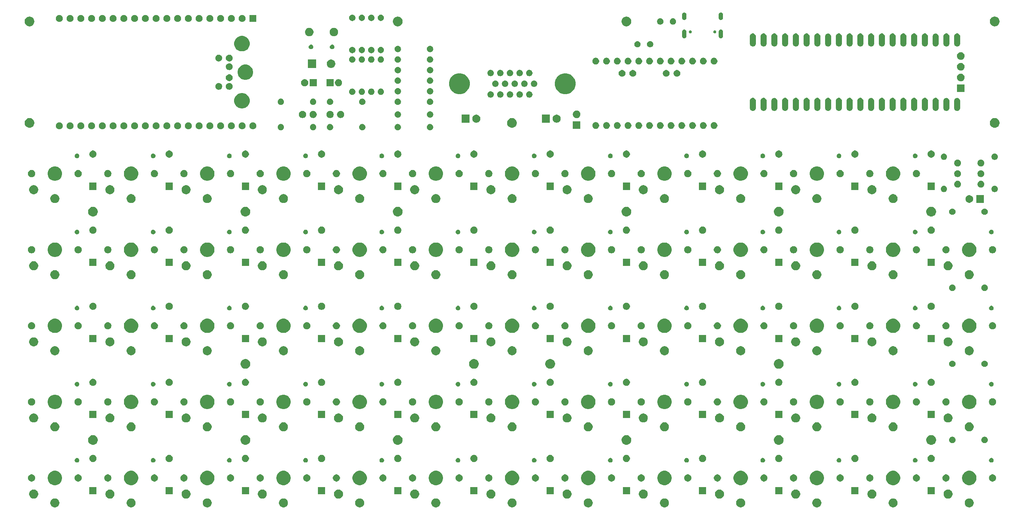
<source format=gts>
G04 #@! TF.GenerationSoftware,KiCad,Pcbnew,(5.1.5)-3*
G04 #@! TF.CreationDate,2020-03-10T10:40:43+09:00*
G04 #@! TF.ProjectId,console64,636f6e73-6f6c-4653-9634-2e6b69636164,rev?*
G04 #@! TF.SameCoordinates,Original*
G04 #@! TF.FileFunction,Soldermask,Top*
G04 #@! TF.FilePolarity,Negative*
%FSLAX46Y46*%
G04 Gerber Fmt 4.6, Leading zero omitted, Abs format (unit mm)*
G04 Created by KiCad (PCBNEW (5.1.5)-3) date 2020-03-10 10:40:43*
%MOMM*%
%LPD*%
G04 APERTURE LIST*
%ADD10C,0.100000*%
G04 APERTURE END LIST*
D10*
G36*
X255311231Y-145874003D02*
G01*
X255505412Y-145954436D01*
X255505414Y-145954437D01*
X255680173Y-146071207D01*
X255828793Y-146219827D01*
X255945563Y-146394586D01*
X255945564Y-146394588D01*
X256025997Y-146588769D01*
X256067000Y-146794908D01*
X256067000Y-147005092D01*
X256025997Y-147211231D01*
X255945564Y-147405412D01*
X255945563Y-147405414D01*
X255828793Y-147580173D01*
X255680173Y-147728793D01*
X255505414Y-147845563D01*
X255505413Y-147845564D01*
X255505412Y-147845564D01*
X255311231Y-147925997D01*
X255105092Y-147967000D01*
X254894908Y-147967000D01*
X254688769Y-147925997D01*
X254494588Y-147845564D01*
X254494587Y-147845564D01*
X254494586Y-147845563D01*
X254319827Y-147728793D01*
X254171207Y-147580173D01*
X254054437Y-147405414D01*
X254054436Y-147405412D01*
X253974003Y-147211231D01*
X253933000Y-147005092D01*
X253933000Y-146794908D01*
X253974003Y-146588769D01*
X254054436Y-146394588D01*
X254054437Y-146394586D01*
X254171207Y-146219827D01*
X254319827Y-146071207D01*
X254494586Y-145954437D01*
X254494588Y-145954436D01*
X254688769Y-145874003D01*
X254894908Y-145833000D01*
X255105092Y-145833000D01*
X255311231Y-145874003D01*
G37*
G36*
X237311231Y-145874003D02*
G01*
X237505412Y-145954436D01*
X237505414Y-145954437D01*
X237680173Y-146071207D01*
X237828793Y-146219827D01*
X237945563Y-146394586D01*
X237945564Y-146394588D01*
X238025997Y-146588769D01*
X238067000Y-146794908D01*
X238067000Y-147005092D01*
X238025997Y-147211231D01*
X237945564Y-147405412D01*
X237945563Y-147405414D01*
X237828793Y-147580173D01*
X237680173Y-147728793D01*
X237505414Y-147845563D01*
X237505413Y-147845564D01*
X237505412Y-147845564D01*
X237311231Y-147925997D01*
X237105092Y-147967000D01*
X236894908Y-147967000D01*
X236688769Y-147925997D01*
X236494588Y-147845564D01*
X236494587Y-147845564D01*
X236494586Y-147845563D01*
X236319827Y-147728793D01*
X236171207Y-147580173D01*
X236054437Y-147405414D01*
X236054436Y-147405412D01*
X235974003Y-147211231D01*
X235933000Y-147005092D01*
X235933000Y-146794908D01*
X235974003Y-146588769D01*
X236054436Y-146394588D01*
X236054437Y-146394586D01*
X236171207Y-146219827D01*
X236319827Y-146071207D01*
X236494586Y-145954437D01*
X236494588Y-145954436D01*
X236688769Y-145874003D01*
X236894908Y-145833000D01*
X237105092Y-145833000D01*
X237311231Y-145874003D01*
G37*
G36*
X39311231Y-145874003D02*
G01*
X39505412Y-145954436D01*
X39505414Y-145954437D01*
X39680173Y-146071207D01*
X39828793Y-146219827D01*
X39945563Y-146394586D01*
X39945564Y-146394588D01*
X40025997Y-146588769D01*
X40067000Y-146794908D01*
X40067000Y-147005092D01*
X40025997Y-147211231D01*
X39945564Y-147405412D01*
X39945563Y-147405414D01*
X39828793Y-147580173D01*
X39680173Y-147728793D01*
X39505414Y-147845563D01*
X39505413Y-147845564D01*
X39505412Y-147845564D01*
X39311231Y-147925997D01*
X39105092Y-147967000D01*
X38894908Y-147967000D01*
X38688769Y-147925997D01*
X38494588Y-147845564D01*
X38494587Y-147845564D01*
X38494586Y-147845563D01*
X38319827Y-147728793D01*
X38171207Y-147580173D01*
X38054437Y-147405414D01*
X38054436Y-147405412D01*
X37974003Y-147211231D01*
X37933000Y-147005092D01*
X37933000Y-146794908D01*
X37974003Y-146588769D01*
X38054436Y-146394588D01*
X38054437Y-146394586D01*
X38171207Y-146219827D01*
X38319827Y-146071207D01*
X38494586Y-145954437D01*
X38494588Y-145954436D01*
X38688769Y-145874003D01*
X38894908Y-145833000D01*
X39105092Y-145833000D01*
X39311231Y-145874003D01*
G37*
G36*
X57311231Y-145874003D02*
G01*
X57505412Y-145954436D01*
X57505414Y-145954437D01*
X57680173Y-146071207D01*
X57828793Y-146219827D01*
X57945563Y-146394586D01*
X57945564Y-146394588D01*
X58025997Y-146588769D01*
X58067000Y-146794908D01*
X58067000Y-147005092D01*
X58025997Y-147211231D01*
X57945564Y-147405412D01*
X57945563Y-147405414D01*
X57828793Y-147580173D01*
X57680173Y-147728793D01*
X57505414Y-147845563D01*
X57505413Y-147845564D01*
X57505412Y-147845564D01*
X57311231Y-147925997D01*
X57105092Y-147967000D01*
X56894908Y-147967000D01*
X56688769Y-147925997D01*
X56494588Y-147845564D01*
X56494587Y-147845564D01*
X56494586Y-147845563D01*
X56319827Y-147728793D01*
X56171207Y-147580173D01*
X56054437Y-147405414D01*
X56054436Y-147405412D01*
X55974003Y-147211231D01*
X55933000Y-147005092D01*
X55933000Y-146794908D01*
X55974003Y-146588769D01*
X56054436Y-146394588D01*
X56054437Y-146394586D01*
X56171207Y-146219827D01*
X56319827Y-146071207D01*
X56494586Y-145954437D01*
X56494588Y-145954436D01*
X56688769Y-145874003D01*
X56894908Y-145833000D01*
X57105092Y-145833000D01*
X57311231Y-145874003D01*
G37*
G36*
X75311231Y-145874003D02*
G01*
X75505412Y-145954436D01*
X75505414Y-145954437D01*
X75680173Y-146071207D01*
X75828793Y-146219827D01*
X75945563Y-146394586D01*
X75945564Y-146394588D01*
X76025997Y-146588769D01*
X76067000Y-146794908D01*
X76067000Y-147005092D01*
X76025997Y-147211231D01*
X75945564Y-147405412D01*
X75945563Y-147405414D01*
X75828793Y-147580173D01*
X75680173Y-147728793D01*
X75505414Y-147845563D01*
X75505413Y-147845564D01*
X75505412Y-147845564D01*
X75311231Y-147925997D01*
X75105092Y-147967000D01*
X74894908Y-147967000D01*
X74688769Y-147925997D01*
X74494588Y-147845564D01*
X74494587Y-147845564D01*
X74494586Y-147845563D01*
X74319827Y-147728793D01*
X74171207Y-147580173D01*
X74054437Y-147405414D01*
X74054436Y-147405412D01*
X73974003Y-147211231D01*
X73933000Y-147005092D01*
X73933000Y-146794908D01*
X73974003Y-146588769D01*
X74054436Y-146394588D01*
X74054437Y-146394586D01*
X74171207Y-146219827D01*
X74319827Y-146071207D01*
X74494586Y-145954437D01*
X74494588Y-145954436D01*
X74688769Y-145874003D01*
X74894908Y-145833000D01*
X75105092Y-145833000D01*
X75311231Y-145874003D01*
G37*
G36*
X93311231Y-145874003D02*
G01*
X93505412Y-145954436D01*
X93505414Y-145954437D01*
X93680173Y-146071207D01*
X93828793Y-146219827D01*
X93945563Y-146394586D01*
X93945564Y-146394588D01*
X94025997Y-146588769D01*
X94067000Y-146794908D01*
X94067000Y-147005092D01*
X94025997Y-147211231D01*
X93945564Y-147405412D01*
X93945563Y-147405414D01*
X93828793Y-147580173D01*
X93680173Y-147728793D01*
X93505414Y-147845563D01*
X93505413Y-147845564D01*
X93505412Y-147845564D01*
X93311231Y-147925997D01*
X93105092Y-147967000D01*
X92894908Y-147967000D01*
X92688769Y-147925997D01*
X92494588Y-147845564D01*
X92494587Y-147845564D01*
X92494586Y-147845563D01*
X92319827Y-147728793D01*
X92171207Y-147580173D01*
X92054437Y-147405414D01*
X92054436Y-147405412D01*
X91974003Y-147211231D01*
X91933000Y-147005092D01*
X91933000Y-146794908D01*
X91974003Y-146588769D01*
X92054436Y-146394588D01*
X92054437Y-146394586D01*
X92171207Y-146219827D01*
X92319827Y-146071207D01*
X92494586Y-145954437D01*
X92494588Y-145954436D01*
X92688769Y-145874003D01*
X92894908Y-145833000D01*
X93105092Y-145833000D01*
X93311231Y-145874003D01*
G37*
G36*
X111311231Y-145874003D02*
G01*
X111505412Y-145954436D01*
X111505414Y-145954437D01*
X111680173Y-146071207D01*
X111828793Y-146219827D01*
X111945563Y-146394586D01*
X111945564Y-146394588D01*
X112025997Y-146588769D01*
X112067000Y-146794908D01*
X112067000Y-147005092D01*
X112025997Y-147211231D01*
X111945564Y-147405412D01*
X111945563Y-147405414D01*
X111828793Y-147580173D01*
X111680173Y-147728793D01*
X111505414Y-147845563D01*
X111505413Y-147845564D01*
X111505412Y-147845564D01*
X111311231Y-147925997D01*
X111105092Y-147967000D01*
X110894908Y-147967000D01*
X110688769Y-147925997D01*
X110494588Y-147845564D01*
X110494587Y-147845564D01*
X110494586Y-147845563D01*
X110319827Y-147728793D01*
X110171207Y-147580173D01*
X110054437Y-147405414D01*
X110054436Y-147405412D01*
X109974003Y-147211231D01*
X109933000Y-147005092D01*
X109933000Y-146794908D01*
X109974003Y-146588769D01*
X110054436Y-146394588D01*
X110054437Y-146394586D01*
X110171207Y-146219827D01*
X110319827Y-146071207D01*
X110494586Y-145954437D01*
X110494588Y-145954436D01*
X110688769Y-145874003D01*
X110894908Y-145833000D01*
X111105092Y-145833000D01*
X111311231Y-145874003D01*
G37*
G36*
X129311231Y-145874003D02*
G01*
X129505412Y-145954436D01*
X129505414Y-145954437D01*
X129680173Y-146071207D01*
X129828793Y-146219827D01*
X129945563Y-146394586D01*
X129945564Y-146394588D01*
X130025997Y-146588769D01*
X130067000Y-146794908D01*
X130067000Y-147005092D01*
X130025997Y-147211231D01*
X129945564Y-147405412D01*
X129945563Y-147405414D01*
X129828793Y-147580173D01*
X129680173Y-147728793D01*
X129505414Y-147845563D01*
X129505413Y-147845564D01*
X129505412Y-147845564D01*
X129311231Y-147925997D01*
X129105092Y-147967000D01*
X128894908Y-147967000D01*
X128688769Y-147925997D01*
X128494588Y-147845564D01*
X128494587Y-147845564D01*
X128494586Y-147845563D01*
X128319827Y-147728793D01*
X128171207Y-147580173D01*
X128054437Y-147405414D01*
X128054436Y-147405412D01*
X127974003Y-147211231D01*
X127933000Y-147005092D01*
X127933000Y-146794908D01*
X127974003Y-146588769D01*
X128054436Y-146394588D01*
X128054437Y-146394586D01*
X128171207Y-146219827D01*
X128319827Y-146071207D01*
X128494586Y-145954437D01*
X128494588Y-145954436D01*
X128688769Y-145874003D01*
X128894908Y-145833000D01*
X129105092Y-145833000D01*
X129311231Y-145874003D01*
G37*
G36*
X147311231Y-145874003D02*
G01*
X147505412Y-145954436D01*
X147505414Y-145954437D01*
X147680173Y-146071207D01*
X147828793Y-146219827D01*
X147945563Y-146394586D01*
X147945564Y-146394588D01*
X148025997Y-146588769D01*
X148067000Y-146794908D01*
X148067000Y-147005092D01*
X148025997Y-147211231D01*
X147945564Y-147405412D01*
X147945563Y-147405414D01*
X147828793Y-147580173D01*
X147680173Y-147728793D01*
X147505414Y-147845563D01*
X147505413Y-147845564D01*
X147505412Y-147845564D01*
X147311231Y-147925997D01*
X147105092Y-147967000D01*
X146894908Y-147967000D01*
X146688769Y-147925997D01*
X146494588Y-147845564D01*
X146494587Y-147845564D01*
X146494586Y-147845563D01*
X146319827Y-147728793D01*
X146171207Y-147580173D01*
X146054437Y-147405414D01*
X146054436Y-147405412D01*
X145974003Y-147211231D01*
X145933000Y-147005092D01*
X145933000Y-146794908D01*
X145974003Y-146588769D01*
X146054436Y-146394588D01*
X146054437Y-146394586D01*
X146171207Y-146219827D01*
X146319827Y-146071207D01*
X146494586Y-145954437D01*
X146494588Y-145954436D01*
X146688769Y-145874003D01*
X146894908Y-145833000D01*
X147105092Y-145833000D01*
X147311231Y-145874003D01*
G37*
G36*
X165311231Y-145874003D02*
G01*
X165505412Y-145954436D01*
X165505414Y-145954437D01*
X165680173Y-146071207D01*
X165828793Y-146219827D01*
X165945563Y-146394586D01*
X165945564Y-146394588D01*
X166025997Y-146588769D01*
X166067000Y-146794908D01*
X166067000Y-147005092D01*
X166025997Y-147211231D01*
X165945564Y-147405412D01*
X165945563Y-147405414D01*
X165828793Y-147580173D01*
X165680173Y-147728793D01*
X165505414Y-147845563D01*
X165505413Y-147845564D01*
X165505412Y-147845564D01*
X165311231Y-147925997D01*
X165105092Y-147967000D01*
X164894908Y-147967000D01*
X164688769Y-147925997D01*
X164494588Y-147845564D01*
X164494587Y-147845564D01*
X164494586Y-147845563D01*
X164319827Y-147728793D01*
X164171207Y-147580173D01*
X164054437Y-147405414D01*
X164054436Y-147405412D01*
X163974003Y-147211231D01*
X163933000Y-147005092D01*
X163933000Y-146794908D01*
X163974003Y-146588769D01*
X164054436Y-146394588D01*
X164054437Y-146394586D01*
X164171207Y-146219827D01*
X164319827Y-146071207D01*
X164494586Y-145954437D01*
X164494588Y-145954436D01*
X164688769Y-145874003D01*
X164894908Y-145833000D01*
X165105092Y-145833000D01*
X165311231Y-145874003D01*
G37*
G36*
X183311231Y-145874003D02*
G01*
X183505412Y-145954436D01*
X183505414Y-145954437D01*
X183680173Y-146071207D01*
X183828793Y-146219827D01*
X183945563Y-146394586D01*
X183945564Y-146394588D01*
X184025997Y-146588769D01*
X184067000Y-146794908D01*
X184067000Y-147005092D01*
X184025997Y-147211231D01*
X183945564Y-147405412D01*
X183945563Y-147405414D01*
X183828793Y-147580173D01*
X183680173Y-147728793D01*
X183505414Y-147845563D01*
X183505413Y-147845564D01*
X183505412Y-147845564D01*
X183311231Y-147925997D01*
X183105092Y-147967000D01*
X182894908Y-147967000D01*
X182688769Y-147925997D01*
X182494588Y-147845564D01*
X182494587Y-147845564D01*
X182494586Y-147845563D01*
X182319827Y-147728793D01*
X182171207Y-147580173D01*
X182054437Y-147405414D01*
X182054436Y-147405412D01*
X181974003Y-147211231D01*
X181933000Y-147005092D01*
X181933000Y-146794908D01*
X181974003Y-146588769D01*
X182054436Y-146394588D01*
X182054437Y-146394586D01*
X182171207Y-146219827D01*
X182319827Y-146071207D01*
X182494586Y-145954437D01*
X182494588Y-145954436D01*
X182688769Y-145874003D01*
X182894908Y-145833000D01*
X183105092Y-145833000D01*
X183311231Y-145874003D01*
G37*
G36*
X201311231Y-145874003D02*
G01*
X201505412Y-145954436D01*
X201505414Y-145954437D01*
X201680173Y-146071207D01*
X201828793Y-146219827D01*
X201945563Y-146394586D01*
X201945564Y-146394588D01*
X202025997Y-146588769D01*
X202067000Y-146794908D01*
X202067000Y-147005092D01*
X202025997Y-147211231D01*
X201945564Y-147405412D01*
X201945563Y-147405414D01*
X201828793Y-147580173D01*
X201680173Y-147728793D01*
X201505414Y-147845563D01*
X201505413Y-147845564D01*
X201505412Y-147845564D01*
X201311231Y-147925997D01*
X201105092Y-147967000D01*
X200894908Y-147967000D01*
X200688769Y-147925997D01*
X200494588Y-147845564D01*
X200494587Y-147845564D01*
X200494586Y-147845563D01*
X200319827Y-147728793D01*
X200171207Y-147580173D01*
X200054437Y-147405414D01*
X200054436Y-147405412D01*
X199974003Y-147211231D01*
X199933000Y-147005092D01*
X199933000Y-146794908D01*
X199974003Y-146588769D01*
X200054436Y-146394588D01*
X200054437Y-146394586D01*
X200171207Y-146219827D01*
X200319827Y-146071207D01*
X200494586Y-145954437D01*
X200494588Y-145954436D01*
X200688769Y-145874003D01*
X200894908Y-145833000D01*
X201105092Y-145833000D01*
X201311231Y-145874003D01*
G37*
G36*
X219311231Y-145874003D02*
G01*
X219505412Y-145954436D01*
X219505414Y-145954437D01*
X219680173Y-146071207D01*
X219828793Y-146219827D01*
X219945563Y-146394586D01*
X219945564Y-146394588D01*
X220025997Y-146588769D01*
X220067000Y-146794908D01*
X220067000Y-147005092D01*
X220025997Y-147211231D01*
X219945564Y-147405412D01*
X219945563Y-147405414D01*
X219828793Y-147580173D01*
X219680173Y-147728793D01*
X219505414Y-147845563D01*
X219505413Y-147845564D01*
X219505412Y-147845564D01*
X219311231Y-147925997D01*
X219105092Y-147967000D01*
X218894908Y-147967000D01*
X218688769Y-147925997D01*
X218494588Y-147845564D01*
X218494587Y-147845564D01*
X218494586Y-147845563D01*
X218319827Y-147728793D01*
X218171207Y-147580173D01*
X218054437Y-147405414D01*
X218054436Y-147405412D01*
X217974003Y-147211231D01*
X217933000Y-147005092D01*
X217933000Y-146794908D01*
X217974003Y-146588769D01*
X218054436Y-146394588D01*
X218054437Y-146394586D01*
X218171207Y-146219827D01*
X218319827Y-146071207D01*
X218494586Y-145954437D01*
X218494588Y-145954436D01*
X218688769Y-145874003D01*
X218894908Y-145833000D01*
X219105092Y-145833000D01*
X219311231Y-145874003D01*
G37*
G36*
X124311231Y-143774003D02*
G01*
X124505412Y-143854436D01*
X124505414Y-143854437D01*
X124680173Y-143971207D01*
X124828793Y-144119827D01*
X124945563Y-144294586D01*
X124945564Y-144294588D01*
X125025997Y-144488769D01*
X125067000Y-144694908D01*
X125067000Y-144905092D01*
X125025997Y-145111231D01*
X124945564Y-145305412D01*
X124945563Y-145305414D01*
X124828793Y-145480173D01*
X124680173Y-145628793D01*
X124505414Y-145745563D01*
X124505413Y-145745564D01*
X124505412Y-145745564D01*
X124311231Y-145825997D01*
X124105092Y-145867000D01*
X123894908Y-145867000D01*
X123688769Y-145825997D01*
X123494588Y-145745564D01*
X123494587Y-145745564D01*
X123494586Y-145745563D01*
X123319827Y-145628793D01*
X123171207Y-145480173D01*
X123054437Y-145305414D01*
X123054436Y-145305412D01*
X122974003Y-145111231D01*
X122933000Y-144905092D01*
X122933000Y-144694908D01*
X122974003Y-144488769D01*
X123054436Y-144294588D01*
X123054437Y-144294586D01*
X123171207Y-144119827D01*
X123319827Y-143971207D01*
X123494586Y-143854437D01*
X123494588Y-143854436D01*
X123688769Y-143774003D01*
X123894908Y-143733000D01*
X124105092Y-143733000D01*
X124311231Y-143774003D01*
G37*
G36*
X34311231Y-143774003D02*
G01*
X34505412Y-143854436D01*
X34505414Y-143854437D01*
X34680173Y-143971207D01*
X34828793Y-144119827D01*
X34945563Y-144294586D01*
X34945564Y-144294588D01*
X35025997Y-144488769D01*
X35067000Y-144694908D01*
X35067000Y-144905092D01*
X35025997Y-145111231D01*
X34945564Y-145305412D01*
X34945563Y-145305414D01*
X34828793Y-145480173D01*
X34680173Y-145628793D01*
X34505414Y-145745563D01*
X34505413Y-145745564D01*
X34505412Y-145745564D01*
X34311231Y-145825997D01*
X34105092Y-145867000D01*
X33894908Y-145867000D01*
X33688769Y-145825997D01*
X33494588Y-145745564D01*
X33494587Y-145745564D01*
X33494586Y-145745563D01*
X33319827Y-145628793D01*
X33171207Y-145480173D01*
X33054437Y-145305414D01*
X33054436Y-145305412D01*
X32974003Y-145111231D01*
X32933000Y-144905092D01*
X32933000Y-144694908D01*
X32974003Y-144488769D01*
X33054436Y-144294588D01*
X33054437Y-144294586D01*
X33171207Y-144119827D01*
X33319827Y-143971207D01*
X33494586Y-143854437D01*
X33494588Y-143854436D01*
X33688769Y-143774003D01*
X33894908Y-143733000D01*
X34105092Y-143733000D01*
X34311231Y-143774003D01*
G37*
G36*
X160311231Y-143774003D02*
G01*
X160505412Y-143854436D01*
X160505414Y-143854437D01*
X160680173Y-143971207D01*
X160828793Y-144119827D01*
X160945563Y-144294586D01*
X160945564Y-144294588D01*
X161025997Y-144488769D01*
X161067000Y-144694908D01*
X161067000Y-144905092D01*
X161025997Y-145111231D01*
X160945564Y-145305412D01*
X160945563Y-145305414D01*
X160828793Y-145480173D01*
X160680173Y-145628793D01*
X160505414Y-145745563D01*
X160505413Y-145745564D01*
X160505412Y-145745564D01*
X160311231Y-145825997D01*
X160105092Y-145867000D01*
X159894908Y-145867000D01*
X159688769Y-145825997D01*
X159494588Y-145745564D01*
X159494587Y-145745564D01*
X159494586Y-145745563D01*
X159319827Y-145628793D01*
X159171207Y-145480173D01*
X159054437Y-145305414D01*
X159054436Y-145305412D01*
X158974003Y-145111231D01*
X158933000Y-144905092D01*
X158933000Y-144694908D01*
X158974003Y-144488769D01*
X159054436Y-144294588D01*
X159054437Y-144294586D01*
X159171207Y-144119827D01*
X159319827Y-143971207D01*
X159494586Y-143854437D01*
X159494588Y-143854436D01*
X159688769Y-143774003D01*
X159894908Y-143733000D01*
X160105092Y-143733000D01*
X160311231Y-143774003D01*
G37*
G36*
X142311231Y-143774003D02*
G01*
X142505412Y-143854436D01*
X142505414Y-143854437D01*
X142680173Y-143971207D01*
X142828793Y-144119827D01*
X142945563Y-144294586D01*
X142945564Y-144294588D01*
X143025997Y-144488769D01*
X143067000Y-144694908D01*
X143067000Y-144905092D01*
X143025997Y-145111231D01*
X142945564Y-145305412D01*
X142945563Y-145305414D01*
X142828793Y-145480173D01*
X142680173Y-145628793D01*
X142505414Y-145745563D01*
X142505413Y-145745564D01*
X142505412Y-145745564D01*
X142311231Y-145825997D01*
X142105092Y-145867000D01*
X141894908Y-145867000D01*
X141688769Y-145825997D01*
X141494588Y-145745564D01*
X141494587Y-145745564D01*
X141494586Y-145745563D01*
X141319827Y-145628793D01*
X141171207Y-145480173D01*
X141054437Y-145305414D01*
X141054436Y-145305412D01*
X140974003Y-145111231D01*
X140933000Y-144905092D01*
X140933000Y-144694908D01*
X140974003Y-144488769D01*
X141054436Y-144294588D01*
X141054437Y-144294586D01*
X141171207Y-144119827D01*
X141319827Y-143971207D01*
X141494586Y-143854437D01*
X141494588Y-143854436D01*
X141688769Y-143774003D01*
X141894908Y-143733000D01*
X142105092Y-143733000D01*
X142311231Y-143774003D01*
G37*
G36*
X232311231Y-143774003D02*
G01*
X232505412Y-143854436D01*
X232505414Y-143854437D01*
X232680173Y-143971207D01*
X232828793Y-144119827D01*
X232945563Y-144294586D01*
X232945564Y-144294588D01*
X233025997Y-144488769D01*
X233067000Y-144694908D01*
X233067000Y-144905092D01*
X233025997Y-145111231D01*
X232945564Y-145305412D01*
X232945563Y-145305414D01*
X232828793Y-145480173D01*
X232680173Y-145628793D01*
X232505414Y-145745563D01*
X232505413Y-145745564D01*
X232505412Y-145745564D01*
X232311231Y-145825997D01*
X232105092Y-145867000D01*
X231894908Y-145867000D01*
X231688769Y-145825997D01*
X231494588Y-145745564D01*
X231494587Y-145745564D01*
X231494586Y-145745563D01*
X231319827Y-145628793D01*
X231171207Y-145480173D01*
X231054437Y-145305414D01*
X231054436Y-145305412D01*
X230974003Y-145111231D01*
X230933000Y-144905092D01*
X230933000Y-144694908D01*
X230974003Y-144488769D01*
X231054436Y-144294588D01*
X231054437Y-144294586D01*
X231171207Y-144119827D01*
X231319827Y-143971207D01*
X231494586Y-143854437D01*
X231494588Y-143854436D01*
X231688769Y-143774003D01*
X231894908Y-143733000D01*
X232105092Y-143733000D01*
X232311231Y-143774003D01*
G37*
G36*
X178311231Y-143774003D02*
G01*
X178505412Y-143854436D01*
X178505414Y-143854437D01*
X178680173Y-143971207D01*
X178828793Y-144119827D01*
X178945563Y-144294586D01*
X178945564Y-144294588D01*
X179025997Y-144488769D01*
X179067000Y-144694908D01*
X179067000Y-144905092D01*
X179025997Y-145111231D01*
X178945564Y-145305412D01*
X178945563Y-145305414D01*
X178828793Y-145480173D01*
X178680173Y-145628793D01*
X178505414Y-145745563D01*
X178505413Y-145745564D01*
X178505412Y-145745564D01*
X178311231Y-145825997D01*
X178105092Y-145867000D01*
X177894908Y-145867000D01*
X177688769Y-145825997D01*
X177494588Y-145745564D01*
X177494587Y-145745564D01*
X177494586Y-145745563D01*
X177319827Y-145628793D01*
X177171207Y-145480173D01*
X177054437Y-145305414D01*
X177054436Y-145305412D01*
X176974003Y-145111231D01*
X176933000Y-144905092D01*
X176933000Y-144694908D01*
X176974003Y-144488769D01*
X177054436Y-144294588D01*
X177054437Y-144294586D01*
X177171207Y-144119827D01*
X177319827Y-143971207D01*
X177494586Y-143854437D01*
X177494588Y-143854436D01*
X177688769Y-143774003D01*
X177894908Y-143733000D01*
X178105092Y-143733000D01*
X178311231Y-143774003D01*
G37*
G36*
X88311231Y-143774003D02*
G01*
X88505412Y-143854436D01*
X88505414Y-143854437D01*
X88680173Y-143971207D01*
X88828793Y-144119827D01*
X88945563Y-144294586D01*
X88945564Y-144294588D01*
X89025997Y-144488769D01*
X89067000Y-144694908D01*
X89067000Y-144905092D01*
X89025997Y-145111231D01*
X88945564Y-145305412D01*
X88945563Y-145305414D01*
X88828793Y-145480173D01*
X88680173Y-145628793D01*
X88505414Y-145745563D01*
X88505413Y-145745564D01*
X88505412Y-145745564D01*
X88311231Y-145825997D01*
X88105092Y-145867000D01*
X87894908Y-145867000D01*
X87688769Y-145825997D01*
X87494588Y-145745564D01*
X87494587Y-145745564D01*
X87494586Y-145745563D01*
X87319827Y-145628793D01*
X87171207Y-145480173D01*
X87054437Y-145305414D01*
X87054436Y-145305412D01*
X86974003Y-145111231D01*
X86933000Y-144905092D01*
X86933000Y-144694908D01*
X86974003Y-144488769D01*
X87054436Y-144294588D01*
X87054437Y-144294586D01*
X87171207Y-144119827D01*
X87319827Y-143971207D01*
X87494586Y-143854437D01*
X87494588Y-143854436D01*
X87688769Y-143774003D01*
X87894908Y-143733000D01*
X88105092Y-143733000D01*
X88311231Y-143774003D01*
G37*
G36*
X196311231Y-143774003D02*
G01*
X196505412Y-143854436D01*
X196505414Y-143854437D01*
X196680173Y-143971207D01*
X196828793Y-144119827D01*
X196945563Y-144294586D01*
X196945564Y-144294588D01*
X197025997Y-144488769D01*
X197067000Y-144694908D01*
X197067000Y-144905092D01*
X197025997Y-145111231D01*
X196945564Y-145305412D01*
X196945563Y-145305414D01*
X196828793Y-145480173D01*
X196680173Y-145628793D01*
X196505414Y-145745563D01*
X196505413Y-145745564D01*
X196505412Y-145745564D01*
X196311231Y-145825997D01*
X196105092Y-145867000D01*
X195894908Y-145867000D01*
X195688769Y-145825997D01*
X195494588Y-145745564D01*
X195494587Y-145745564D01*
X195494586Y-145745563D01*
X195319827Y-145628793D01*
X195171207Y-145480173D01*
X195054437Y-145305414D01*
X195054436Y-145305412D01*
X194974003Y-145111231D01*
X194933000Y-144905092D01*
X194933000Y-144694908D01*
X194974003Y-144488769D01*
X195054436Y-144294588D01*
X195054437Y-144294586D01*
X195171207Y-144119827D01*
X195319827Y-143971207D01*
X195494586Y-143854437D01*
X195494588Y-143854436D01*
X195688769Y-143774003D01*
X195894908Y-143733000D01*
X196105092Y-143733000D01*
X196311231Y-143774003D01*
G37*
G36*
X106311231Y-143774003D02*
G01*
X106505412Y-143854436D01*
X106505414Y-143854437D01*
X106680173Y-143971207D01*
X106828793Y-144119827D01*
X106945563Y-144294586D01*
X106945564Y-144294588D01*
X107025997Y-144488769D01*
X107067000Y-144694908D01*
X107067000Y-144905092D01*
X107025997Y-145111231D01*
X106945564Y-145305412D01*
X106945563Y-145305414D01*
X106828793Y-145480173D01*
X106680173Y-145628793D01*
X106505414Y-145745563D01*
X106505413Y-145745564D01*
X106505412Y-145745564D01*
X106311231Y-145825997D01*
X106105092Y-145867000D01*
X105894908Y-145867000D01*
X105688769Y-145825997D01*
X105494588Y-145745564D01*
X105494587Y-145745564D01*
X105494586Y-145745563D01*
X105319827Y-145628793D01*
X105171207Y-145480173D01*
X105054437Y-145305414D01*
X105054436Y-145305412D01*
X104974003Y-145111231D01*
X104933000Y-144905092D01*
X104933000Y-144694908D01*
X104974003Y-144488769D01*
X105054436Y-144294588D01*
X105054437Y-144294586D01*
X105171207Y-144119827D01*
X105319827Y-143971207D01*
X105494586Y-143854437D01*
X105494588Y-143854436D01*
X105688769Y-143774003D01*
X105894908Y-143733000D01*
X106105092Y-143733000D01*
X106311231Y-143774003D01*
G37*
G36*
X70311231Y-143774003D02*
G01*
X70505412Y-143854436D01*
X70505414Y-143854437D01*
X70680173Y-143971207D01*
X70828793Y-144119827D01*
X70945563Y-144294586D01*
X70945564Y-144294588D01*
X71025997Y-144488769D01*
X71067000Y-144694908D01*
X71067000Y-144905092D01*
X71025997Y-145111231D01*
X70945564Y-145305412D01*
X70945563Y-145305414D01*
X70828793Y-145480173D01*
X70680173Y-145628793D01*
X70505414Y-145745563D01*
X70505413Y-145745564D01*
X70505412Y-145745564D01*
X70311231Y-145825997D01*
X70105092Y-145867000D01*
X69894908Y-145867000D01*
X69688769Y-145825997D01*
X69494588Y-145745564D01*
X69494587Y-145745564D01*
X69494586Y-145745563D01*
X69319827Y-145628793D01*
X69171207Y-145480173D01*
X69054437Y-145305414D01*
X69054436Y-145305412D01*
X68974003Y-145111231D01*
X68933000Y-144905092D01*
X68933000Y-144694908D01*
X68974003Y-144488769D01*
X69054436Y-144294588D01*
X69054437Y-144294586D01*
X69171207Y-144119827D01*
X69319827Y-143971207D01*
X69494586Y-143854437D01*
X69494588Y-143854436D01*
X69688769Y-143774003D01*
X69894908Y-143733000D01*
X70105092Y-143733000D01*
X70311231Y-143774003D01*
G37*
G36*
X250311231Y-143774003D02*
G01*
X250505412Y-143854436D01*
X250505414Y-143854437D01*
X250680173Y-143971207D01*
X250828793Y-144119827D01*
X250945563Y-144294586D01*
X250945564Y-144294588D01*
X251025997Y-144488769D01*
X251067000Y-144694908D01*
X251067000Y-144905092D01*
X251025997Y-145111231D01*
X250945564Y-145305412D01*
X250945563Y-145305414D01*
X250828793Y-145480173D01*
X250680173Y-145628793D01*
X250505414Y-145745563D01*
X250505413Y-145745564D01*
X250505412Y-145745564D01*
X250311231Y-145825997D01*
X250105092Y-145867000D01*
X249894908Y-145867000D01*
X249688769Y-145825997D01*
X249494588Y-145745564D01*
X249494587Y-145745564D01*
X249494586Y-145745563D01*
X249319827Y-145628793D01*
X249171207Y-145480173D01*
X249054437Y-145305414D01*
X249054436Y-145305412D01*
X248974003Y-145111231D01*
X248933000Y-144905092D01*
X248933000Y-144694908D01*
X248974003Y-144488769D01*
X249054436Y-144294588D01*
X249054437Y-144294586D01*
X249171207Y-144119827D01*
X249319827Y-143971207D01*
X249494586Y-143854437D01*
X249494588Y-143854436D01*
X249688769Y-143774003D01*
X249894908Y-143733000D01*
X250105092Y-143733000D01*
X250311231Y-143774003D01*
G37*
G36*
X52311231Y-143774003D02*
G01*
X52505412Y-143854436D01*
X52505414Y-143854437D01*
X52680173Y-143971207D01*
X52828793Y-144119827D01*
X52945563Y-144294586D01*
X52945564Y-144294588D01*
X53025997Y-144488769D01*
X53067000Y-144694908D01*
X53067000Y-144905092D01*
X53025997Y-145111231D01*
X52945564Y-145305412D01*
X52945563Y-145305414D01*
X52828793Y-145480173D01*
X52680173Y-145628793D01*
X52505414Y-145745563D01*
X52505413Y-145745564D01*
X52505412Y-145745564D01*
X52311231Y-145825997D01*
X52105092Y-145867000D01*
X51894908Y-145867000D01*
X51688769Y-145825997D01*
X51494588Y-145745564D01*
X51494587Y-145745564D01*
X51494586Y-145745563D01*
X51319827Y-145628793D01*
X51171207Y-145480173D01*
X51054437Y-145305414D01*
X51054436Y-145305412D01*
X50974003Y-145111231D01*
X50933000Y-144905092D01*
X50933000Y-144694908D01*
X50974003Y-144488769D01*
X51054436Y-144294588D01*
X51054437Y-144294586D01*
X51171207Y-144119827D01*
X51319827Y-143971207D01*
X51494586Y-143854437D01*
X51494588Y-143854436D01*
X51688769Y-143774003D01*
X51894908Y-143733000D01*
X52105092Y-143733000D01*
X52311231Y-143774003D01*
G37*
G36*
X214311231Y-143774003D02*
G01*
X214505412Y-143854436D01*
X214505414Y-143854437D01*
X214680173Y-143971207D01*
X214828793Y-144119827D01*
X214945563Y-144294586D01*
X214945564Y-144294588D01*
X215025997Y-144488769D01*
X215067000Y-144694908D01*
X215067000Y-144905092D01*
X215025997Y-145111231D01*
X214945564Y-145305412D01*
X214945563Y-145305414D01*
X214828793Y-145480173D01*
X214680173Y-145628793D01*
X214505414Y-145745563D01*
X214505413Y-145745564D01*
X214505412Y-145745564D01*
X214311231Y-145825997D01*
X214105092Y-145867000D01*
X213894908Y-145867000D01*
X213688769Y-145825997D01*
X213494588Y-145745564D01*
X213494587Y-145745564D01*
X213494586Y-145745563D01*
X213319827Y-145628793D01*
X213171207Y-145480173D01*
X213054437Y-145305414D01*
X213054436Y-145305412D01*
X212974003Y-145111231D01*
X212933000Y-144905092D01*
X212933000Y-144694908D01*
X212974003Y-144488769D01*
X213054436Y-144294588D01*
X213054437Y-144294586D01*
X213171207Y-144119827D01*
X213319827Y-143971207D01*
X213494586Y-143854437D01*
X213494588Y-143854436D01*
X213688769Y-143774003D01*
X213894908Y-143733000D01*
X214105092Y-143733000D01*
X214311231Y-143774003D01*
G37*
G36*
X192851000Y-144851000D02*
G01*
X191149000Y-144851000D01*
X191149000Y-143149000D01*
X192851000Y-143149000D01*
X192851000Y-144851000D01*
G37*
G36*
X66851000Y-144851000D02*
G01*
X65149000Y-144851000D01*
X65149000Y-143149000D01*
X66851000Y-143149000D01*
X66851000Y-144851000D01*
G37*
G36*
X48851000Y-144851000D02*
G01*
X47149000Y-144851000D01*
X47149000Y-143149000D01*
X48851000Y-143149000D01*
X48851000Y-144851000D01*
G37*
G36*
X102851000Y-144851000D02*
G01*
X101149000Y-144851000D01*
X101149000Y-143149000D01*
X102851000Y-143149000D01*
X102851000Y-144851000D01*
G37*
G36*
X246851000Y-144851000D02*
G01*
X245149000Y-144851000D01*
X245149000Y-143149000D01*
X246851000Y-143149000D01*
X246851000Y-144851000D01*
G37*
G36*
X228851000Y-144851000D02*
G01*
X227149000Y-144851000D01*
X227149000Y-143149000D01*
X228851000Y-143149000D01*
X228851000Y-144851000D01*
G37*
G36*
X210851000Y-144851000D02*
G01*
X209149000Y-144851000D01*
X209149000Y-143149000D01*
X210851000Y-143149000D01*
X210851000Y-144851000D01*
G37*
G36*
X174851000Y-144851000D02*
G01*
X173149000Y-144851000D01*
X173149000Y-143149000D01*
X174851000Y-143149000D01*
X174851000Y-144851000D01*
G37*
G36*
X156851000Y-144851000D02*
G01*
X155149000Y-144851000D01*
X155149000Y-143149000D01*
X156851000Y-143149000D01*
X156851000Y-144851000D01*
G37*
G36*
X138851000Y-144851000D02*
G01*
X137149000Y-144851000D01*
X137149000Y-143149000D01*
X138851000Y-143149000D01*
X138851000Y-144851000D01*
G37*
G36*
X120851000Y-144851000D02*
G01*
X119149000Y-144851000D01*
X119149000Y-143149000D01*
X120851000Y-143149000D01*
X120851000Y-144851000D01*
G37*
G36*
X84851000Y-144851000D02*
G01*
X83149000Y-144851000D01*
X83149000Y-143149000D01*
X84851000Y-143149000D01*
X84851000Y-144851000D01*
G37*
G36*
X93496162Y-139364368D02*
G01*
X93805724Y-139492593D01*
X93805725Y-139492594D01*
X94084324Y-139678747D01*
X94321253Y-139915676D01*
X94445637Y-140101830D01*
X94507407Y-140194276D01*
X94635632Y-140503838D01*
X94701000Y-140832465D01*
X94701000Y-141167535D01*
X94635632Y-141496162D01*
X94507407Y-141805724D01*
X94445637Y-141898170D01*
X94321253Y-142084324D01*
X94084324Y-142321253D01*
X93898170Y-142445637D01*
X93805724Y-142507407D01*
X93496162Y-142635632D01*
X93167535Y-142701000D01*
X92832465Y-142701000D01*
X92503838Y-142635632D01*
X92194276Y-142507407D01*
X92101830Y-142445637D01*
X91915676Y-142321253D01*
X91678747Y-142084324D01*
X91554363Y-141898170D01*
X91492593Y-141805724D01*
X91364368Y-141496162D01*
X91299000Y-141167535D01*
X91299000Y-140832465D01*
X91364368Y-140503838D01*
X91492593Y-140194276D01*
X91554363Y-140101830D01*
X91678747Y-139915676D01*
X91915676Y-139678747D01*
X92194275Y-139492594D01*
X92194276Y-139492593D01*
X92503838Y-139364368D01*
X92832465Y-139299000D01*
X93167535Y-139299000D01*
X93496162Y-139364368D01*
G37*
G36*
X57496162Y-139364368D02*
G01*
X57805724Y-139492593D01*
X57805725Y-139492594D01*
X58084324Y-139678747D01*
X58321253Y-139915676D01*
X58445637Y-140101830D01*
X58507407Y-140194276D01*
X58635632Y-140503838D01*
X58701000Y-140832465D01*
X58701000Y-141167535D01*
X58635632Y-141496162D01*
X58507407Y-141805724D01*
X58445637Y-141898170D01*
X58321253Y-142084324D01*
X58084324Y-142321253D01*
X57898170Y-142445637D01*
X57805724Y-142507407D01*
X57496162Y-142635632D01*
X57167535Y-142701000D01*
X56832465Y-142701000D01*
X56503838Y-142635632D01*
X56194276Y-142507407D01*
X56101830Y-142445637D01*
X55915676Y-142321253D01*
X55678747Y-142084324D01*
X55554363Y-141898170D01*
X55492593Y-141805724D01*
X55364368Y-141496162D01*
X55299000Y-141167535D01*
X55299000Y-140832465D01*
X55364368Y-140503838D01*
X55492593Y-140194276D01*
X55554363Y-140101830D01*
X55678747Y-139915676D01*
X55915676Y-139678747D01*
X56194275Y-139492594D01*
X56194276Y-139492593D01*
X56503838Y-139364368D01*
X56832465Y-139299000D01*
X57167535Y-139299000D01*
X57496162Y-139364368D01*
G37*
G36*
X75496162Y-139364368D02*
G01*
X75805724Y-139492593D01*
X75805725Y-139492594D01*
X76084324Y-139678747D01*
X76321253Y-139915676D01*
X76445637Y-140101830D01*
X76507407Y-140194276D01*
X76635632Y-140503838D01*
X76701000Y-140832465D01*
X76701000Y-141167535D01*
X76635632Y-141496162D01*
X76507407Y-141805724D01*
X76445637Y-141898170D01*
X76321253Y-142084324D01*
X76084324Y-142321253D01*
X75898170Y-142445637D01*
X75805724Y-142507407D01*
X75496162Y-142635632D01*
X75167535Y-142701000D01*
X74832465Y-142701000D01*
X74503838Y-142635632D01*
X74194276Y-142507407D01*
X74101830Y-142445637D01*
X73915676Y-142321253D01*
X73678747Y-142084324D01*
X73554363Y-141898170D01*
X73492593Y-141805724D01*
X73364368Y-141496162D01*
X73299000Y-141167535D01*
X73299000Y-140832465D01*
X73364368Y-140503838D01*
X73492593Y-140194276D01*
X73554363Y-140101830D01*
X73678747Y-139915676D01*
X73915676Y-139678747D01*
X74194275Y-139492594D01*
X74194276Y-139492593D01*
X74503838Y-139364368D01*
X74832465Y-139299000D01*
X75167535Y-139299000D01*
X75496162Y-139364368D01*
G37*
G36*
X111496162Y-139364368D02*
G01*
X111805724Y-139492593D01*
X111805725Y-139492594D01*
X112084324Y-139678747D01*
X112321253Y-139915676D01*
X112445637Y-140101830D01*
X112507407Y-140194276D01*
X112635632Y-140503838D01*
X112701000Y-140832465D01*
X112701000Y-141167535D01*
X112635632Y-141496162D01*
X112507407Y-141805724D01*
X112445637Y-141898170D01*
X112321253Y-142084324D01*
X112084324Y-142321253D01*
X111898170Y-142445637D01*
X111805724Y-142507407D01*
X111496162Y-142635632D01*
X111167535Y-142701000D01*
X110832465Y-142701000D01*
X110503838Y-142635632D01*
X110194276Y-142507407D01*
X110101830Y-142445637D01*
X109915676Y-142321253D01*
X109678747Y-142084324D01*
X109554363Y-141898170D01*
X109492593Y-141805724D01*
X109364368Y-141496162D01*
X109299000Y-141167535D01*
X109299000Y-140832465D01*
X109364368Y-140503838D01*
X109492593Y-140194276D01*
X109554363Y-140101830D01*
X109678747Y-139915676D01*
X109915676Y-139678747D01*
X110194275Y-139492594D01*
X110194276Y-139492593D01*
X110503838Y-139364368D01*
X110832465Y-139299000D01*
X111167535Y-139299000D01*
X111496162Y-139364368D01*
G37*
G36*
X129496162Y-139364368D02*
G01*
X129805724Y-139492593D01*
X129805725Y-139492594D01*
X130084324Y-139678747D01*
X130321253Y-139915676D01*
X130445637Y-140101830D01*
X130507407Y-140194276D01*
X130635632Y-140503838D01*
X130701000Y-140832465D01*
X130701000Y-141167535D01*
X130635632Y-141496162D01*
X130507407Y-141805724D01*
X130445637Y-141898170D01*
X130321253Y-142084324D01*
X130084324Y-142321253D01*
X129898170Y-142445637D01*
X129805724Y-142507407D01*
X129496162Y-142635632D01*
X129167535Y-142701000D01*
X128832465Y-142701000D01*
X128503838Y-142635632D01*
X128194276Y-142507407D01*
X128101830Y-142445637D01*
X127915676Y-142321253D01*
X127678747Y-142084324D01*
X127554363Y-141898170D01*
X127492593Y-141805724D01*
X127364368Y-141496162D01*
X127299000Y-141167535D01*
X127299000Y-140832465D01*
X127364368Y-140503838D01*
X127492593Y-140194276D01*
X127554363Y-140101830D01*
X127678747Y-139915676D01*
X127915676Y-139678747D01*
X128194275Y-139492594D01*
X128194276Y-139492593D01*
X128503838Y-139364368D01*
X128832465Y-139299000D01*
X129167535Y-139299000D01*
X129496162Y-139364368D01*
G37*
G36*
X147496162Y-139364368D02*
G01*
X147805724Y-139492593D01*
X147805725Y-139492594D01*
X148084324Y-139678747D01*
X148321253Y-139915676D01*
X148445637Y-140101830D01*
X148507407Y-140194276D01*
X148635632Y-140503838D01*
X148701000Y-140832465D01*
X148701000Y-141167535D01*
X148635632Y-141496162D01*
X148507407Y-141805724D01*
X148445637Y-141898170D01*
X148321253Y-142084324D01*
X148084324Y-142321253D01*
X147898170Y-142445637D01*
X147805724Y-142507407D01*
X147496162Y-142635632D01*
X147167535Y-142701000D01*
X146832465Y-142701000D01*
X146503838Y-142635632D01*
X146194276Y-142507407D01*
X146101830Y-142445637D01*
X145915676Y-142321253D01*
X145678747Y-142084324D01*
X145554363Y-141898170D01*
X145492593Y-141805724D01*
X145364368Y-141496162D01*
X145299000Y-141167535D01*
X145299000Y-140832465D01*
X145364368Y-140503838D01*
X145492593Y-140194276D01*
X145554363Y-140101830D01*
X145678747Y-139915676D01*
X145915676Y-139678747D01*
X146194275Y-139492594D01*
X146194276Y-139492593D01*
X146503838Y-139364368D01*
X146832465Y-139299000D01*
X147167535Y-139299000D01*
X147496162Y-139364368D01*
G37*
G36*
X183496162Y-139364368D02*
G01*
X183805724Y-139492593D01*
X183805725Y-139492594D01*
X184084324Y-139678747D01*
X184321253Y-139915676D01*
X184445637Y-140101830D01*
X184507407Y-140194276D01*
X184635632Y-140503838D01*
X184701000Y-140832465D01*
X184701000Y-141167535D01*
X184635632Y-141496162D01*
X184507407Y-141805724D01*
X184445637Y-141898170D01*
X184321253Y-142084324D01*
X184084324Y-142321253D01*
X183898170Y-142445637D01*
X183805724Y-142507407D01*
X183496162Y-142635632D01*
X183167535Y-142701000D01*
X182832465Y-142701000D01*
X182503838Y-142635632D01*
X182194276Y-142507407D01*
X182101830Y-142445637D01*
X181915676Y-142321253D01*
X181678747Y-142084324D01*
X181554363Y-141898170D01*
X181492593Y-141805724D01*
X181364368Y-141496162D01*
X181299000Y-141167535D01*
X181299000Y-140832465D01*
X181364368Y-140503838D01*
X181492593Y-140194276D01*
X181554363Y-140101830D01*
X181678747Y-139915676D01*
X181915676Y-139678747D01*
X182194275Y-139492594D01*
X182194276Y-139492593D01*
X182503838Y-139364368D01*
X182832465Y-139299000D01*
X183167535Y-139299000D01*
X183496162Y-139364368D01*
G37*
G36*
X201496162Y-139364368D02*
G01*
X201805724Y-139492593D01*
X201805725Y-139492594D01*
X202084324Y-139678747D01*
X202321253Y-139915676D01*
X202445637Y-140101830D01*
X202507407Y-140194276D01*
X202635632Y-140503838D01*
X202701000Y-140832465D01*
X202701000Y-141167535D01*
X202635632Y-141496162D01*
X202507407Y-141805724D01*
X202445637Y-141898170D01*
X202321253Y-142084324D01*
X202084324Y-142321253D01*
X201898170Y-142445637D01*
X201805724Y-142507407D01*
X201496162Y-142635632D01*
X201167535Y-142701000D01*
X200832465Y-142701000D01*
X200503838Y-142635632D01*
X200194276Y-142507407D01*
X200101830Y-142445637D01*
X199915676Y-142321253D01*
X199678747Y-142084324D01*
X199554363Y-141898170D01*
X199492593Y-141805724D01*
X199364368Y-141496162D01*
X199299000Y-141167535D01*
X199299000Y-140832465D01*
X199364368Y-140503838D01*
X199492593Y-140194276D01*
X199554363Y-140101830D01*
X199678747Y-139915676D01*
X199915676Y-139678747D01*
X200194275Y-139492594D01*
X200194276Y-139492593D01*
X200503838Y-139364368D01*
X200832465Y-139299000D01*
X201167535Y-139299000D01*
X201496162Y-139364368D01*
G37*
G36*
X219496162Y-139364368D02*
G01*
X219805724Y-139492593D01*
X219805725Y-139492594D01*
X220084324Y-139678747D01*
X220321253Y-139915676D01*
X220445637Y-140101830D01*
X220507407Y-140194276D01*
X220635632Y-140503838D01*
X220701000Y-140832465D01*
X220701000Y-141167535D01*
X220635632Y-141496162D01*
X220507407Y-141805724D01*
X220445637Y-141898170D01*
X220321253Y-142084324D01*
X220084324Y-142321253D01*
X219898170Y-142445637D01*
X219805724Y-142507407D01*
X219496162Y-142635632D01*
X219167535Y-142701000D01*
X218832465Y-142701000D01*
X218503838Y-142635632D01*
X218194276Y-142507407D01*
X218101830Y-142445637D01*
X217915676Y-142321253D01*
X217678747Y-142084324D01*
X217554363Y-141898170D01*
X217492593Y-141805724D01*
X217364368Y-141496162D01*
X217299000Y-141167535D01*
X217299000Y-140832465D01*
X217364368Y-140503838D01*
X217492593Y-140194276D01*
X217554363Y-140101830D01*
X217678747Y-139915676D01*
X217915676Y-139678747D01*
X218194275Y-139492594D01*
X218194276Y-139492593D01*
X218503838Y-139364368D01*
X218832465Y-139299000D01*
X219167535Y-139299000D01*
X219496162Y-139364368D01*
G37*
G36*
X255496162Y-139364368D02*
G01*
X255805724Y-139492593D01*
X255805725Y-139492594D01*
X256084324Y-139678747D01*
X256321253Y-139915676D01*
X256445637Y-140101830D01*
X256507407Y-140194276D01*
X256635632Y-140503838D01*
X256701000Y-140832465D01*
X256701000Y-141167535D01*
X256635632Y-141496162D01*
X256507407Y-141805724D01*
X256445637Y-141898170D01*
X256321253Y-142084324D01*
X256084324Y-142321253D01*
X255898170Y-142445637D01*
X255805724Y-142507407D01*
X255496162Y-142635632D01*
X255167535Y-142701000D01*
X254832465Y-142701000D01*
X254503838Y-142635632D01*
X254194276Y-142507407D01*
X254101830Y-142445637D01*
X253915676Y-142321253D01*
X253678747Y-142084324D01*
X253554363Y-141898170D01*
X253492593Y-141805724D01*
X253364368Y-141496162D01*
X253299000Y-141167535D01*
X253299000Y-140832465D01*
X253364368Y-140503838D01*
X253492593Y-140194276D01*
X253554363Y-140101830D01*
X253678747Y-139915676D01*
X253915676Y-139678747D01*
X254194275Y-139492594D01*
X254194276Y-139492593D01*
X254503838Y-139364368D01*
X254832465Y-139299000D01*
X255167535Y-139299000D01*
X255496162Y-139364368D01*
G37*
G36*
X237496162Y-139364368D02*
G01*
X237805724Y-139492593D01*
X237805725Y-139492594D01*
X238084324Y-139678747D01*
X238321253Y-139915676D01*
X238445637Y-140101830D01*
X238507407Y-140194276D01*
X238635632Y-140503838D01*
X238701000Y-140832465D01*
X238701000Y-141167535D01*
X238635632Y-141496162D01*
X238507407Y-141805724D01*
X238445637Y-141898170D01*
X238321253Y-142084324D01*
X238084324Y-142321253D01*
X237898170Y-142445637D01*
X237805724Y-142507407D01*
X237496162Y-142635632D01*
X237167535Y-142701000D01*
X236832465Y-142701000D01*
X236503838Y-142635632D01*
X236194276Y-142507407D01*
X236101830Y-142445637D01*
X235915676Y-142321253D01*
X235678747Y-142084324D01*
X235554363Y-141898170D01*
X235492593Y-141805724D01*
X235364368Y-141496162D01*
X235299000Y-141167535D01*
X235299000Y-140832465D01*
X235364368Y-140503838D01*
X235492593Y-140194276D01*
X235554363Y-140101830D01*
X235678747Y-139915676D01*
X235915676Y-139678747D01*
X236194275Y-139492594D01*
X236194276Y-139492593D01*
X236503838Y-139364368D01*
X236832465Y-139299000D01*
X237167535Y-139299000D01*
X237496162Y-139364368D01*
G37*
G36*
X39496162Y-139364368D02*
G01*
X39805724Y-139492593D01*
X39805725Y-139492594D01*
X40084324Y-139678747D01*
X40321253Y-139915676D01*
X40445637Y-140101830D01*
X40507407Y-140194276D01*
X40635632Y-140503838D01*
X40701000Y-140832465D01*
X40701000Y-141167535D01*
X40635632Y-141496162D01*
X40507407Y-141805724D01*
X40445637Y-141898170D01*
X40321253Y-142084324D01*
X40084324Y-142321253D01*
X39898170Y-142445637D01*
X39805724Y-142507407D01*
X39496162Y-142635632D01*
X39167535Y-142701000D01*
X38832465Y-142701000D01*
X38503838Y-142635632D01*
X38194276Y-142507407D01*
X38101830Y-142445637D01*
X37915676Y-142321253D01*
X37678747Y-142084324D01*
X37554363Y-141898170D01*
X37492593Y-141805724D01*
X37364368Y-141496162D01*
X37299000Y-141167535D01*
X37299000Y-140832465D01*
X37364368Y-140503838D01*
X37492593Y-140194276D01*
X37554363Y-140101830D01*
X37678747Y-139915676D01*
X37915676Y-139678747D01*
X38194275Y-139492594D01*
X38194276Y-139492593D01*
X38503838Y-139364368D01*
X38832465Y-139299000D01*
X39167535Y-139299000D01*
X39496162Y-139364368D01*
G37*
G36*
X165496162Y-139364368D02*
G01*
X165805724Y-139492593D01*
X165805725Y-139492594D01*
X166084324Y-139678747D01*
X166321253Y-139915676D01*
X166445637Y-140101830D01*
X166507407Y-140194276D01*
X166635632Y-140503838D01*
X166701000Y-140832465D01*
X166701000Y-141167535D01*
X166635632Y-141496162D01*
X166507407Y-141805724D01*
X166445637Y-141898170D01*
X166321253Y-142084324D01*
X166084324Y-142321253D01*
X165898170Y-142445637D01*
X165805724Y-142507407D01*
X165496162Y-142635632D01*
X165167535Y-142701000D01*
X164832465Y-142701000D01*
X164503838Y-142635632D01*
X164194276Y-142507407D01*
X164101830Y-142445637D01*
X163915676Y-142321253D01*
X163678747Y-142084324D01*
X163554363Y-141898170D01*
X163492593Y-141805724D01*
X163364368Y-141496162D01*
X163299000Y-141167535D01*
X163299000Y-140832465D01*
X163364368Y-140503838D01*
X163492593Y-140194276D01*
X163554363Y-140101830D01*
X163678747Y-139915676D01*
X163915676Y-139678747D01*
X164194275Y-139492594D01*
X164194276Y-139492593D01*
X164503838Y-139364368D01*
X164832465Y-139299000D01*
X165167535Y-139299000D01*
X165496162Y-139364368D01*
G37*
G36*
X62748228Y-140181703D02*
G01*
X62903100Y-140245853D01*
X63042481Y-140338985D01*
X63161015Y-140457519D01*
X63254147Y-140596900D01*
X63318297Y-140751772D01*
X63351000Y-140916184D01*
X63351000Y-141083816D01*
X63318297Y-141248228D01*
X63254147Y-141403100D01*
X63161015Y-141542481D01*
X63042481Y-141661015D01*
X62903100Y-141754147D01*
X62748228Y-141818297D01*
X62583816Y-141851000D01*
X62416184Y-141851000D01*
X62251772Y-141818297D01*
X62096900Y-141754147D01*
X61957519Y-141661015D01*
X61838985Y-141542481D01*
X61745853Y-141403100D01*
X61681703Y-141248228D01*
X61649000Y-141083816D01*
X61649000Y-140916184D01*
X61681703Y-140751772D01*
X61745853Y-140596900D01*
X61838985Y-140457519D01*
X61957519Y-140338985D01*
X62096900Y-140245853D01*
X62251772Y-140181703D01*
X62416184Y-140149000D01*
X62583816Y-140149000D01*
X62748228Y-140181703D01*
G37*
G36*
X224748228Y-140181703D02*
G01*
X224903100Y-140245853D01*
X225042481Y-140338985D01*
X225161015Y-140457519D01*
X225254147Y-140596900D01*
X225318297Y-140751772D01*
X225351000Y-140916184D01*
X225351000Y-141083816D01*
X225318297Y-141248228D01*
X225254147Y-141403100D01*
X225161015Y-141542481D01*
X225042481Y-141661015D01*
X224903100Y-141754147D01*
X224748228Y-141818297D01*
X224583816Y-141851000D01*
X224416184Y-141851000D01*
X224251772Y-141818297D01*
X224096900Y-141754147D01*
X223957519Y-141661015D01*
X223838985Y-141542481D01*
X223745853Y-141403100D01*
X223681703Y-141248228D01*
X223649000Y-141083816D01*
X223649000Y-140916184D01*
X223681703Y-140751772D01*
X223745853Y-140596900D01*
X223838985Y-140457519D01*
X223957519Y-140338985D01*
X224096900Y-140245853D01*
X224251772Y-140181703D01*
X224416184Y-140149000D01*
X224583816Y-140149000D01*
X224748228Y-140181703D01*
G37*
G36*
X260748228Y-140181703D02*
G01*
X260903100Y-140245853D01*
X261042481Y-140338985D01*
X261161015Y-140457519D01*
X261254147Y-140596900D01*
X261318297Y-140751772D01*
X261351000Y-140916184D01*
X261351000Y-141083816D01*
X261318297Y-141248228D01*
X261254147Y-141403100D01*
X261161015Y-141542481D01*
X261042481Y-141661015D01*
X260903100Y-141754147D01*
X260748228Y-141818297D01*
X260583816Y-141851000D01*
X260416184Y-141851000D01*
X260251772Y-141818297D01*
X260096900Y-141754147D01*
X259957519Y-141661015D01*
X259838985Y-141542481D01*
X259745853Y-141403100D01*
X259681703Y-141248228D01*
X259649000Y-141083816D01*
X259649000Y-140916184D01*
X259681703Y-140751772D01*
X259745853Y-140596900D01*
X259838985Y-140457519D01*
X259957519Y-140338985D01*
X260096900Y-140245853D01*
X260251772Y-140181703D01*
X260416184Y-140149000D01*
X260583816Y-140149000D01*
X260748228Y-140181703D01*
G37*
G36*
X152748228Y-140181703D02*
G01*
X152903100Y-140245853D01*
X153042481Y-140338985D01*
X153161015Y-140457519D01*
X153254147Y-140596900D01*
X153318297Y-140751772D01*
X153351000Y-140916184D01*
X153351000Y-141083816D01*
X153318297Y-141248228D01*
X153254147Y-141403100D01*
X153161015Y-141542481D01*
X153042481Y-141661015D01*
X152903100Y-141754147D01*
X152748228Y-141818297D01*
X152583816Y-141851000D01*
X152416184Y-141851000D01*
X152251772Y-141818297D01*
X152096900Y-141754147D01*
X151957519Y-141661015D01*
X151838985Y-141542481D01*
X151745853Y-141403100D01*
X151681703Y-141248228D01*
X151649000Y-141083816D01*
X151649000Y-140916184D01*
X151681703Y-140751772D01*
X151745853Y-140596900D01*
X151838985Y-140457519D01*
X151957519Y-140338985D01*
X152096900Y-140245853D01*
X152251772Y-140181703D01*
X152416184Y-140149000D01*
X152583816Y-140149000D01*
X152748228Y-140181703D01*
G37*
G36*
X249748228Y-140181703D02*
G01*
X249903100Y-140245853D01*
X250042481Y-140338985D01*
X250161015Y-140457519D01*
X250254147Y-140596900D01*
X250318297Y-140751772D01*
X250351000Y-140916184D01*
X250351000Y-141083816D01*
X250318297Y-141248228D01*
X250254147Y-141403100D01*
X250161015Y-141542481D01*
X250042481Y-141661015D01*
X249903100Y-141754147D01*
X249748228Y-141818297D01*
X249583816Y-141851000D01*
X249416184Y-141851000D01*
X249251772Y-141818297D01*
X249096900Y-141754147D01*
X248957519Y-141661015D01*
X248838985Y-141542481D01*
X248745853Y-141403100D01*
X248681703Y-141248228D01*
X248649000Y-141083816D01*
X248649000Y-140916184D01*
X248681703Y-140751772D01*
X248745853Y-140596900D01*
X248838985Y-140457519D01*
X248957519Y-140338985D01*
X249096900Y-140245853D01*
X249251772Y-140181703D01*
X249416184Y-140149000D01*
X249583816Y-140149000D01*
X249748228Y-140181703D01*
G37*
G36*
X242748228Y-140181703D02*
G01*
X242903100Y-140245853D01*
X243042481Y-140338985D01*
X243161015Y-140457519D01*
X243254147Y-140596900D01*
X243318297Y-140751772D01*
X243351000Y-140916184D01*
X243351000Y-141083816D01*
X243318297Y-141248228D01*
X243254147Y-141403100D01*
X243161015Y-141542481D01*
X243042481Y-141661015D01*
X242903100Y-141754147D01*
X242748228Y-141818297D01*
X242583816Y-141851000D01*
X242416184Y-141851000D01*
X242251772Y-141818297D01*
X242096900Y-141754147D01*
X241957519Y-141661015D01*
X241838985Y-141542481D01*
X241745853Y-141403100D01*
X241681703Y-141248228D01*
X241649000Y-141083816D01*
X241649000Y-140916184D01*
X241681703Y-140751772D01*
X241745853Y-140596900D01*
X241838985Y-140457519D01*
X241957519Y-140338985D01*
X242096900Y-140245853D01*
X242251772Y-140181703D01*
X242416184Y-140149000D01*
X242583816Y-140149000D01*
X242748228Y-140181703D01*
G37*
G36*
X231748228Y-140181703D02*
G01*
X231903100Y-140245853D01*
X232042481Y-140338985D01*
X232161015Y-140457519D01*
X232254147Y-140596900D01*
X232318297Y-140751772D01*
X232351000Y-140916184D01*
X232351000Y-141083816D01*
X232318297Y-141248228D01*
X232254147Y-141403100D01*
X232161015Y-141542481D01*
X232042481Y-141661015D01*
X231903100Y-141754147D01*
X231748228Y-141818297D01*
X231583816Y-141851000D01*
X231416184Y-141851000D01*
X231251772Y-141818297D01*
X231096900Y-141754147D01*
X230957519Y-141661015D01*
X230838985Y-141542481D01*
X230745853Y-141403100D01*
X230681703Y-141248228D01*
X230649000Y-141083816D01*
X230649000Y-140916184D01*
X230681703Y-140751772D01*
X230745853Y-140596900D01*
X230838985Y-140457519D01*
X230957519Y-140338985D01*
X231096900Y-140245853D01*
X231251772Y-140181703D01*
X231416184Y-140149000D01*
X231583816Y-140149000D01*
X231748228Y-140181703D01*
G37*
G36*
X213748228Y-140181703D02*
G01*
X213903100Y-140245853D01*
X214042481Y-140338985D01*
X214161015Y-140457519D01*
X214254147Y-140596900D01*
X214318297Y-140751772D01*
X214351000Y-140916184D01*
X214351000Y-141083816D01*
X214318297Y-141248228D01*
X214254147Y-141403100D01*
X214161015Y-141542481D01*
X214042481Y-141661015D01*
X213903100Y-141754147D01*
X213748228Y-141818297D01*
X213583816Y-141851000D01*
X213416184Y-141851000D01*
X213251772Y-141818297D01*
X213096900Y-141754147D01*
X212957519Y-141661015D01*
X212838985Y-141542481D01*
X212745853Y-141403100D01*
X212681703Y-141248228D01*
X212649000Y-141083816D01*
X212649000Y-140916184D01*
X212681703Y-140751772D01*
X212745853Y-140596900D01*
X212838985Y-140457519D01*
X212957519Y-140338985D01*
X213096900Y-140245853D01*
X213251772Y-140181703D01*
X213416184Y-140149000D01*
X213583816Y-140149000D01*
X213748228Y-140181703D01*
G37*
G36*
X188748228Y-140181703D02*
G01*
X188903100Y-140245853D01*
X189042481Y-140338985D01*
X189161015Y-140457519D01*
X189254147Y-140596900D01*
X189318297Y-140751772D01*
X189351000Y-140916184D01*
X189351000Y-141083816D01*
X189318297Y-141248228D01*
X189254147Y-141403100D01*
X189161015Y-141542481D01*
X189042481Y-141661015D01*
X188903100Y-141754147D01*
X188748228Y-141818297D01*
X188583816Y-141851000D01*
X188416184Y-141851000D01*
X188251772Y-141818297D01*
X188096900Y-141754147D01*
X187957519Y-141661015D01*
X187838985Y-141542481D01*
X187745853Y-141403100D01*
X187681703Y-141248228D01*
X187649000Y-141083816D01*
X187649000Y-140916184D01*
X187681703Y-140751772D01*
X187745853Y-140596900D01*
X187838985Y-140457519D01*
X187957519Y-140338985D01*
X188096900Y-140245853D01*
X188251772Y-140181703D01*
X188416184Y-140149000D01*
X188583816Y-140149000D01*
X188748228Y-140181703D01*
G37*
G36*
X170748228Y-140181703D02*
G01*
X170903100Y-140245853D01*
X171042481Y-140338985D01*
X171161015Y-140457519D01*
X171254147Y-140596900D01*
X171318297Y-140751772D01*
X171351000Y-140916184D01*
X171351000Y-141083816D01*
X171318297Y-141248228D01*
X171254147Y-141403100D01*
X171161015Y-141542481D01*
X171042481Y-141661015D01*
X170903100Y-141754147D01*
X170748228Y-141818297D01*
X170583816Y-141851000D01*
X170416184Y-141851000D01*
X170251772Y-141818297D01*
X170096900Y-141754147D01*
X169957519Y-141661015D01*
X169838985Y-141542481D01*
X169745853Y-141403100D01*
X169681703Y-141248228D01*
X169649000Y-141083816D01*
X169649000Y-140916184D01*
X169681703Y-140751772D01*
X169745853Y-140596900D01*
X169838985Y-140457519D01*
X169957519Y-140338985D01*
X170096900Y-140245853D01*
X170251772Y-140181703D01*
X170416184Y-140149000D01*
X170583816Y-140149000D01*
X170748228Y-140181703D01*
G37*
G36*
X33748228Y-140181703D02*
G01*
X33903100Y-140245853D01*
X34042481Y-140338985D01*
X34161015Y-140457519D01*
X34254147Y-140596900D01*
X34318297Y-140751772D01*
X34351000Y-140916184D01*
X34351000Y-141083816D01*
X34318297Y-141248228D01*
X34254147Y-141403100D01*
X34161015Y-141542481D01*
X34042481Y-141661015D01*
X33903100Y-141754147D01*
X33748228Y-141818297D01*
X33583816Y-141851000D01*
X33416184Y-141851000D01*
X33251772Y-141818297D01*
X33096900Y-141754147D01*
X32957519Y-141661015D01*
X32838985Y-141542481D01*
X32745853Y-141403100D01*
X32681703Y-141248228D01*
X32649000Y-141083816D01*
X32649000Y-140916184D01*
X32681703Y-140751772D01*
X32745853Y-140596900D01*
X32838985Y-140457519D01*
X32957519Y-140338985D01*
X33096900Y-140245853D01*
X33251772Y-140181703D01*
X33416184Y-140149000D01*
X33583816Y-140149000D01*
X33748228Y-140181703D01*
G37*
G36*
X51748228Y-140181703D02*
G01*
X51903100Y-140245853D01*
X52042481Y-140338985D01*
X52161015Y-140457519D01*
X52254147Y-140596900D01*
X52318297Y-140751772D01*
X52351000Y-140916184D01*
X52351000Y-141083816D01*
X52318297Y-141248228D01*
X52254147Y-141403100D01*
X52161015Y-141542481D01*
X52042481Y-141661015D01*
X51903100Y-141754147D01*
X51748228Y-141818297D01*
X51583816Y-141851000D01*
X51416184Y-141851000D01*
X51251772Y-141818297D01*
X51096900Y-141754147D01*
X50957519Y-141661015D01*
X50838985Y-141542481D01*
X50745853Y-141403100D01*
X50681703Y-141248228D01*
X50649000Y-141083816D01*
X50649000Y-140916184D01*
X50681703Y-140751772D01*
X50745853Y-140596900D01*
X50838985Y-140457519D01*
X50957519Y-140338985D01*
X51096900Y-140245853D01*
X51251772Y-140181703D01*
X51416184Y-140149000D01*
X51583816Y-140149000D01*
X51748228Y-140181703D01*
G37*
G36*
X44748228Y-140181703D02*
G01*
X44903100Y-140245853D01*
X45042481Y-140338985D01*
X45161015Y-140457519D01*
X45254147Y-140596900D01*
X45318297Y-140751772D01*
X45351000Y-140916184D01*
X45351000Y-141083816D01*
X45318297Y-141248228D01*
X45254147Y-141403100D01*
X45161015Y-141542481D01*
X45042481Y-141661015D01*
X44903100Y-141754147D01*
X44748228Y-141818297D01*
X44583816Y-141851000D01*
X44416184Y-141851000D01*
X44251772Y-141818297D01*
X44096900Y-141754147D01*
X43957519Y-141661015D01*
X43838985Y-141542481D01*
X43745853Y-141403100D01*
X43681703Y-141248228D01*
X43649000Y-141083816D01*
X43649000Y-140916184D01*
X43681703Y-140751772D01*
X43745853Y-140596900D01*
X43838985Y-140457519D01*
X43957519Y-140338985D01*
X44096900Y-140245853D01*
X44251772Y-140181703D01*
X44416184Y-140149000D01*
X44583816Y-140149000D01*
X44748228Y-140181703D01*
G37*
G36*
X98748228Y-140181703D02*
G01*
X98903100Y-140245853D01*
X99042481Y-140338985D01*
X99161015Y-140457519D01*
X99254147Y-140596900D01*
X99318297Y-140751772D01*
X99351000Y-140916184D01*
X99351000Y-141083816D01*
X99318297Y-141248228D01*
X99254147Y-141403100D01*
X99161015Y-141542481D01*
X99042481Y-141661015D01*
X98903100Y-141754147D01*
X98748228Y-141818297D01*
X98583816Y-141851000D01*
X98416184Y-141851000D01*
X98251772Y-141818297D01*
X98096900Y-141754147D01*
X97957519Y-141661015D01*
X97838985Y-141542481D01*
X97745853Y-141403100D01*
X97681703Y-141248228D01*
X97649000Y-141083816D01*
X97649000Y-140916184D01*
X97681703Y-140751772D01*
X97745853Y-140596900D01*
X97838985Y-140457519D01*
X97957519Y-140338985D01*
X98096900Y-140245853D01*
X98251772Y-140181703D01*
X98416184Y-140149000D01*
X98583816Y-140149000D01*
X98748228Y-140181703D01*
G37*
G36*
X87748228Y-140181703D02*
G01*
X87903100Y-140245853D01*
X88042481Y-140338985D01*
X88161015Y-140457519D01*
X88254147Y-140596900D01*
X88318297Y-140751772D01*
X88351000Y-140916184D01*
X88351000Y-141083816D01*
X88318297Y-141248228D01*
X88254147Y-141403100D01*
X88161015Y-141542481D01*
X88042481Y-141661015D01*
X87903100Y-141754147D01*
X87748228Y-141818297D01*
X87583816Y-141851000D01*
X87416184Y-141851000D01*
X87251772Y-141818297D01*
X87096900Y-141754147D01*
X86957519Y-141661015D01*
X86838985Y-141542481D01*
X86745853Y-141403100D01*
X86681703Y-141248228D01*
X86649000Y-141083816D01*
X86649000Y-140916184D01*
X86681703Y-140751772D01*
X86745853Y-140596900D01*
X86838985Y-140457519D01*
X86957519Y-140338985D01*
X87096900Y-140245853D01*
X87251772Y-140181703D01*
X87416184Y-140149000D01*
X87583816Y-140149000D01*
X87748228Y-140181703D01*
G37*
G36*
X177748228Y-140181703D02*
G01*
X177903100Y-140245853D01*
X178042481Y-140338985D01*
X178161015Y-140457519D01*
X178254147Y-140596900D01*
X178318297Y-140751772D01*
X178351000Y-140916184D01*
X178351000Y-141083816D01*
X178318297Y-141248228D01*
X178254147Y-141403100D01*
X178161015Y-141542481D01*
X178042481Y-141661015D01*
X177903100Y-141754147D01*
X177748228Y-141818297D01*
X177583816Y-141851000D01*
X177416184Y-141851000D01*
X177251772Y-141818297D01*
X177096900Y-141754147D01*
X176957519Y-141661015D01*
X176838985Y-141542481D01*
X176745853Y-141403100D01*
X176681703Y-141248228D01*
X176649000Y-141083816D01*
X176649000Y-140916184D01*
X176681703Y-140751772D01*
X176745853Y-140596900D01*
X176838985Y-140457519D01*
X176957519Y-140338985D01*
X177096900Y-140245853D01*
X177251772Y-140181703D01*
X177416184Y-140149000D01*
X177583816Y-140149000D01*
X177748228Y-140181703D01*
G37*
G36*
X80748228Y-140181703D02*
G01*
X80903100Y-140245853D01*
X81042481Y-140338985D01*
X81161015Y-140457519D01*
X81254147Y-140596900D01*
X81318297Y-140751772D01*
X81351000Y-140916184D01*
X81351000Y-141083816D01*
X81318297Y-141248228D01*
X81254147Y-141403100D01*
X81161015Y-141542481D01*
X81042481Y-141661015D01*
X80903100Y-141754147D01*
X80748228Y-141818297D01*
X80583816Y-141851000D01*
X80416184Y-141851000D01*
X80251772Y-141818297D01*
X80096900Y-141754147D01*
X79957519Y-141661015D01*
X79838985Y-141542481D01*
X79745853Y-141403100D01*
X79681703Y-141248228D01*
X79649000Y-141083816D01*
X79649000Y-140916184D01*
X79681703Y-140751772D01*
X79745853Y-140596900D01*
X79838985Y-140457519D01*
X79957519Y-140338985D01*
X80096900Y-140245853D01*
X80251772Y-140181703D01*
X80416184Y-140149000D01*
X80583816Y-140149000D01*
X80748228Y-140181703D01*
G37*
G36*
X141748228Y-140181703D02*
G01*
X141903100Y-140245853D01*
X142042481Y-140338985D01*
X142161015Y-140457519D01*
X142254147Y-140596900D01*
X142318297Y-140751772D01*
X142351000Y-140916184D01*
X142351000Y-141083816D01*
X142318297Y-141248228D01*
X142254147Y-141403100D01*
X142161015Y-141542481D01*
X142042481Y-141661015D01*
X141903100Y-141754147D01*
X141748228Y-141818297D01*
X141583816Y-141851000D01*
X141416184Y-141851000D01*
X141251772Y-141818297D01*
X141096900Y-141754147D01*
X140957519Y-141661015D01*
X140838985Y-141542481D01*
X140745853Y-141403100D01*
X140681703Y-141248228D01*
X140649000Y-141083816D01*
X140649000Y-140916184D01*
X140681703Y-140751772D01*
X140745853Y-140596900D01*
X140838985Y-140457519D01*
X140957519Y-140338985D01*
X141096900Y-140245853D01*
X141251772Y-140181703D01*
X141416184Y-140149000D01*
X141583816Y-140149000D01*
X141748228Y-140181703D01*
G37*
G36*
X134748228Y-140181703D02*
G01*
X134903100Y-140245853D01*
X135042481Y-140338985D01*
X135161015Y-140457519D01*
X135254147Y-140596900D01*
X135318297Y-140751772D01*
X135351000Y-140916184D01*
X135351000Y-141083816D01*
X135318297Y-141248228D01*
X135254147Y-141403100D01*
X135161015Y-141542481D01*
X135042481Y-141661015D01*
X134903100Y-141754147D01*
X134748228Y-141818297D01*
X134583816Y-141851000D01*
X134416184Y-141851000D01*
X134251772Y-141818297D01*
X134096900Y-141754147D01*
X133957519Y-141661015D01*
X133838985Y-141542481D01*
X133745853Y-141403100D01*
X133681703Y-141248228D01*
X133649000Y-141083816D01*
X133649000Y-140916184D01*
X133681703Y-140751772D01*
X133745853Y-140596900D01*
X133838985Y-140457519D01*
X133957519Y-140338985D01*
X134096900Y-140245853D01*
X134251772Y-140181703D01*
X134416184Y-140149000D01*
X134583816Y-140149000D01*
X134748228Y-140181703D01*
G37*
G36*
X123748228Y-140181703D02*
G01*
X123903100Y-140245853D01*
X124042481Y-140338985D01*
X124161015Y-140457519D01*
X124254147Y-140596900D01*
X124318297Y-140751772D01*
X124351000Y-140916184D01*
X124351000Y-141083816D01*
X124318297Y-141248228D01*
X124254147Y-141403100D01*
X124161015Y-141542481D01*
X124042481Y-141661015D01*
X123903100Y-141754147D01*
X123748228Y-141818297D01*
X123583816Y-141851000D01*
X123416184Y-141851000D01*
X123251772Y-141818297D01*
X123096900Y-141754147D01*
X122957519Y-141661015D01*
X122838985Y-141542481D01*
X122745853Y-141403100D01*
X122681703Y-141248228D01*
X122649000Y-141083816D01*
X122649000Y-140916184D01*
X122681703Y-140751772D01*
X122745853Y-140596900D01*
X122838985Y-140457519D01*
X122957519Y-140338985D01*
X123096900Y-140245853D01*
X123251772Y-140181703D01*
X123416184Y-140149000D01*
X123583816Y-140149000D01*
X123748228Y-140181703D01*
G37*
G36*
X206748228Y-140181703D02*
G01*
X206903100Y-140245853D01*
X207042481Y-140338985D01*
X207161015Y-140457519D01*
X207254147Y-140596900D01*
X207318297Y-140751772D01*
X207351000Y-140916184D01*
X207351000Y-141083816D01*
X207318297Y-141248228D01*
X207254147Y-141403100D01*
X207161015Y-141542481D01*
X207042481Y-141661015D01*
X206903100Y-141754147D01*
X206748228Y-141818297D01*
X206583816Y-141851000D01*
X206416184Y-141851000D01*
X206251772Y-141818297D01*
X206096900Y-141754147D01*
X205957519Y-141661015D01*
X205838985Y-141542481D01*
X205745853Y-141403100D01*
X205681703Y-141248228D01*
X205649000Y-141083816D01*
X205649000Y-140916184D01*
X205681703Y-140751772D01*
X205745853Y-140596900D01*
X205838985Y-140457519D01*
X205957519Y-140338985D01*
X206096900Y-140245853D01*
X206251772Y-140181703D01*
X206416184Y-140149000D01*
X206583816Y-140149000D01*
X206748228Y-140181703D01*
G37*
G36*
X195748228Y-140181703D02*
G01*
X195903100Y-140245853D01*
X196042481Y-140338985D01*
X196161015Y-140457519D01*
X196254147Y-140596900D01*
X196318297Y-140751772D01*
X196351000Y-140916184D01*
X196351000Y-141083816D01*
X196318297Y-141248228D01*
X196254147Y-141403100D01*
X196161015Y-141542481D01*
X196042481Y-141661015D01*
X195903100Y-141754147D01*
X195748228Y-141818297D01*
X195583816Y-141851000D01*
X195416184Y-141851000D01*
X195251772Y-141818297D01*
X195096900Y-141754147D01*
X194957519Y-141661015D01*
X194838985Y-141542481D01*
X194745853Y-141403100D01*
X194681703Y-141248228D01*
X194649000Y-141083816D01*
X194649000Y-140916184D01*
X194681703Y-140751772D01*
X194745853Y-140596900D01*
X194838985Y-140457519D01*
X194957519Y-140338985D01*
X195096900Y-140245853D01*
X195251772Y-140181703D01*
X195416184Y-140149000D01*
X195583816Y-140149000D01*
X195748228Y-140181703D01*
G37*
G36*
X159748228Y-140181703D02*
G01*
X159903100Y-140245853D01*
X160042481Y-140338985D01*
X160161015Y-140457519D01*
X160254147Y-140596900D01*
X160318297Y-140751772D01*
X160351000Y-140916184D01*
X160351000Y-141083816D01*
X160318297Y-141248228D01*
X160254147Y-141403100D01*
X160161015Y-141542481D01*
X160042481Y-141661015D01*
X159903100Y-141754147D01*
X159748228Y-141818297D01*
X159583816Y-141851000D01*
X159416184Y-141851000D01*
X159251772Y-141818297D01*
X159096900Y-141754147D01*
X158957519Y-141661015D01*
X158838985Y-141542481D01*
X158745853Y-141403100D01*
X158681703Y-141248228D01*
X158649000Y-141083816D01*
X158649000Y-140916184D01*
X158681703Y-140751772D01*
X158745853Y-140596900D01*
X158838985Y-140457519D01*
X158957519Y-140338985D01*
X159096900Y-140245853D01*
X159251772Y-140181703D01*
X159416184Y-140149000D01*
X159583816Y-140149000D01*
X159748228Y-140181703D01*
G37*
G36*
X116748228Y-140181703D02*
G01*
X116903100Y-140245853D01*
X117042481Y-140338985D01*
X117161015Y-140457519D01*
X117254147Y-140596900D01*
X117318297Y-140751772D01*
X117351000Y-140916184D01*
X117351000Y-141083816D01*
X117318297Y-141248228D01*
X117254147Y-141403100D01*
X117161015Y-141542481D01*
X117042481Y-141661015D01*
X116903100Y-141754147D01*
X116748228Y-141818297D01*
X116583816Y-141851000D01*
X116416184Y-141851000D01*
X116251772Y-141818297D01*
X116096900Y-141754147D01*
X115957519Y-141661015D01*
X115838985Y-141542481D01*
X115745853Y-141403100D01*
X115681703Y-141248228D01*
X115649000Y-141083816D01*
X115649000Y-140916184D01*
X115681703Y-140751772D01*
X115745853Y-140596900D01*
X115838985Y-140457519D01*
X115957519Y-140338985D01*
X116096900Y-140245853D01*
X116251772Y-140181703D01*
X116416184Y-140149000D01*
X116583816Y-140149000D01*
X116748228Y-140181703D01*
G37*
G36*
X105748228Y-140181703D02*
G01*
X105903100Y-140245853D01*
X106042481Y-140338985D01*
X106161015Y-140457519D01*
X106254147Y-140596900D01*
X106318297Y-140751772D01*
X106351000Y-140916184D01*
X106351000Y-141083816D01*
X106318297Y-141248228D01*
X106254147Y-141403100D01*
X106161015Y-141542481D01*
X106042481Y-141661015D01*
X105903100Y-141754147D01*
X105748228Y-141818297D01*
X105583816Y-141851000D01*
X105416184Y-141851000D01*
X105251772Y-141818297D01*
X105096900Y-141754147D01*
X104957519Y-141661015D01*
X104838985Y-141542481D01*
X104745853Y-141403100D01*
X104681703Y-141248228D01*
X104649000Y-141083816D01*
X104649000Y-140916184D01*
X104681703Y-140751772D01*
X104745853Y-140596900D01*
X104838985Y-140457519D01*
X104957519Y-140338985D01*
X105096900Y-140245853D01*
X105251772Y-140181703D01*
X105416184Y-140149000D01*
X105583816Y-140149000D01*
X105748228Y-140181703D01*
G37*
G36*
X69748228Y-140181703D02*
G01*
X69903100Y-140245853D01*
X70042481Y-140338985D01*
X70161015Y-140457519D01*
X70254147Y-140596900D01*
X70318297Y-140751772D01*
X70351000Y-140916184D01*
X70351000Y-141083816D01*
X70318297Y-141248228D01*
X70254147Y-141403100D01*
X70161015Y-141542481D01*
X70042481Y-141661015D01*
X69903100Y-141754147D01*
X69748228Y-141818297D01*
X69583816Y-141851000D01*
X69416184Y-141851000D01*
X69251772Y-141818297D01*
X69096900Y-141754147D01*
X68957519Y-141661015D01*
X68838985Y-141542481D01*
X68745853Y-141403100D01*
X68681703Y-141248228D01*
X68649000Y-141083816D01*
X68649000Y-140916184D01*
X68681703Y-140751772D01*
X68745853Y-140596900D01*
X68838985Y-140457519D01*
X68957519Y-140338985D01*
X69096900Y-140245853D01*
X69251772Y-140181703D01*
X69416184Y-140149000D01*
X69583816Y-140149000D01*
X69748228Y-140181703D01*
G37*
G36*
X188326578Y-136264197D02*
G01*
X188379350Y-136274694D01*
X188478770Y-136315875D01*
X188568246Y-136375661D01*
X188644339Y-136451754D01*
X188704125Y-136541230D01*
X188745306Y-136640650D01*
X188766300Y-136746194D01*
X188766300Y-136853806D01*
X188745306Y-136959350D01*
X188704125Y-137058770D01*
X188644339Y-137148246D01*
X188568246Y-137224339D01*
X188478770Y-137284125D01*
X188379350Y-137325306D01*
X188326578Y-137335803D01*
X188273807Y-137346300D01*
X188166193Y-137346300D01*
X188113422Y-137335803D01*
X188060650Y-137325306D01*
X187961230Y-137284125D01*
X187871754Y-137224339D01*
X187795661Y-137148246D01*
X187735875Y-137058770D01*
X187694694Y-136959350D01*
X187673700Y-136853806D01*
X187673700Y-136746194D01*
X187694694Y-136640650D01*
X187735875Y-136541230D01*
X187795661Y-136451754D01*
X187871754Y-136375661D01*
X187961230Y-136315875D01*
X188060650Y-136274694D01*
X188113422Y-136264197D01*
X188166193Y-136253700D01*
X188273807Y-136253700D01*
X188326578Y-136264197D01*
G37*
G36*
X206326578Y-136264197D02*
G01*
X206379350Y-136274694D01*
X206478770Y-136315875D01*
X206568246Y-136375661D01*
X206644339Y-136451754D01*
X206704125Y-136541230D01*
X206745306Y-136640650D01*
X206766300Y-136746194D01*
X206766300Y-136853806D01*
X206745306Y-136959350D01*
X206704125Y-137058770D01*
X206644339Y-137148246D01*
X206568246Y-137224339D01*
X206478770Y-137284125D01*
X206379350Y-137325306D01*
X206326578Y-137335803D01*
X206273807Y-137346300D01*
X206166193Y-137346300D01*
X206113422Y-137335803D01*
X206060650Y-137325306D01*
X205961230Y-137284125D01*
X205871754Y-137224339D01*
X205795661Y-137148246D01*
X205735875Y-137058770D01*
X205694694Y-136959350D01*
X205673700Y-136853806D01*
X205673700Y-136746194D01*
X205694694Y-136640650D01*
X205735875Y-136541230D01*
X205795661Y-136451754D01*
X205871754Y-136375661D01*
X205961230Y-136315875D01*
X206060650Y-136274694D01*
X206113422Y-136264197D01*
X206166193Y-136253700D01*
X206273807Y-136253700D01*
X206326578Y-136264197D01*
G37*
G36*
X224326578Y-136264197D02*
G01*
X224379350Y-136274694D01*
X224478770Y-136315875D01*
X224568246Y-136375661D01*
X224644339Y-136451754D01*
X224704125Y-136541230D01*
X224745306Y-136640650D01*
X224766300Y-136746194D01*
X224766300Y-136853806D01*
X224745306Y-136959350D01*
X224704125Y-137058770D01*
X224644339Y-137148246D01*
X224568246Y-137224339D01*
X224478770Y-137284125D01*
X224379350Y-137325306D01*
X224326578Y-137335803D01*
X224273807Y-137346300D01*
X224166193Y-137346300D01*
X224113422Y-137335803D01*
X224060650Y-137325306D01*
X223961230Y-137284125D01*
X223871754Y-137224339D01*
X223795661Y-137148246D01*
X223735875Y-137058770D01*
X223694694Y-136959350D01*
X223673700Y-136853806D01*
X223673700Y-136746194D01*
X223694694Y-136640650D01*
X223735875Y-136541230D01*
X223795661Y-136451754D01*
X223871754Y-136375661D01*
X223961230Y-136315875D01*
X224060650Y-136274694D01*
X224113422Y-136264197D01*
X224166193Y-136253700D01*
X224273807Y-136253700D01*
X224326578Y-136264197D01*
G37*
G36*
X44326578Y-136264197D02*
G01*
X44379350Y-136274694D01*
X44478770Y-136315875D01*
X44568246Y-136375661D01*
X44644339Y-136451754D01*
X44704125Y-136541230D01*
X44745306Y-136640650D01*
X44766300Y-136746194D01*
X44766300Y-136853806D01*
X44745306Y-136959350D01*
X44704125Y-137058770D01*
X44644339Y-137148246D01*
X44568246Y-137224339D01*
X44478770Y-137284125D01*
X44379350Y-137325306D01*
X44326578Y-137335803D01*
X44273807Y-137346300D01*
X44166193Y-137346300D01*
X44113422Y-137335803D01*
X44060650Y-137325306D01*
X43961230Y-137284125D01*
X43871754Y-137224339D01*
X43795661Y-137148246D01*
X43735875Y-137058770D01*
X43694694Y-136959350D01*
X43673700Y-136853806D01*
X43673700Y-136746194D01*
X43694694Y-136640650D01*
X43735875Y-136541230D01*
X43795661Y-136451754D01*
X43871754Y-136375661D01*
X43961230Y-136315875D01*
X44060650Y-136274694D01*
X44113422Y-136264197D01*
X44166193Y-136253700D01*
X44273807Y-136253700D01*
X44326578Y-136264197D01*
G37*
G36*
X98326578Y-136264197D02*
G01*
X98379350Y-136274694D01*
X98478770Y-136315875D01*
X98568246Y-136375661D01*
X98644339Y-136451754D01*
X98704125Y-136541230D01*
X98745306Y-136640650D01*
X98766300Y-136746194D01*
X98766300Y-136853806D01*
X98745306Y-136959350D01*
X98704125Y-137058770D01*
X98644339Y-137148246D01*
X98568246Y-137224339D01*
X98478770Y-137284125D01*
X98379350Y-137325306D01*
X98326578Y-137335803D01*
X98273807Y-137346300D01*
X98166193Y-137346300D01*
X98113422Y-137335803D01*
X98060650Y-137325306D01*
X97961230Y-137284125D01*
X97871754Y-137224339D01*
X97795661Y-137148246D01*
X97735875Y-137058770D01*
X97694694Y-136959350D01*
X97673700Y-136853806D01*
X97673700Y-136746194D01*
X97694694Y-136640650D01*
X97735875Y-136541230D01*
X97795661Y-136451754D01*
X97871754Y-136375661D01*
X97961230Y-136315875D01*
X98060650Y-136274694D01*
X98113422Y-136264197D01*
X98166193Y-136253700D01*
X98273807Y-136253700D01*
X98326578Y-136264197D01*
G37*
G36*
X116326578Y-136264197D02*
G01*
X116379350Y-136274694D01*
X116478770Y-136315875D01*
X116568246Y-136375661D01*
X116644339Y-136451754D01*
X116704125Y-136541230D01*
X116745306Y-136640650D01*
X116766300Y-136746194D01*
X116766300Y-136853806D01*
X116745306Y-136959350D01*
X116704125Y-137058770D01*
X116644339Y-137148246D01*
X116568246Y-137224339D01*
X116478770Y-137284125D01*
X116379350Y-137325306D01*
X116326578Y-137335803D01*
X116273807Y-137346300D01*
X116166193Y-137346300D01*
X116113422Y-137335803D01*
X116060650Y-137325306D01*
X115961230Y-137284125D01*
X115871754Y-137224339D01*
X115795661Y-137148246D01*
X115735875Y-137058770D01*
X115694694Y-136959350D01*
X115673700Y-136853806D01*
X115673700Y-136746194D01*
X115694694Y-136640650D01*
X115735875Y-136541230D01*
X115795661Y-136451754D01*
X115871754Y-136375661D01*
X115961230Y-136315875D01*
X116060650Y-136274694D01*
X116113422Y-136264197D01*
X116166193Y-136253700D01*
X116273807Y-136253700D01*
X116326578Y-136264197D01*
G37*
G36*
X242326578Y-136264197D02*
G01*
X242379350Y-136274694D01*
X242478770Y-136315875D01*
X242568246Y-136375661D01*
X242644339Y-136451754D01*
X242704125Y-136541230D01*
X242745306Y-136640650D01*
X242766300Y-136746194D01*
X242766300Y-136853806D01*
X242745306Y-136959350D01*
X242704125Y-137058770D01*
X242644339Y-137148246D01*
X242568246Y-137224339D01*
X242478770Y-137284125D01*
X242379350Y-137325306D01*
X242326578Y-137335803D01*
X242273807Y-137346300D01*
X242166193Y-137346300D01*
X242113422Y-137335803D01*
X242060650Y-137325306D01*
X241961230Y-137284125D01*
X241871754Y-137224339D01*
X241795661Y-137148246D01*
X241735875Y-137058770D01*
X241694694Y-136959350D01*
X241673700Y-136853806D01*
X241673700Y-136746194D01*
X241694694Y-136640650D01*
X241735875Y-136541230D01*
X241795661Y-136451754D01*
X241871754Y-136375661D01*
X241961230Y-136315875D01*
X242060650Y-136274694D01*
X242113422Y-136264197D01*
X242166193Y-136253700D01*
X242273807Y-136253700D01*
X242326578Y-136264197D01*
G37*
G36*
X134326578Y-136264197D02*
G01*
X134379350Y-136274694D01*
X134478770Y-136315875D01*
X134568246Y-136375661D01*
X134644339Y-136451754D01*
X134704125Y-136541230D01*
X134745306Y-136640650D01*
X134766300Y-136746194D01*
X134766300Y-136853806D01*
X134745306Y-136959350D01*
X134704125Y-137058770D01*
X134644339Y-137148246D01*
X134568246Y-137224339D01*
X134478770Y-137284125D01*
X134379350Y-137325306D01*
X134326578Y-137335803D01*
X134273807Y-137346300D01*
X134166193Y-137346300D01*
X134113422Y-137335803D01*
X134060650Y-137325306D01*
X133961230Y-137284125D01*
X133871754Y-137224339D01*
X133795661Y-137148246D01*
X133735875Y-137058770D01*
X133694694Y-136959350D01*
X133673700Y-136853806D01*
X133673700Y-136746194D01*
X133694694Y-136640650D01*
X133735875Y-136541230D01*
X133795661Y-136451754D01*
X133871754Y-136375661D01*
X133961230Y-136315875D01*
X134060650Y-136274694D01*
X134113422Y-136264197D01*
X134166193Y-136253700D01*
X134273807Y-136253700D01*
X134326578Y-136264197D01*
G37*
G36*
X152326578Y-136264197D02*
G01*
X152379350Y-136274694D01*
X152478770Y-136315875D01*
X152568246Y-136375661D01*
X152644339Y-136451754D01*
X152704125Y-136541230D01*
X152745306Y-136640650D01*
X152766300Y-136746194D01*
X152766300Y-136853806D01*
X152745306Y-136959350D01*
X152704125Y-137058770D01*
X152644339Y-137148246D01*
X152568246Y-137224339D01*
X152478770Y-137284125D01*
X152379350Y-137325306D01*
X152326578Y-137335803D01*
X152273807Y-137346300D01*
X152166193Y-137346300D01*
X152113422Y-137335803D01*
X152060650Y-137325306D01*
X151961230Y-137284125D01*
X151871754Y-137224339D01*
X151795661Y-137148246D01*
X151735875Y-137058770D01*
X151694694Y-136959350D01*
X151673700Y-136853806D01*
X151673700Y-136746194D01*
X151694694Y-136640650D01*
X151735875Y-136541230D01*
X151795661Y-136451754D01*
X151871754Y-136375661D01*
X151961230Y-136315875D01*
X152060650Y-136274694D01*
X152113422Y-136264197D01*
X152166193Y-136253700D01*
X152273807Y-136253700D01*
X152326578Y-136264197D01*
G37*
G36*
X260326578Y-136264197D02*
G01*
X260379350Y-136274694D01*
X260478770Y-136315875D01*
X260568246Y-136375661D01*
X260644339Y-136451754D01*
X260704125Y-136541230D01*
X260745306Y-136640650D01*
X260766300Y-136746194D01*
X260766300Y-136853806D01*
X260745306Y-136959350D01*
X260704125Y-137058770D01*
X260644339Y-137148246D01*
X260568246Y-137224339D01*
X260478770Y-137284125D01*
X260379350Y-137325306D01*
X260326578Y-137335803D01*
X260273807Y-137346300D01*
X260166193Y-137346300D01*
X260113422Y-137335803D01*
X260060650Y-137325306D01*
X259961230Y-137284125D01*
X259871754Y-137224339D01*
X259795661Y-137148246D01*
X259735875Y-137058770D01*
X259694694Y-136959350D01*
X259673700Y-136853806D01*
X259673700Y-136746194D01*
X259694694Y-136640650D01*
X259735875Y-136541230D01*
X259795661Y-136451754D01*
X259871754Y-136375661D01*
X259961230Y-136315875D01*
X260060650Y-136274694D01*
X260113422Y-136264197D01*
X260166193Y-136253700D01*
X260273807Y-136253700D01*
X260326578Y-136264197D01*
G37*
G36*
X62326578Y-136264197D02*
G01*
X62379350Y-136274694D01*
X62478770Y-136315875D01*
X62568246Y-136375661D01*
X62644339Y-136451754D01*
X62704125Y-136541230D01*
X62745306Y-136640650D01*
X62766300Y-136746194D01*
X62766300Y-136853806D01*
X62745306Y-136959350D01*
X62704125Y-137058770D01*
X62644339Y-137148246D01*
X62568246Y-137224339D01*
X62478770Y-137284125D01*
X62379350Y-137325306D01*
X62326578Y-137335803D01*
X62273807Y-137346300D01*
X62166193Y-137346300D01*
X62113422Y-137335803D01*
X62060650Y-137325306D01*
X61961230Y-137284125D01*
X61871754Y-137224339D01*
X61795661Y-137148246D01*
X61735875Y-137058770D01*
X61694694Y-136959350D01*
X61673700Y-136853806D01*
X61673700Y-136746194D01*
X61694694Y-136640650D01*
X61735875Y-136541230D01*
X61795661Y-136451754D01*
X61871754Y-136375661D01*
X61961230Y-136315875D01*
X62060650Y-136274694D01*
X62113422Y-136264197D01*
X62166193Y-136253700D01*
X62273807Y-136253700D01*
X62326578Y-136264197D01*
G37*
G36*
X80326578Y-136264197D02*
G01*
X80379350Y-136274694D01*
X80478770Y-136315875D01*
X80568246Y-136375661D01*
X80644339Y-136451754D01*
X80704125Y-136541230D01*
X80745306Y-136640650D01*
X80766300Y-136746194D01*
X80766300Y-136853806D01*
X80745306Y-136959350D01*
X80704125Y-137058770D01*
X80644339Y-137148246D01*
X80568246Y-137224339D01*
X80478770Y-137284125D01*
X80379350Y-137325306D01*
X80326578Y-137335803D01*
X80273807Y-137346300D01*
X80166193Y-137346300D01*
X80113422Y-137335803D01*
X80060650Y-137325306D01*
X79961230Y-137284125D01*
X79871754Y-137224339D01*
X79795661Y-137148246D01*
X79735875Y-137058770D01*
X79694694Y-136959350D01*
X79673700Y-136853806D01*
X79673700Y-136746194D01*
X79694694Y-136640650D01*
X79735875Y-136541230D01*
X79795661Y-136451754D01*
X79871754Y-136375661D01*
X79961230Y-136315875D01*
X80060650Y-136274694D01*
X80113422Y-136264197D01*
X80166193Y-136253700D01*
X80273807Y-136253700D01*
X80326578Y-136264197D01*
G37*
G36*
X170326578Y-136264197D02*
G01*
X170379350Y-136274694D01*
X170478770Y-136315875D01*
X170568246Y-136375661D01*
X170644339Y-136451754D01*
X170704125Y-136541230D01*
X170745306Y-136640650D01*
X170766300Y-136746194D01*
X170766300Y-136853806D01*
X170745306Y-136959350D01*
X170704125Y-137058770D01*
X170644339Y-137148246D01*
X170568246Y-137224339D01*
X170478770Y-137284125D01*
X170379350Y-137325306D01*
X170326578Y-137335803D01*
X170273807Y-137346300D01*
X170166193Y-137346300D01*
X170113422Y-137335803D01*
X170060650Y-137325306D01*
X169961230Y-137284125D01*
X169871754Y-137224339D01*
X169795661Y-137148246D01*
X169735875Y-137058770D01*
X169694694Y-136959350D01*
X169673700Y-136853806D01*
X169673700Y-136746194D01*
X169694694Y-136640650D01*
X169735875Y-136541230D01*
X169795661Y-136451754D01*
X169871754Y-136375661D01*
X169961230Y-136315875D01*
X170060650Y-136274694D01*
X170113422Y-136264197D01*
X170166193Y-136253700D01*
X170273807Y-136253700D01*
X170326578Y-136264197D01*
G37*
G36*
X48248228Y-135561703D02*
G01*
X48403100Y-135625853D01*
X48542481Y-135718985D01*
X48661015Y-135837519D01*
X48754147Y-135976900D01*
X48818297Y-136131772D01*
X48851000Y-136296184D01*
X48851000Y-136463816D01*
X48818297Y-136628228D01*
X48754147Y-136783100D01*
X48661015Y-136922481D01*
X48542481Y-137041015D01*
X48403100Y-137134147D01*
X48248228Y-137198297D01*
X48083816Y-137231000D01*
X47916184Y-137231000D01*
X47751772Y-137198297D01*
X47596900Y-137134147D01*
X47457519Y-137041015D01*
X47338985Y-136922481D01*
X47245853Y-136783100D01*
X47181703Y-136628228D01*
X47149000Y-136463816D01*
X47149000Y-136296184D01*
X47181703Y-136131772D01*
X47245853Y-135976900D01*
X47338985Y-135837519D01*
X47457519Y-135718985D01*
X47596900Y-135625853D01*
X47751772Y-135561703D01*
X47916184Y-135529000D01*
X48083816Y-135529000D01*
X48248228Y-135561703D01*
G37*
G36*
X228248228Y-135561703D02*
G01*
X228403100Y-135625853D01*
X228542481Y-135718985D01*
X228661015Y-135837519D01*
X228754147Y-135976900D01*
X228818297Y-136131772D01*
X228851000Y-136296184D01*
X228851000Y-136463816D01*
X228818297Y-136628228D01*
X228754147Y-136783100D01*
X228661015Y-136922481D01*
X228542481Y-137041015D01*
X228403100Y-137134147D01*
X228248228Y-137198297D01*
X228083816Y-137231000D01*
X227916184Y-137231000D01*
X227751772Y-137198297D01*
X227596900Y-137134147D01*
X227457519Y-137041015D01*
X227338985Y-136922481D01*
X227245853Y-136783100D01*
X227181703Y-136628228D01*
X227149000Y-136463816D01*
X227149000Y-136296184D01*
X227181703Y-136131772D01*
X227245853Y-135976900D01*
X227338985Y-135837519D01*
X227457519Y-135718985D01*
X227596900Y-135625853D01*
X227751772Y-135561703D01*
X227916184Y-135529000D01*
X228083816Y-135529000D01*
X228248228Y-135561703D01*
G37*
G36*
X210248228Y-135561703D02*
G01*
X210403100Y-135625853D01*
X210542481Y-135718985D01*
X210661015Y-135837519D01*
X210754147Y-135976900D01*
X210818297Y-136131772D01*
X210851000Y-136296184D01*
X210851000Y-136463816D01*
X210818297Y-136628228D01*
X210754147Y-136783100D01*
X210661015Y-136922481D01*
X210542481Y-137041015D01*
X210403100Y-137134147D01*
X210248228Y-137198297D01*
X210083816Y-137231000D01*
X209916184Y-137231000D01*
X209751772Y-137198297D01*
X209596900Y-137134147D01*
X209457519Y-137041015D01*
X209338985Y-136922481D01*
X209245853Y-136783100D01*
X209181703Y-136628228D01*
X209149000Y-136463816D01*
X209149000Y-136296184D01*
X209181703Y-136131772D01*
X209245853Y-135976900D01*
X209338985Y-135837519D01*
X209457519Y-135718985D01*
X209596900Y-135625853D01*
X209751772Y-135561703D01*
X209916184Y-135529000D01*
X210083816Y-135529000D01*
X210248228Y-135561703D01*
G37*
G36*
X192248228Y-135561703D02*
G01*
X192403100Y-135625853D01*
X192542481Y-135718985D01*
X192661015Y-135837519D01*
X192754147Y-135976900D01*
X192818297Y-136131772D01*
X192851000Y-136296184D01*
X192851000Y-136463816D01*
X192818297Y-136628228D01*
X192754147Y-136783100D01*
X192661015Y-136922481D01*
X192542481Y-137041015D01*
X192403100Y-137134147D01*
X192248228Y-137198297D01*
X192083816Y-137231000D01*
X191916184Y-137231000D01*
X191751772Y-137198297D01*
X191596900Y-137134147D01*
X191457519Y-137041015D01*
X191338985Y-136922481D01*
X191245853Y-136783100D01*
X191181703Y-136628228D01*
X191149000Y-136463816D01*
X191149000Y-136296184D01*
X191181703Y-136131772D01*
X191245853Y-135976900D01*
X191338985Y-135837519D01*
X191457519Y-135718985D01*
X191596900Y-135625853D01*
X191751772Y-135561703D01*
X191916184Y-135529000D01*
X192083816Y-135529000D01*
X192248228Y-135561703D01*
G37*
G36*
X174248228Y-135561703D02*
G01*
X174403100Y-135625853D01*
X174542481Y-135718985D01*
X174661015Y-135837519D01*
X174754147Y-135976900D01*
X174818297Y-136131772D01*
X174851000Y-136296184D01*
X174851000Y-136463816D01*
X174818297Y-136628228D01*
X174754147Y-136783100D01*
X174661015Y-136922481D01*
X174542481Y-137041015D01*
X174403100Y-137134147D01*
X174248228Y-137198297D01*
X174083816Y-137231000D01*
X173916184Y-137231000D01*
X173751772Y-137198297D01*
X173596900Y-137134147D01*
X173457519Y-137041015D01*
X173338985Y-136922481D01*
X173245853Y-136783100D01*
X173181703Y-136628228D01*
X173149000Y-136463816D01*
X173149000Y-136296184D01*
X173181703Y-136131772D01*
X173245853Y-135976900D01*
X173338985Y-135837519D01*
X173457519Y-135718985D01*
X173596900Y-135625853D01*
X173751772Y-135561703D01*
X173916184Y-135529000D01*
X174083816Y-135529000D01*
X174248228Y-135561703D01*
G37*
G36*
X66248228Y-135561703D02*
G01*
X66403100Y-135625853D01*
X66542481Y-135718985D01*
X66661015Y-135837519D01*
X66754147Y-135976900D01*
X66818297Y-136131772D01*
X66851000Y-136296184D01*
X66851000Y-136463816D01*
X66818297Y-136628228D01*
X66754147Y-136783100D01*
X66661015Y-136922481D01*
X66542481Y-137041015D01*
X66403100Y-137134147D01*
X66248228Y-137198297D01*
X66083816Y-137231000D01*
X65916184Y-137231000D01*
X65751772Y-137198297D01*
X65596900Y-137134147D01*
X65457519Y-137041015D01*
X65338985Y-136922481D01*
X65245853Y-136783100D01*
X65181703Y-136628228D01*
X65149000Y-136463816D01*
X65149000Y-136296184D01*
X65181703Y-136131772D01*
X65245853Y-135976900D01*
X65338985Y-135837519D01*
X65457519Y-135718985D01*
X65596900Y-135625853D01*
X65751772Y-135561703D01*
X65916184Y-135529000D01*
X66083816Y-135529000D01*
X66248228Y-135561703D01*
G37*
G36*
X84248228Y-135561703D02*
G01*
X84403100Y-135625853D01*
X84542481Y-135718985D01*
X84661015Y-135837519D01*
X84754147Y-135976900D01*
X84818297Y-136131772D01*
X84851000Y-136296184D01*
X84851000Y-136463816D01*
X84818297Y-136628228D01*
X84754147Y-136783100D01*
X84661015Y-136922481D01*
X84542481Y-137041015D01*
X84403100Y-137134147D01*
X84248228Y-137198297D01*
X84083816Y-137231000D01*
X83916184Y-137231000D01*
X83751772Y-137198297D01*
X83596900Y-137134147D01*
X83457519Y-137041015D01*
X83338985Y-136922481D01*
X83245853Y-136783100D01*
X83181703Y-136628228D01*
X83149000Y-136463816D01*
X83149000Y-136296184D01*
X83181703Y-136131772D01*
X83245853Y-135976900D01*
X83338985Y-135837519D01*
X83457519Y-135718985D01*
X83596900Y-135625853D01*
X83751772Y-135561703D01*
X83916184Y-135529000D01*
X84083816Y-135529000D01*
X84248228Y-135561703D01*
G37*
G36*
X102248228Y-135561703D02*
G01*
X102403100Y-135625853D01*
X102542481Y-135718985D01*
X102661015Y-135837519D01*
X102754147Y-135976900D01*
X102818297Y-136131772D01*
X102851000Y-136296184D01*
X102851000Y-136463816D01*
X102818297Y-136628228D01*
X102754147Y-136783100D01*
X102661015Y-136922481D01*
X102542481Y-137041015D01*
X102403100Y-137134147D01*
X102248228Y-137198297D01*
X102083816Y-137231000D01*
X101916184Y-137231000D01*
X101751772Y-137198297D01*
X101596900Y-137134147D01*
X101457519Y-137041015D01*
X101338985Y-136922481D01*
X101245853Y-136783100D01*
X101181703Y-136628228D01*
X101149000Y-136463816D01*
X101149000Y-136296184D01*
X101181703Y-136131772D01*
X101245853Y-135976900D01*
X101338985Y-135837519D01*
X101457519Y-135718985D01*
X101596900Y-135625853D01*
X101751772Y-135561703D01*
X101916184Y-135529000D01*
X102083816Y-135529000D01*
X102248228Y-135561703D01*
G37*
G36*
X120248228Y-135561703D02*
G01*
X120403100Y-135625853D01*
X120542481Y-135718985D01*
X120661015Y-135837519D01*
X120754147Y-135976900D01*
X120818297Y-136131772D01*
X120851000Y-136296184D01*
X120851000Y-136463816D01*
X120818297Y-136628228D01*
X120754147Y-136783100D01*
X120661015Y-136922481D01*
X120542481Y-137041015D01*
X120403100Y-137134147D01*
X120248228Y-137198297D01*
X120083816Y-137231000D01*
X119916184Y-137231000D01*
X119751772Y-137198297D01*
X119596900Y-137134147D01*
X119457519Y-137041015D01*
X119338985Y-136922481D01*
X119245853Y-136783100D01*
X119181703Y-136628228D01*
X119149000Y-136463816D01*
X119149000Y-136296184D01*
X119181703Y-136131772D01*
X119245853Y-135976900D01*
X119338985Y-135837519D01*
X119457519Y-135718985D01*
X119596900Y-135625853D01*
X119751772Y-135561703D01*
X119916184Y-135529000D01*
X120083816Y-135529000D01*
X120248228Y-135561703D01*
G37*
G36*
X138248228Y-135561703D02*
G01*
X138403100Y-135625853D01*
X138542481Y-135718985D01*
X138661015Y-135837519D01*
X138754147Y-135976900D01*
X138818297Y-136131772D01*
X138851000Y-136296184D01*
X138851000Y-136463816D01*
X138818297Y-136628228D01*
X138754147Y-136783100D01*
X138661015Y-136922481D01*
X138542481Y-137041015D01*
X138403100Y-137134147D01*
X138248228Y-137198297D01*
X138083816Y-137231000D01*
X137916184Y-137231000D01*
X137751772Y-137198297D01*
X137596900Y-137134147D01*
X137457519Y-137041015D01*
X137338985Y-136922481D01*
X137245853Y-136783100D01*
X137181703Y-136628228D01*
X137149000Y-136463816D01*
X137149000Y-136296184D01*
X137181703Y-136131772D01*
X137245853Y-135976900D01*
X137338985Y-135837519D01*
X137457519Y-135718985D01*
X137596900Y-135625853D01*
X137751772Y-135561703D01*
X137916184Y-135529000D01*
X138083816Y-135529000D01*
X138248228Y-135561703D01*
G37*
G36*
X156248228Y-135561703D02*
G01*
X156403100Y-135625853D01*
X156542481Y-135718985D01*
X156661015Y-135837519D01*
X156754147Y-135976900D01*
X156818297Y-136131772D01*
X156851000Y-136296184D01*
X156851000Y-136463816D01*
X156818297Y-136628228D01*
X156754147Y-136783100D01*
X156661015Y-136922481D01*
X156542481Y-137041015D01*
X156403100Y-137134147D01*
X156248228Y-137198297D01*
X156083816Y-137231000D01*
X155916184Y-137231000D01*
X155751772Y-137198297D01*
X155596900Y-137134147D01*
X155457519Y-137041015D01*
X155338985Y-136922481D01*
X155245853Y-136783100D01*
X155181703Y-136628228D01*
X155149000Y-136463816D01*
X155149000Y-136296184D01*
X155181703Y-136131772D01*
X155245853Y-135976900D01*
X155338985Y-135837519D01*
X155457519Y-135718985D01*
X155596900Y-135625853D01*
X155751772Y-135561703D01*
X155916184Y-135529000D01*
X156083816Y-135529000D01*
X156248228Y-135561703D01*
G37*
G36*
X246248228Y-135561703D02*
G01*
X246403100Y-135625853D01*
X246542481Y-135718985D01*
X246661015Y-135837519D01*
X246754147Y-135976900D01*
X246818297Y-136131772D01*
X246851000Y-136296184D01*
X246851000Y-136463816D01*
X246818297Y-136628228D01*
X246754147Y-136783100D01*
X246661015Y-136922481D01*
X246542481Y-137041015D01*
X246403100Y-137134147D01*
X246248228Y-137198297D01*
X246083816Y-137231000D01*
X245916184Y-137231000D01*
X245751772Y-137198297D01*
X245596900Y-137134147D01*
X245457519Y-137041015D01*
X245338985Y-136922481D01*
X245245853Y-136783100D01*
X245181703Y-136628228D01*
X245149000Y-136463816D01*
X245149000Y-136296184D01*
X245181703Y-136131772D01*
X245245853Y-135976900D01*
X245338985Y-135837519D01*
X245457519Y-135718985D01*
X245596900Y-135625853D01*
X245751772Y-135561703D01*
X245916184Y-135529000D01*
X246083816Y-135529000D01*
X246248228Y-135561703D01*
G37*
G36*
X84224549Y-130871116D02*
G01*
X84335734Y-130893232D01*
X84545203Y-130979997D01*
X84733720Y-131105960D01*
X84894040Y-131266280D01*
X85020003Y-131454797D01*
X85106768Y-131664266D01*
X85151000Y-131886636D01*
X85151000Y-132113364D01*
X85106768Y-132335734D01*
X85020003Y-132545203D01*
X84894040Y-132733720D01*
X84733720Y-132894040D01*
X84545203Y-133020003D01*
X84335734Y-133106768D01*
X84224549Y-133128884D01*
X84113365Y-133151000D01*
X83886635Y-133151000D01*
X83775451Y-133128884D01*
X83664266Y-133106768D01*
X83454797Y-133020003D01*
X83266280Y-132894040D01*
X83105960Y-132733720D01*
X82979997Y-132545203D01*
X82893232Y-132335734D01*
X82849000Y-132113364D01*
X82849000Y-131886636D01*
X82893232Y-131664266D01*
X82979997Y-131454797D01*
X83105960Y-131266280D01*
X83266280Y-131105960D01*
X83454797Y-130979997D01*
X83664266Y-130893232D01*
X83775451Y-130871116D01*
X83886635Y-130849000D01*
X84113365Y-130849000D01*
X84224549Y-130871116D01*
G37*
G36*
X210224549Y-130871116D02*
G01*
X210335734Y-130893232D01*
X210545203Y-130979997D01*
X210733720Y-131105960D01*
X210894040Y-131266280D01*
X211020003Y-131454797D01*
X211106768Y-131664266D01*
X211151000Y-131886636D01*
X211151000Y-132113364D01*
X211106768Y-132335734D01*
X211020003Y-132545203D01*
X210894040Y-132733720D01*
X210733720Y-132894040D01*
X210545203Y-133020003D01*
X210335734Y-133106768D01*
X210224549Y-133128884D01*
X210113365Y-133151000D01*
X209886635Y-133151000D01*
X209775451Y-133128884D01*
X209664266Y-133106768D01*
X209454797Y-133020003D01*
X209266280Y-132894040D01*
X209105960Y-132733720D01*
X208979997Y-132545203D01*
X208893232Y-132335734D01*
X208849000Y-132113364D01*
X208849000Y-131886636D01*
X208893232Y-131664266D01*
X208979997Y-131454797D01*
X209105960Y-131266280D01*
X209266280Y-131105960D01*
X209454797Y-130979997D01*
X209664266Y-130893232D01*
X209775451Y-130871116D01*
X209886635Y-130849000D01*
X210113365Y-130849000D01*
X210224549Y-130871116D01*
G37*
G36*
X48224549Y-130871116D02*
G01*
X48335734Y-130893232D01*
X48545203Y-130979997D01*
X48733720Y-131105960D01*
X48894040Y-131266280D01*
X49020003Y-131454797D01*
X49106768Y-131664266D01*
X49151000Y-131886636D01*
X49151000Y-132113364D01*
X49106768Y-132335734D01*
X49020003Y-132545203D01*
X48894040Y-132733720D01*
X48733720Y-132894040D01*
X48545203Y-133020003D01*
X48335734Y-133106768D01*
X48224549Y-133128884D01*
X48113365Y-133151000D01*
X47886635Y-133151000D01*
X47775451Y-133128884D01*
X47664266Y-133106768D01*
X47454797Y-133020003D01*
X47266280Y-132894040D01*
X47105960Y-132733720D01*
X46979997Y-132545203D01*
X46893232Y-132335734D01*
X46849000Y-132113364D01*
X46849000Y-131886636D01*
X46893232Y-131664266D01*
X46979997Y-131454797D01*
X47105960Y-131266280D01*
X47266280Y-131105960D01*
X47454797Y-130979997D01*
X47664266Y-130893232D01*
X47775451Y-130871116D01*
X47886635Y-130849000D01*
X48113365Y-130849000D01*
X48224549Y-130871116D01*
G37*
G36*
X120224549Y-130871116D02*
G01*
X120335734Y-130893232D01*
X120545203Y-130979997D01*
X120733720Y-131105960D01*
X120894040Y-131266280D01*
X121020003Y-131454797D01*
X121106768Y-131664266D01*
X121151000Y-131886636D01*
X121151000Y-132113364D01*
X121106768Y-132335734D01*
X121020003Y-132545203D01*
X120894040Y-132733720D01*
X120733720Y-132894040D01*
X120545203Y-133020003D01*
X120335734Y-133106768D01*
X120224549Y-133128884D01*
X120113365Y-133151000D01*
X119886635Y-133151000D01*
X119775451Y-133128884D01*
X119664266Y-133106768D01*
X119454797Y-133020003D01*
X119266280Y-132894040D01*
X119105960Y-132733720D01*
X118979997Y-132545203D01*
X118893232Y-132335734D01*
X118849000Y-132113364D01*
X118849000Y-131886636D01*
X118893232Y-131664266D01*
X118979997Y-131454797D01*
X119105960Y-131266280D01*
X119266280Y-131105960D01*
X119454797Y-130979997D01*
X119664266Y-130893232D01*
X119775451Y-130871116D01*
X119886635Y-130849000D01*
X120113365Y-130849000D01*
X120224549Y-130871116D01*
G37*
G36*
X174224549Y-130871116D02*
G01*
X174335734Y-130893232D01*
X174545203Y-130979997D01*
X174733720Y-131105960D01*
X174894040Y-131266280D01*
X175020003Y-131454797D01*
X175106768Y-131664266D01*
X175151000Y-131886636D01*
X175151000Y-132113364D01*
X175106768Y-132335734D01*
X175020003Y-132545203D01*
X174894040Y-132733720D01*
X174733720Y-132894040D01*
X174545203Y-133020003D01*
X174335734Y-133106768D01*
X174224549Y-133128884D01*
X174113365Y-133151000D01*
X173886635Y-133151000D01*
X173775451Y-133128884D01*
X173664266Y-133106768D01*
X173454797Y-133020003D01*
X173266280Y-132894040D01*
X173105960Y-132733720D01*
X172979997Y-132545203D01*
X172893232Y-132335734D01*
X172849000Y-132113364D01*
X172849000Y-131886636D01*
X172893232Y-131664266D01*
X172979997Y-131454797D01*
X173105960Y-131266280D01*
X173266280Y-131105960D01*
X173454797Y-130979997D01*
X173664266Y-130893232D01*
X173775451Y-130871116D01*
X173886635Y-130849000D01*
X174113365Y-130849000D01*
X174224549Y-130871116D01*
G37*
G36*
X246224549Y-130871116D02*
G01*
X246335734Y-130893232D01*
X246545203Y-130979997D01*
X246733720Y-131105960D01*
X246894040Y-131266280D01*
X247020003Y-131454797D01*
X247106768Y-131664266D01*
X247151000Y-131886636D01*
X247151000Y-132113364D01*
X247106768Y-132335734D01*
X247020003Y-132545203D01*
X246894040Y-132733720D01*
X246733720Y-132894040D01*
X246545203Y-133020003D01*
X246335734Y-133106768D01*
X246224549Y-133128884D01*
X246113365Y-133151000D01*
X245886635Y-133151000D01*
X245775451Y-133128884D01*
X245664266Y-133106768D01*
X245454797Y-133020003D01*
X245266280Y-132894040D01*
X245105960Y-132733720D01*
X244979997Y-132545203D01*
X244893232Y-132335734D01*
X244849000Y-132113364D01*
X244849000Y-131886636D01*
X244893232Y-131664266D01*
X244979997Y-131454797D01*
X245105960Y-131266280D01*
X245266280Y-131105960D01*
X245454797Y-130979997D01*
X245664266Y-130893232D01*
X245775451Y-130871116D01*
X245886635Y-130849000D01*
X246113365Y-130849000D01*
X246224549Y-130871116D01*
G37*
G36*
X251219059Y-131277860D02*
G01*
X251355732Y-131334472D01*
X251478735Y-131416660D01*
X251583340Y-131521265D01*
X251583341Y-131521267D01*
X251665529Y-131644270D01*
X251722140Y-131780941D01*
X251751000Y-131926032D01*
X251751000Y-132073968D01*
X251722140Y-132219059D01*
X251673812Y-132335734D01*
X251665528Y-132355732D01*
X251583340Y-132478735D01*
X251478735Y-132583340D01*
X251355732Y-132665528D01*
X251355731Y-132665529D01*
X251355730Y-132665529D01*
X251219059Y-132722140D01*
X251073968Y-132751000D01*
X250926032Y-132751000D01*
X250780941Y-132722140D01*
X250644270Y-132665529D01*
X250644269Y-132665529D01*
X250644268Y-132665528D01*
X250521265Y-132583340D01*
X250416660Y-132478735D01*
X250334472Y-132355732D01*
X250326189Y-132335734D01*
X250277860Y-132219059D01*
X250249000Y-132073968D01*
X250249000Y-131926032D01*
X250277860Y-131780941D01*
X250334471Y-131644270D01*
X250416659Y-131521267D01*
X250416660Y-131521265D01*
X250521265Y-131416660D01*
X250644268Y-131334472D01*
X250780941Y-131277860D01*
X250926032Y-131249000D01*
X251073968Y-131249000D01*
X251219059Y-131277860D01*
G37*
G36*
X258839059Y-131277860D02*
G01*
X258975732Y-131334472D01*
X259098735Y-131416660D01*
X259203340Y-131521265D01*
X259203341Y-131521267D01*
X259285529Y-131644270D01*
X259342140Y-131780941D01*
X259371000Y-131926032D01*
X259371000Y-132073968D01*
X259342140Y-132219059D01*
X259293812Y-132335734D01*
X259285528Y-132355732D01*
X259203340Y-132478735D01*
X259098735Y-132583340D01*
X258975732Y-132665528D01*
X258975731Y-132665529D01*
X258975730Y-132665529D01*
X258839059Y-132722140D01*
X258693968Y-132751000D01*
X258546032Y-132751000D01*
X258400941Y-132722140D01*
X258264270Y-132665529D01*
X258264269Y-132665529D01*
X258264268Y-132665528D01*
X258141265Y-132583340D01*
X258036660Y-132478735D01*
X257954472Y-132355732D01*
X257946189Y-132335734D01*
X257897860Y-132219059D01*
X257869000Y-132073968D01*
X257869000Y-131926032D01*
X257897860Y-131780941D01*
X257954471Y-131644270D01*
X258036659Y-131521267D01*
X258036660Y-131521265D01*
X258141265Y-131416660D01*
X258264268Y-131334472D01*
X258400941Y-131277860D01*
X258546032Y-131249000D01*
X258693968Y-131249000D01*
X258839059Y-131277860D01*
G37*
G36*
X183311231Y-127874003D02*
G01*
X183505412Y-127954436D01*
X183505414Y-127954437D01*
X183680173Y-128071207D01*
X183828793Y-128219827D01*
X183945563Y-128394586D01*
X183945564Y-128394588D01*
X184025997Y-128588769D01*
X184067000Y-128794908D01*
X184067000Y-129005092D01*
X184025997Y-129211231D01*
X183945564Y-129405412D01*
X183945563Y-129405414D01*
X183828793Y-129580173D01*
X183680173Y-129728793D01*
X183505414Y-129845563D01*
X183505413Y-129845564D01*
X183505412Y-129845564D01*
X183311231Y-129925997D01*
X183105092Y-129967000D01*
X182894908Y-129967000D01*
X182688769Y-129925997D01*
X182494588Y-129845564D01*
X182494587Y-129845564D01*
X182494586Y-129845563D01*
X182319827Y-129728793D01*
X182171207Y-129580173D01*
X182054437Y-129405414D01*
X182054436Y-129405412D01*
X181974003Y-129211231D01*
X181933000Y-129005092D01*
X181933000Y-128794908D01*
X181974003Y-128588769D01*
X182054436Y-128394588D01*
X182054437Y-128394586D01*
X182171207Y-128219827D01*
X182319827Y-128071207D01*
X182494586Y-127954437D01*
X182494588Y-127954436D01*
X182688769Y-127874003D01*
X182894908Y-127833000D01*
X183105092Y-127833000D01*
X183311231Y-127874003D01*
G37*
G36*
X237311231Y-127874003D02*
G01*
X237505412Y-127954436D01*
X237505414Y-127954437D01*
X237680173Y-128071207D01*
X237828793Y-128219827D01*
X237945563Y-128394586D01*
X237945564Y-128394588D01*
X238025997Y-128588769D01*
X238067000Y-128794908D01*
X238067000Y-129005092D01*
X238025997Y-129211231D01*
X237945564Y-129405412D01*
X237945563Y-129405414D01*
X237828793Y-129580173D01*
X237680173Y-129728793D01*
X237505414Y-129845563D01*
X237505413Y-129845564D01*
X237505412Y-129845564D01*
X237311231Y-129925997D01*
X237105092Y-129967000D01*
X236894908Y-129967000D01*
X236688769Y-129925997D01*
X236494588Y-129845564D01*
X236494587Y-129845564D01*
X236494586Y-129845563D01*
X236319827Y-129728793D01*
X236171207Y-129580173D01*
X236054437Y-129405414D01*
X236054436Y-129405412D01*
X235974003Y-129211231D01*
X235933000Y-129005092D01*
X235933000Y-128794908D01*
X235974003Y-128588769D01*
X236054436Y-128394588D01*
X236054437Y-128394586D01*
X236171207Y-128219827D01*
X236319827Y-128071207D01*
X236494586Y-127954437D01*
X236494588Y-127954436D01*
X236688769Y-127874003D01*
X236894908Y-127833000D01*
X237105092Y-127833000D01*
X237311231Y-127874003D01*
G37*
G36*
X219311231Y-127874003D02*
G01*
X219505412Y-127954436D01*
X219505414Y-127954437D01*
X219680173Y-128071207D01*
X219828793Y-128219827D01*
X219945563Y-128394586D01*
X219945564Y-128394588D01*
X220025997Y-128588769D01*
X220067000Y-128794908D01*
X220067000Y-129005092D01*
X220025997Y-129211231D01*
X219945564Y-129405412D01*
X219945563Y-129405414D01*
X219828793Y-129580173D01*
X219680173Y-129728793D01*
X219505414Y-129845563D01*
X219505413Y-129845564D01*
X219505412Y-129845564D01*
X219311231Y-129925997D01*
X219105092Y-129967000D01*
X218894908Y-129967000D01*
X218688769Y-129925997D01*
X218494588Y-129845564D01*
X218494587Y-129845564D01*
X218494586Y-129845563D01*
X218319827Y-129728793D01*
X218171207Y-129580173D01*
X218054437Y-129405414D01*
X218054436Y-129405412D01*
X217974003Y-129211231D01*
X217933000Y-129005092D01*
X217933000Y-128794908D01*
X217974003Y-128588769D01*
X218054436Y-128394588D01*
X218054437Y-128394586D01*
X218171207Y-128219827D01*
X218319827Y-128071207D01*
X218494586Y-127954437D01*
X218494588Y-127954436D01*
X218688769Y-127874003D01*
X218894908Y-127833000D01*
X219105092Y-127833000D01*
X219311231Y-127874003D01*
G37*
G36*
X255311231Y-127874003D02*
G01*
X255505412Y-127954436D01*
X255505414Y-127954437D01*
X255680173Y-128071207D01*
X255828793Y-128219827D01*
X255945563Y-128394586D01*
X255945564Y-128394588D01*
X256025997Y-128588769D01*
X256067000Y-128794908D01*
X256067000Y-129005092D01*
X256025997Y-129211231D01*
X255945564Y-129405412D01*
X255945563Y-129405414D01*
X255828793Y-129580173D01*
X255680173Y-129728793D01*
X255505414Y-129845563D01*
X255505413Y-129845564D01*
X255505412Y-129845564D01*
X255311231Y-129925997D01*
X255105092Y-129967000D01*
X254894908Y-129967000D01*
X254688769Y-129925997D01*
X254494588Y-129845564D01*
X254494587Y-129845564D01*
X254494586Y-129845563D01*
X254319827Y-129728793D01*
X254171207Y-129580173D01*
X254054437Y-129405414D01*
X254054436Y-129405412D01*
X253974003Y-129211231D01*
X253933000Y-129005092D01*
X253933000Y-128794908D01*
X253974003Y-128588769D01*
X254054436Y-128394588D01*
X254054437Y-128394586D01*
X254171207Y-128219827D01*
X254319827Y-128071207D01*
X254494586Y-127954437D01*
X254494588Y-127954436D01*
X254688769Y-127874003D01*
X254894908Y-127833000D01*
X255105092Y-127833000D01*
X255311231Y-127874003D01*
G37*
G36*
X165311231Y-127874003D02*
G01*
X165505412Y-127954436D01*
X165505414Y-127954437D01*
X165680173Y-128071207D01*
X165828793Y-128219827D01*
X165945563Y-128394586D01*
X165945564Y-128394588D01*
X166025997Y-128588769D01*
X166067000Y-128794908D01*
X166067000Y-129005092D01*
X166025997Y-129211231D01*
X165945564Y-129405412D01*
X165945563Y-129405414D01*
X165828793Y-129580173D01*
X165680173Y-129728793D01*
X165505414Y-129845563D01*
X165505413Y-129845564D01*
X165505412Y-129845564D01*
X165311231Y-129925997D01*
X165105092Y-129967000D01*
X164894908Y-129967000D01*
X164688769Y-129925997D01*
X164494588Y-129845564D01*
X164494587Y-129845564D01*
X164494586Y-129845563D01*
X164319827Y-129728793D01*
X164171207Y-129580173D01*
X164054437Y-129405414D01*
X164054436Y-129405412D01*
X163974003Y-129211231D01*
X163933000Y-129005092D01*
X163933000Y-128794908D01*
X163974003Y-128588769D01*
X164054436Y-128394588D01*
X164054437Y-128394586D01*
X164171207Y-128219827D01*
X164319827Y-128071207D01*
X164494586Y-127954437D01*
X164494588Y-127954436D01*
X164688769Y-127874003D01*
X164894908Y-127833000D01*
X165105092Y-127833000D01*
X165311231Y-127874003D01*
G37*
G36*
X147311231Y-127874003D02*
G01*
X147505412Y-127954436D01*
X147505414Y-127954437D01*
X147680173Y-128071207D01*
X147828793Y-128219827D01*
X147945563Y-128394586D01*
X147945564Y-128394588D01*
X148025997Y-128588769D01*
X148067000Y-128794908D01*
X148067000Y-129005092D01*
X148025997Y-129211231D01*
X147945564Y-129405412D01*
X147945563Y-129405414D01*
X147828793Y-129580173D01*
X147680173Y-129728793D01*
X147505414Y-129845563D01*
X147505413Y-129845564D01*
X147505412Y-129845564D01*
X147311231Y-129925997D01*
X147105092Y-129967000D01*
X146894908Y-129967000D01*
X146688769Y-129925997D01*
X146494588Y-129845564D01*
X146494587Y-129845564D01*
X146494586Y-129845563D01*
X146319827Y-129728793D01*
X146171207Y-129580173D01*
X146054437Y-129405414D01*
X146054436Y-129405412D01*
X145974003Y-129211231D01*
X145933000Y-129005092D01*
X145933000Y-128794908D01*
X145974003Y-128588769D01*
X146054436Y-128394588D01*
X146054437Y-128394586D01*
X146171207Y-128219827D01*
X146319827Y-128071207D01*
X146494586Y-127954437D01*
X146494588Y-127954436D01*
X146688769Y-127874003D01*
X146894908Y-127833000D01*
X147105092Y-127833000D01*
X147311231Y-127874003D01*
G37*
G36*
X111311231Y-127874003D02*
G01*
X111505412Y-127954436D01*
X111505414Y-127954437D01*
X111680173Y-128071207D01*
X111828793Y-128219827D01*
X111945563Y-128394586D01*
X111945564Y-128394588D01*
X112025997Y-128588769D01*
X112067000Y-128794908D01*
X112067000Y-129005092D01*
X112025997Y-129211231D01*
X111945564Y-129405412D01*
X111945563Y-129405414D01*
X111828793Y-129580173D01*
X111680173Y-129728793D01*
X111505414Y-129845563D01*
X111505413Y-129845564D01*
X111505412Y-129845564D01*
X111311231Y-129925997D01*
X111105092Y-129967000D01*
X110894908Y-129967000D01*
X110688769Y-129925997D01*
X110494588Y-129845564D01*
X110494587Y-129845564D01*
X110494586Y-129845563D01*
X110319827Y-129728793D01*
X110171207Y-129580173D01*
X110054437Y-129405414D01*
X110054436Y-129405412D01*
X109974003Y-129211231D01*
X109933000Y-129005092D01*
X109933000Y-128794908D01*
X109974003Y-128588769D01*
X110054436Y-128394588D01*
X110054437Y-128394586D01*
X110171207Y-128219827D01*
X110319827Y-128071207D01*
X110494586Y-127954437D01*
X110494588Y-127954436D01*
X110688769Y-127874003D01*
X110894908Y-127833000D01*
X111105092Y-127833000D01*
X111311231Y-127874003D01*
G37*
G36*
X93311231Y-127874003D02*
G01*
X93505412Y-127954436D01*
X93505414Y-127954437D01*
X93680173Y-128071207D01*
X93828793Y-128219827D01*
X93945563Y-128394586D01*
X93945564Y-128394588D01*
X94025997Y-128588769D01*
X94067000Y-128794908D01*
X94067000Y-129005092D01*
X94025997Y-129211231D01*
X93945564Y-129405412D01*
X93945563Y-129405414D01*
X93828793Y-129580173D01*
X93680173Y-129728793D01*
X93505414Y-129845563D01*
X93505413Y-129845564D01*
X93505412Y-129845564D01*
X93311231Y-129925997D01*
X93105092Y-129967000D01*
X92894908Y-129967000D01*
X92688769Y-129925997D01*
X92494588Y-129845564D01*
X92494587Y-129845564D01*
X92494586Y-129845563D01*
X92319827Y-129728793D01*
X92171207Y-129580173D01*
X92054437Y-129405414D01*
X92054436Y-129405412D01*
X91974003Y-129211231D01*
X91933000Y-129005092D01*
X91933000Y-128794908D01*
X91974003Y-128588769D01*
X92054436Y-128394588D01*
X92054437Y-128394586D01*
X92171207Y-128219827D01*
X92319827Y-128071207D01*
X92494586Y-127954437D01*
X92494588Y-127954436D01*
X92688769Y-127874003D01*
X92894908Y-127833000D01*
X93105092Y-127833000D01*
X93311231Y-127874003D01*
G37*
G36*
X39311231Y-127874003D02*
G01*
X39505412Y-127954436D01*
X39505414Y-127954437D01*
X39680173Y-128071207D01*
X39828793Y-128219827D01*
X39945563Y-128394586D01*
X39945564Y-128394588D01*
X40025997Y-128588769D01*
X40067000Y-128794908D01*
X40067000Y-129005092D01*
X40025997Y-129211231D01*
X39945564Y-129405412D01*
X39945563Y-129405414D01*
X39828793Y-129580173D01*
X39680173Y-129728793D01*
X39505414Y-129845563D01*
X39505413Y-129845564D01*
X39505412Y-129845564D01*
X39311231Y-129925997D01*
X39105092Y-129967000D01*
X38894908Y-129967000D01*
X38688769Y-129925997D01*
X38494588Y-129845564D01*
X38494587Y-129845564D01*
X38494586Y-129845563D01*
X38319827Y-129728793D01*
X38171207Y-129580173D01*
X38054437Y-129405414D01*
X38054436Y-129405412D01*
X37974003Y-129211231D01*
X37933000Y-129005092D01*
X37933000Y-128794908D01*
X37974003Y-128588769D01*
X38054436Y-128394588D01*
X38054437Y-128394586D01*
X38171207Y-128219827D01*
X38319827Y-128071207D01*
X38494586Y-127954437D01*
X38494588Y-127954436D01*
X38688769Y-127874003D01*
X38894908Y-127833000D01*
X39105092Y-127833000D01*
X39311231Y-127874003D01*
G37*
G36*
X201311231Y-127874003D02*
G01*
X201505412Y-127954436D01*
X201505414Y-127954437D01*
X201680173Y-128071207D01*
X201828793Y-128219827D01*
X201945563Y-128394586D01*
X201945564Y-128394588D01*
X202025997Y-128588769D01*
X202067000Y-128794908D01*
X202067000Y-129005092D01*
X202025997Y-129211231D01*
X201945564Y-129405412D01*
X201945563Y-129405414D01*
X201828793Y-129580173D01*
X201680173Y-129728793D01*
X201505414Y-129845563D01*
X201505413Y-129845564D01*
X201505412Y-129845564D01*
X201311231Y-129925997D01*
X201105092Y-129967000D01*
X200894908Y-129967000D01*
X200688769Y-129925997D01*
X200494588Y-129845564D01*
X200494587Y-129845564D01*
X200494586Y-129845563D01*
X200319827Y-129728793D01*
X200171207Y-129580173D01*
X200054437Y-129405414D01*
X200054436Y-129405412D01*
X199974003Y-129211231D01*
X199933000Y-129005092D01*
X199933000Y-128794908D01*
X199974003Y-128588769D01*
X200054436Y-128394588D01*
X200054437Y-128394586D01*
X200171207Y-128219827D01*
X200319827Y-128071207D01*
X200494586Y-127954437D01*
X200494588Y-127954436D01*
X200688769Y-127874003D01*
X200894908Y-127833000D01*
X201105092Y-127833000D01*
X201311231Y-127874003D01*
G37*
G36*
X75311231Y-127874003D02*
G01*
X75505412Y-127954436D01*
X75505414Y-127954437D01*
X75680173Y-128071207D01*
X75828793Y-128219827D01*
X75945563Y-128394586D01*
X75945564Y-128394588D01*
X76025997Y-128588769D01*
X76067000Y-128794908D01*
X76067000Y-129005092D01*
X76025997Y-129211231D01*
X75945564Y-129405412D01*
X75945563Y-129405414D01*
X75828793Y-129580173D01*
X75680173Y-129728793D01*
X75505414Y-129845563D01*
X75505413Y-129845564D01*
X75505412Y-129845564D01*
X75311231Y-129925997D01*
X75105092Y-129967000D01*
X74894908Y-129967000D01*
X74688769Y-129925997D01*
X74494588Y-129845564D01*
X74494587Y-129845564D01*
X74494586Y-129845563D01*
X74319827Y-129728793D01*
X74171207Y-129580173D01*
X74054437Y-129405414D01*
X74054436Y-129405412D01*
X73974003Y-129211231D01*
X73933000Y-129005092D01*
X73933000Y-128794908D01*
X73974003Y-128588769D01*
X74054436Y-128394588D01*
X74054437Y-128394586D01*
X74171207Y-128219827D01*
X74319827Y-128071207D01*
X74494586Y-127954437D01*
X74494588Y-127954436D01*
X74688769Y-127874003D01*
X74894908Y-127833000D01*
X75105092Y-127833000D01*
X75311231Y-127874003D01*
G37*
G36*
X57311231Y-127874003D02*
G01*
X57505412Y-127954436D01*
X57505414Y-127954437D01*
X57680173Y-128071207D01*
X57828793Y-128219827D01*
X57945563Y-128394586D01*
X57945564Y-128394588D01*
X58025997Y-128588769D01*
X58067000Y-128794908D01*
X58067000Y-129005092D01*
X58025997Y-129211231D01*
X57945564Y-129405412D01*
X57945563Y-129405414D01*
X57828793Y-129580173D01*
X57680173Y-129728793D01*
X57505414Y-129845563D01*
X57505413Y-129845564D01*
X57505412Y-129845564D01*
X57311231Y-129925997D01*
X57105092Y-129967000D01*
X56894908Y-129967000D01*
X56688769Y-129925997D01*
X56494588Y-129845564D01*
X56494587Y-129845564D01*
X56494586Y-129845563D01*
X56319827Y-129728793D01*
X56171207Y-129580173D01*
X56054437Y-129405414D01*
X56054436Y-129405412D01*
X55974003Y-129211231D01*
X55933000Y-129005092D01*
X55933000Y-128794908D01*
X55974003Y-128588769D01*
X56054436Y-128394588D01*
X56054437Y-128394586D01*
X56171207Y-128219827D01*
X56319827Y-128071207D01*
X56494586Y-127954437D01*
X56494588Y-127954436D01*
X56688769Y-127874003D01*
X56894908Y-127833000D01*
X57105092Y-127833000D01*
X57311231Y-127874003D01*
G37*
G36*
X129311231Y-127874003D02*
G01*
X129505412Y-127954436D01*
X129505414Y-127954437D01*
X129680173Y-128071207D01*
X129828793Y-128219827D01*
X129945563Y-128394586D01*
X129945564Y-128394588D01*
X130025997Y-128588769D01*
X130067000Y-128794908D01*
X130067000Y-129005092D01*
X130025997Y-129211231D01*
X129945564Y-129405412D01*
X129945563Y-129405414D01*
X129828793Y-129580173D01*
X129680173Y-129728793D01*
X129505414Y-129845563D01*
X129505413Y-129845564D01*
X129505412Y-129845564D01*
X129311231Y-129925997D01*
X129105092Y-129967000D01*
X128894908Y-129967000D01*
X128688769Y-129925997D01*
X128494588Y-129845564D01*
X128494587Y-129845564D01*
X128494586Y-129845563D01*
X128319827Y-129728793D01*
X128171207Y-129580173D01*
X128054437Y-129405414D01*
X128054436Y-129405412D01*
X127974003Y-129211231D01*
X127933000Y-129005092D01*
X127933000Y-128794908D01*
X127974003Y-128588769D01*
X128054436Y-128394588D01*
X128054437Y-128394586D01*
X128171207Y-128219827D01*
X128319827Y-128071207D01*
X128494586Y-127954437D01*
X128494588Y-127954436D01*
X128688769Y-127874003D01*
X128894908Y-127833000D01*
X129105092Y-127833000D01*
X129311231Y-127874003D01*
G37*
G36*
X52311231Y-125774003D02*
G01*
X52505412Y-125854436D01*
X52505414Y-125854437D01*
X52680173Y-125971207D01*
X52828793Y-126119827D01*
X52945563Y-126294586D01*
X52945564Y-126294588D01*
X53025997Y-126488769D01*
X53067000Y-126694908D01*
X53067000Y-126905092D01*
X53025997Y-127111231D01*
X52945564Y-127305412D01*
X52945563Y-127305414D01*
X52828793Y-127480173D01*
X52680173Y-127628793D01*
X52505414Y-127745563D01*
X52505413Y-127745564D01*
X52505412Y-127745564D01*
X52311231Y-127825997D01*
X52105092Y-127867000D01*
X51894908Y-127867000D01*
X51688769Y-127825997D01*
X51494588Y-127745564D01*
X51494587Y-127745564D01*
X51494586Y-127745563D01*
X51319827Y-127628793D01*
X51171207Y-127480173D01*
X51054437Y-127305414D01*
X51054436Y-127305412D01*
X50974003Y-127111231D01*
X50933000Y-126905092D01*
X50933000Y-126694908D01*
X50974003Y-126488769D01*
X51054436Y-126294588D01*
X51054437Y-126294586D01*
X51171207Y-126119827D01*
X51319827Y-125971207D01*
X51494586Y-125854437D01*
X51494588Y-125854436D01*
X51688769Y-125774003D01*
X51894908Y-125733000D01*
X52105092Y-125733000D01*
X52311231Y-125774003D01*
G37*
G36*
X250311231Y-125774003D02*
G01*
X250505412Y-125854436D01*
X250505414Y-125854437D01*
X250680173Y-125971207D01*
X250828793Y-126119827D01*
X250945563Y-126294586D01*
X250945564Y-126294588D01*
X251025997Y-126488769D01*
X251067000Y-126694908D01*
X251067000Y-126905092D01*
X251025997Y-127111231D01*
X250945564Y-127305412D01*
X250945563Y-127305414D01*
X250828793Y-127480173D01*
X250680173Y-127628793D01*
X250505414Y-127745563D01*
X250505413Y-127745564D01*
X250505412Y-127745564D01*
X250311231Y-127825997D01*
X250105092Y-127867000D01*
X249894908Y-127867000D01*
X249688769Y-127825997D01*
X249494588Y-127745564D01*
X249494587Y-127745564D01*
X249494586Y-127745563D01*
X249319827Y-127628793D01*
X249171207Y-127480173D01*
X249054437Y-127305414D01*
X249054436Y-127305412D01*
X248974003Y-127111231D01*
X248933000Y-126905092D01*
X248933000Y-126694908D01*
X248974003Y-126488769D01*
X249054436Y-126294588D01*
X249054437Y-126294586D01*
X249171207Y-126119827D01*
X249319827Y-125971207D01*
X249494586Y-125854437D01*
X249494588Y-125854436D01*
X249688769Y-125774003D01*
X249894908Y-125733000D01*
X250105092Y-125733000D01*
X250311231Y-125774003D01*
G37*
G36*
X214311231Y-125774003D02*
G01*
X214505412Y-125854436D01*
X214505414Y-125854437D01*
X214680173Y-125971207D01*
X214828793Y-126119827D01*
X214945563Y-126294586D01*
X214945564Y-126294588D01*
X215025997Y-126488769D01*
X215067000Y-126694908D01*
X215067000Y-126905092D01*
X215025997Y-127111231D01*
X214945564Y-127305412D01*
X214945563Y-127305414D01*
X214828793Y-127480173D01*
X214680173Y-127628793D01*
X214505414Y-127745563D01*
X214505413Y-127745564D01*
X214505412Y-127745564D01*
X214311231Y-127825997D01*
X214105092Y-127867000D01*
X213894908Y-127867000D01*
X213688769Y-127825997D01*
X213494588Y-127745564D01*
X213494587Y-127745564D01*
X213494586Y-127745563D01*
X213319827Y-127628793D01*
X213171207Y-127480173D01*
X213054437Y-127305414D01*
X213054436Y-127305412D01*
X212974003Y-127111231D01*
X212933000Y-126905092D01*
X212933000Y-126694908D01*
X212974003Y-126488769D01*
X213054436Y-126294588D01*
X213054437Y-126294586D01*
X213171207Y-126119827D01*
X213319827Y-125971207D01*
X213494586Y-125854437D01*
X213494588Y-125854436D01*
X213688769Y-125774003D01*
X213894908Y-125733000D01*
X214105092Y-125733000D01*
X214311231Y-125774003D01*
G37*
G36*
X196311231Y-125774003D02*
G01*
X196505412Y-125854436D01*
X196505414Y-125854437D01*
X196680173Y-125971207D01*
X196828793Y-126119827D01*
X196945563Y-126294586D01*
X196945564Y-126294588D01*
X197025997Y-126488769D01*
X197067000Y-126694908D01*
X197067000Y-126905092D01*
X197025997Y-127111231D01*
X196945564Y-127305412D01*
X196945563Y-127305414D01*
X196828793Y-127480173D01*
X196680173Y-127628793D01*
X196505414Y-127745563D01*
X196505413Y-127745564D01*
X196505412Y-127745564D01*
X196311231Y-127825997D01*
X196105092Y-127867000D01*
X195894908Y-127867000D01*
X195688769Y-127825997D01*
X195494588Y-127745564D01*
X195494587Y-127745564D01*
X195494586Y-127745563D01*
X195319827Y-127628793D01*
X195171207Y-127480173D01*
X195054437Y-127305414D01*
X195054436Y-127305412D01*
X194974003Y-127111231D01*
X194933000Y-126905092D01*
X194933000Y-126694908D01*
X194974003Y-126488769D01*
X195054436Y-126294588D01*
X195054437Y-126294586D01*
X195171207Y-126119827D01*
X195319827Y-125971207D01*
X195494586Y-125854437D01*
X195494588Y-125854436D01*
X195688769Y-125774003D01*
X195894908Y-125733000D01*
X196105092Y-125733000D01*
X196311231Y-125774003D01*
G37*
G36*
X178311231Y-125774003D02*
G01*
X178505412Y-125854436D01*
X178505414Y-125854437D01*
X178680173Y-125971207D01*
X178828793Y-126119827D01*
X178945563Y-126294586D01*
X178945564Y-126294588D01*
X179025997Y-126488769D01*
X179067000Y-126694908D01*
X179067000Y-126905092D01*
X179025997Y-127111231D01*
X178945564Y-127305412D01*
X178945563Y-127305414D01*
X178828793Y-127480173D01*
X178680173Y-127628793D01*
X178505414Y-127745563D01*
X178505413Y-127745564D01*
X178505412Y-127745564D01*
X178311231Y-127825997D01*
X178105092Y-127867000D01*
X177894908Y-127867000D01*
X177688769Y-127825997D01*
X177494588Y-127745564D01*
X177494587Y-127745564D01*
X177494586Y-127745563D01*
X177319827Y-127628793D01*
X177171207Y-127480173D01*
X177054437Y-127305414D01*
X177054436Y-127305412D01*
X176974003Y-127111231D01*
X176933000Y-126905092D01*
X176933000Y-126694908D01*
X176974003Y-126488769D01*
X177054436Y-126294588D01*
X177054437Y-126294586D01*
X177171207Y-126119827D01*
X177319827Y-125971207D01*
X177494586Y-125854437D01*
X177494588Y-125854436D01*
X177688769Y-125774003D01*
X177894908Y-125733000D01*
X178105092Y-125733000D01*
X178311231Y-125774003D01*
G37*
G36*
X232311231Y-125774003D02*
G01*
X232505412Y-125854436D01*
X232505414Y-125854437D01*
X232680173Y-125971207D01*
X232828793Y-126119827D01*
X232945563Y-126294586D01*
X232945564Y-126294588D01*
X233025997Y-126488769D01*
X233067000Y-126694908D01*
X233067000Y-126905092D01*
X233025997Y-127111231D01*
X232945564Y-127305412D01*
X232945563Y-127305414D01*
X232828793Y-127480173D01*
X232680173Y-127628793D01*
X232505414Y-127745563D01*
X232505413Y-127745564D01*
X232505412Y-127745564D01*
X232311231Y-127825997D01*
X232105092Y-127867000D01*
X231894908Y-127867000D01*
X231688769Y-127825997D01*
X231494588Y-127745564D01*
X231494587Y-127745564D01*
X231494586Y-127745563D01*
X231319827Y-127628793D01*
X231171207Y-127480173D01*
X231054437Y-127305414D01*
X231054436Y-127305412D01*
X230974003Y-127111231D01*
X230933000Y-126905092D01*
X230933000Y-126694908D01*
X230974003Y-126488769D01*
X231054436Y-126294588D01*
X231054437Y-126294586D01*
X231171207Y-126119827D01*
X231319827Y-125971207D01*
X231494586Y-125854437D01*
X231494588Y-125854436D01*
X231688769Y-125774003D01*
X231894908Y-125733000D01*
X232105092Y-125733000D01*
X232311231Y-125774003D01*
G37*
G36*
X34311231Y-125774003D02*
G01*
X34505412Y-125854436D01*
X34505414Y-125854437D01*
X34680173Y-125971207D01*
X34828793Y-126119827D01*
X34945563Y-126294586D01*
X34945564Y-126294588D01*
X35025997Y-126488769D01*
X35067000Y-126694908D01*
X35067000Y-126905092D01*
X35025997Y-127111231D01*
X34945564Y-127305412D01*
X34945563Y-127305414D01*
X34828793Y-127480173D01*
X34680173Y-127628793D01*
X34505414Y-127745563D01*
X34505413Y-127745564D01*
X34505412Y-127745564D01*
X34311231Y-127825997D01*
X34105092Y-127867000D01*
X33894908Y-127867000D01*
X33688769Y-127825997D01*
X33494588Y-127745564D01*
X33494587Y-127745564D01*
X33494586Y-127745563D01*
X33319827Y-127628793D01*
X33171207Y-127480173D01*
X33054437Y-127305414D01*
X33054436Y-127305412D01*
X32974003Y-127111231D01*
X32933000Y-126905092D01*
X32933000Y-126694908D01*
X32974003Y-126488769D01*
X33054436Y-126294588D01*
X33054437Y-126294586D01*
X33171207Y-126119827D01*
X33319827Y-125971207D01*
X33494586Y-125854437D01*
X33494588Y-125854436D01*
X33688769Y-125774003D01*
X33894908Y-125733000D01*
X34105092Y-125733000D01*
X34311231Y-125774003D01*
G37*
G36*
X70311231Y-125774003D02*
G01*
X70505412Y-125854436D01*
X70505414Y-125854437D01*
X70680173Y-125971207D01*
X70828793Y-126119827D01*
X70945563Y-126294586D01*
X70945564Y-126294588D01*
X71025997Y-126488769D01*
X71067000Y-126694908D01*
X71067000Y-126905092D01*
X71025997Y-127111231D01*
X70945564Y-127305412D01*
X70945563Y-127305414D01*
X70828793Y-127480173D01*
X70680173Y-127628793D01*
X70505414Y-127745563D01*
X70505413Y-127745564D01*
X70505412Y-127745564D01*
X70311231Y-127825997D01*
X70105092Y-127867000D01*
X69894908Y-127867000D01*
X69688769Y-127825997D01*
X69494588Y-127745564D01*
X69494587Y-127745564D01*
X69494586Y-127745563D01*
X69319827Y-127628793D01*
X69171207Y-127480173D01*
X69054437Y-127305414D01*
X69054436Y-127305412D01*
X68974003Y-127111231D01*
X68933000Y-126905092D01*
X68933000Y-126694908D01*
X68974003Y-126488769D01*
X69054436Y-126294588D01*
X69054437Y-126294586D01*
X69171207Y-126119827D01*
X69319827Y-125971207D01*
X69494586Y-125854437D01*
X69494588Y-125854436D01*
X69688769Y-125774003D01*
X69894908Y-125733000D01*
X70105092Y-125733000D01*
X70311231Y-125774003D01*
G37*
G36*
X142311231Y-125774003D02*
G01*
X142505412Y-125854436D01*
X142505414Y-125854437D01*
X142680173Y-125971207D01*
X142828793Y-126119827D01*
X142945563Y-126294586D01*
X142945564Y-126294588D01*
X143025997Y-126488769D01*
X143067000Y-126694908D01*
X143067000Y-126905092D01*
X143025997Y-127111231D01*
X142945564Y-127305412D01*
X142945563Y-127305414D01*
X142828793Y-127480173D01*
X142680173Y-127628793D01*
X142505414Y-127745563D01*
X142505413Y-127745564D01*
X142505412Y-127745564D01*
X142311231Y-127825997D01*
X142105092Y-127867000D01*
X141894908Y-127867000D01*
X141688769Y-127825997D01*
X141494588Y-127745564D01*
X141494587Y-127745564D01*
X141494586Y-127745563D01*
X141319827Y-127628793D01*
X141171207Y-127480173D01*
X141054437Y-127305414D01*
X141054436Y-127305412D01*
X140974003Y-127111231D01*
X140933000Y-126905092D01*
X140933000Y-126694908D01*
X140974003Y-126488769D01*
X141054436Y-126294588D01*
X141054437Y-126294586D01*
X141171207Y-126119827D01*
X141319827Y-125971207D01*
X141494586Y-125854437D01*
X141494588Y-125854436D01*
X141688769Y-125774003D01*
X141894908Y-125733000D01*
X142105092Y-125733000D01*
X142311231Y-125774003D01*
G37*
G36*
X124311231Y-125774003D02*
G01*
X124505412Y-125854436D01*
X124505414Y-125854437D01*
X124680173Y-125971207D01*
X124828793Y-126119827D01*
X124945563Y-126294586D01*
X124945564Y-126294588D01*
X125025997Y-126488769D01*
X125067000Y-126694908D01*
X125067000Y-126905092D01*
X125025997Y-127111231D01*
X124945564Y-127305412D01*
X124945563Y-127305414D01*
X124828793Y-127480173D01*
X124680173Y-127628793D01*
X124505414Y-127745563D01*
X124505413Y-127745564D01*
X124505412Y-127745564D01*
X124311231Y-127825997D01*
X124105092Y-127867000D01*
X123894908Y-127867000D01*
X123688769Y-127825997D01*
X123494588Y-127745564D01*
X123494587Y-127745564D01*
X123494586Y-127745563D01*
X123319827Y-127628793D01*
X123171207Y-127480173D01*
X123054437Y-127305414D01*
X123054436Y-127305412D01*
X122974003Y-127111231D01*
X122933000Y-126905092D01*
X122933000Y-126694908D01*
X122974003Y-126488769D01*
X123054436Y-126294588D01*
X123054437Y-126294586D01*
X123171207Y-126119827D01*
X123319827Y-125971207D01*
X123494586Y-125854437D01*
X123494588Y-125854436D01*
X123688769Y-125774003D01*
X123894908Y-125733000D01*
X124105092Y-125733000D01*
X124311231Y-125774003D01*
G37*
G36*
X88311231Y-125774003D02*
G01*
X88505412Y-125854436D01*
X88505414Y-125854437D01*
X88680173Y-125971207D01*
X88828793Y-126119827D01*
X88945563Y-126294586D01*
X88945564Y-126294588D01*
X89025997Y-126488769D01*
X89067000Y-126694908D01*
X89067000Y-126905092D01*
X89025997Y-127111231D01*
X88945564Y-127305412D01*
X88945563Y-127305414D01*
X88828793Y-127480173D01*
X88680173Y-127628793D01*
X88505414Y-127745563D01*
X88505413Y-127745564D01*
X88505412Y-127745564D01*
X88311231Y-127825997D01*
X88105092Y-127867000D01*
X87894908Y-127867000D01*
X87688769Y-127825997D01*
X87494588Y-127745564D01*
X87494587Y-127745564D01*
X87494586Y-127745563D01*
X87319827Y-127628793D01*
X87171207Y-127480173D01*
X87054437Y-127305414D01*
X87054436Y-127305412D01*
X86974003Y-127111231D01*
X86933000Y-126905092D01*
X86933000Y-126694908D01*
X86974003Y-126488769D01*
X87054436Y-126294588D01*
X87054437Y-126294586D01*
X87171207Y-126119827D01*
X87319827Y-125971207D01*
X87494586Y-125854437D01*
X87494588Y-125854436D01*
X87688769Y-125774003D01*
X87894908Y-125733000D01*
X88105092Y-125733000D01*
X88311231Y-125774003D01*
G37*
G36*
X160311231Y-125774003D02*
G01*
X160505412Y-125854436D01*
X160505414Y-125854437D01*
X160680173Y-125971207D01*
X160828793Y-126119827D01*
X160945563Y-126294586D01*
X160945564Y-126294588D01*
X161025997Y-126488769D01*
X161067000Y-126694908D01*
X161067000Y-126905092D01*
X161025997Y-127111231D01*
X160945564Y-127305412D01*
X160945563Y-127305414D01*
X160828793Y-127480173D01*
X160680173Y-127628793D01*
X160505414Y-127745563D01*
X160505413Y-127745564D01*
X160505412Y-127745564D01*
X160311231Y-127825997D01*
X160105092Y-127867000D01*
X159894908Y-127867000D01*
X159688769Y-127825997D01*
X159494588Y-127745564D01*
X159494587Y-127745564D01*
X159494586Y-127745563D01*
X159319827Y-127628793D01*
X159171207Y-127480173D01*
X159054437Y-127305414D01*
X159054436Y-127305412D01*
X158974003Y-127111231D01*
X158933000Y-126905092D01*
X158933000Y-126694908D01*
X158974003Y-126488769D01*
X159054436Y-126294588D01*
X159054437Y-126294586D01*
X159171207Y-126119827D01*
X159319827Y-125971207D01*
X159494586Y-125854437D01*
X159494588Y-125854436D01*
X159688769Y-125774003D01*
X159894908Y-125733000D01*
X160105092Y-125733000D01*
X160311231Y-125774003D01*
G37*
G36*
X106311231Y-125774003D02*
G01*
X106505412Y-125854436D01*
X106505414Y-125854437D01*
X106680173Y-125971207D01*
X106828793Y-126119827D01*
X106945563Y-126294586D01*
X106945564Y-126294588D01*
X107025997Y-126488769D01*
X107067000Y-126694908D01*
X107067000Y-126905092D01*
X107025997Y-127111231D01*
X106945564Y-127305412D01*
X106945563Y-127305414D01*
X106828793Y-127480173D01*
X106680173Y-127628793D01*
X106505414Y-127745563D01*
X106505413Y-127745564D01*
X106505412Y-127745564D01*
X106311231Y-127825997D01*
X106105092Y-127867000D01*
X105894908Y-127867000D01*
X105688769Y-127825997D01*
X105494588Y-127745564D01*
X105494587Y-127745564D01*
X105494586Y-127745563D01*
X105319827Y-127628793D01*
X105171207Y-127480173D01*
X105054437Y-127305414D01*
X105054436Y-127305412D01*
X104974003Y-127111231D01*
X104933000Y-126905092D01*
X104933000Y-126694908D01*
X104974003Y-126488769D01*
X105054436Y-126294588D01*
X105054437Y-126294586D01*
X105171207Y-126119827D01*
X105319827Y-125971207D01*
X105494586Y-125854437D01*
X105494588Y-125854436D01*
X105688769Y-125774003D01*
X105894908Y-125733000D01*
X106105092Y-125733000D01*
X106311231Y-125774003D01*
G37*
G36*
X48851000Y-126851000D02*
G01*
X47149000Y-126851000D01*
X47149000Y-125149000D01*
X48851000Y-125149000D01*
X48851000Y-126851000D01*
G37*
G36*
X210851000Y-126851000D02*
G01*
X209149000Y-126851000D01*
X209149000Y-125149000D01*
X210851000Y-125149000D01*
X210851000Y-126851000D01*
G37*
G36*
X228851000Y-126851000D02*
G01*
X227149000Y-126851000D01*
X227149000Y-125149000D01*
X228851000Y-125149000D01*
X228851000Y-126851000D01*
G37*
G36*
X192851000Y-126851000D02*
G01*
X191149000Y-126851000D01*
X191149000Y-125149000D01*
X192851000Y-125149000D01*
X192851000Y-126851000D01*
G37*
G36*
X174851000Y-126851000D02*
G01*
X173149000Y-126851000D01*
X173149000Y-125149000D01*
X174851000Y-125149000D01*
X174851000Y-126851000D01*
G37*
G36*
X66851000Y-126851000D02*
G01*
X65149000Y-126851000D01*
X65149000Y-125149000D01*
X66851000Y-125149000D01*
X66851000Y-126851000D01*
G37*
G36*
X84851000Y-126851000D02*
G01*
X83149000Y-126851000D01*
X83149000Y-125149000D01*
X84851000Y-125149000D01*
X84851000Y-126851000D01*
G37*
G36*
X246851000Y-126851000D02*
G01*
X245149000Y-126851000D01*
X245149000Y-125149000D01*
X246851000Y-125149000D01*
X246851000Y-126851000D01*
G37*
G36*
X156851000Y-126851000D02*
G01*
X155149000Y-126851000D01*
X155149000Y-125149000D01*
X156851000Y-125149000D01*
X156851000Y-126851000D01*
G37*
G36*
X138851000Y-126851000D02*
G01*
X137149000Y-126851000D01*
X137149000Y-125149000D01*
X138851000Y-125149000D01*
X138851000Y-126851000D01*
G37*
G36*
X102851000Y-126851000D02*
G01*
X101149000Y-126851000D01*
X101149000Y-125149000D01*
X102851000Y-125149000D01*
X102851000Y-126851000D01*
G37*
G36*
X120851000Y-126851000D02*
G01*
X119149000Y-126851000D01*
X119149000Y-125149000D01*
X120851000Y-125149000D01*
X120851000Y-126851000D01*
G37*
G36*
X57496162Y-121364368D02*
G01*
X57805724Y-121492593D01*
X57805725Y-121492594D01*
X58084324Y-121678747D01*
X58321253Y-121915676D01*
X58445637Y-122101830D01*
X58507407Y-122194276D01*
X58635632Y-122503838D01*
X58701000Y-122832465D01*
X58701000Y-123167535D01*
X58635632Y-123496162D01*
X58507407Y-123805724D01*
X58445637Y-123898170D01*
X58321253Y-124084324D01*
X58084324Y-124321253D01*
X57898170Y-124445637D01*
X57805724Y-124507407D01*
X57496162Y-124635632D01*
X57167535Y-124701000D01*
X56832465Y-124701000D01*
X56503838Y-124635632D01*
X56194276Y-124507407D01*
X56101830Y-124445637D01*
X55915676Y-124321253D01*
X55678747Y-124084324D01*
X55554363Y-123898170D01*
X55492593Y-123805724D01*
X55364368Y-123496162D01*
X55299000Y-123167535D01*
X55299000Y-122832465D01*
X55364368Y-122503838D01*
X55492593Y-122194276D01*
X55554363Y-122101830D01*
X55678747Y-121915676D01*
X55915676Y-121678747D01*
X56194275Y-121492594D01*
X56194276Y-121492593D01*
X56503838Y-121364368D01*
X56832465Y-121299000D01*
X57167535Y-121299000D01*
X57496162Y-121364368D01*
G37*
G36*
X39496162Y-121364368D02*
G01*
X39805724Y-121492593D01*
X39805725Y-121492594D01*
X40084324Y-121678747D01*
X40321253Y-121915676D01*
X40445637Y-122101830D01*
X40507407Y-122194276D01*
X40635632Y-122503838D01*
X40701000Y-122832465D01*
X40701000Y-123167535D01*
X40635632Y-123496162D01*
X40507407Y-123805724D01*
X40445637Y-123898170D01*
X40321253Y-124084324D01*
X40084324Y-124321253D01*
X39898170Y-124445637D01*
X39805724Y-124507407D01*
X39496162Y-124635632D01*
X39167535Y-124701000D01*
X38832465Y-124701000D01*
X38503838Y-124635632D01*
X38194276Y-124507407D01*
X38101830Y-124445637D01*
X37915676Y-124321253D01*
X37678747Y-124084324D01*
X37554363Y-123898170D01*
X37492593Y-123805724D01*
X37364368Y-123496162D01*
X37299000Y-123167535D01*
X37299000Y-122832465D01*
X37364368Y-122503838D01*
X37492593Y-122194276D01*
X37554363Y-122101830D01*
X37678747Y-121915676D01*
X37915676Y-121678747D01*
X38194275Y-121492594D01*
X38194276Y-121492593D01*
X38503838Y-121364368D01*
X38832465Y-121299000D01*
X39167535Y-121299000D01*
X39496162Y-121364368D01*
G37*
G36*
X93496162Y-121364368D02*
G01*
X93805724Y-121492593D01*
X93805725Y-121492594D01*
X94084324Y-121678747D01*
X94321253Y-121915676D01*
X94445637Y-122101830D01*
X94507407Y-122194276D01*
X94635632Y-122503838D01*
X94701000Y-122832465D01*
X94701000Y-123167535D01*
X94635632Y-123496162D01*
X94507407Y-123805724D01*
X94445637Y-123898170D01*
X94321253Y-124084324D01*
X94084324Y-124321253D01*
X93898170Y-124445637D01*
X93805724Y-124507407D01*
X93496162Y-124635632D01*
X93167535Y-124701000D01*
X92832465Y-124701000D01*
X92503838Y-124635632D01*
X92194276Y-124507407D01*
X92101830Y-124445637D01*
X91915676Y-124321253D01*
X91678747Y-124084324D01*
X91554363Y-123898170D01*
X91492593Y-123805724D01*
X91364368Y-123496162D01*
X91299000Y-123167535D01*
X91299000Y-122832465D01*
X91364368Y-122503838D01*
X91492593Y-122194276D01*
X91554363Y-122101830D01*
X91678747Y-121915676D01*
X91915676Y-121678747D01*
X92194275Y-121492594D01*
X92194276Y-121492593D01*
X92503838Y-121364368D01*
X92832465Y-121299000D01*
X93167535Y-121299000D01*
X93496162Y-121364368D01*
G37*
G36*
X111496162Y-121364368D02*
G01*
X111805724Y-121492593D01*
X111805725Y-121492594D01*
X112084324Y-121678747D01*
X112321253Y-121915676D01*
X112445637Y-122101830D01*
X112507407Y-122194276D01*
X112635632Y-122503838D01*
X112701000Y-122832465D01*
X112701000Y-123167535D01*
X112635632Y-123496162D01*
X112507407Y-123805724D01*
X112445637Y-123898170D01*
X112321253Y-124084324D01*
X112084324Y-124321253D01*
X111898170Y-124445637D01*
X111805724Y-124507407D01*
X111496162Y-124635632D01*
X111167535Y-124701000D01*
X110832465Y-124701000D01*
X110503838Y-124635632D01*
X110194276Y-124507407D01*
X110101830Y-124445637D01*
X109915676Y-124321253D01*
X109678747Y-124084324D01*
X109554363Y-123898170D01*
X109492593Y-123805724D01*
X109364368Y-123496162D01*
X109299000Y-123167535D01*
X109299000Y-122832465D01*
X109364368Y-122503838D01*
X109492593Y-122194276D01*
X109554363Y-122101830D01*
X109678747Y-121915676D01*
X109915676Y-121678747D01*
X110194275Y-121492594D01*
X110194276Y-121492593D01*
X110503838Y-121364368D01*
X110832465Y-121299000D01*
X111167535Y-121299000D01*
X111496162Y-121364368D01*
G37*
G36*
X129496162Y-121364368D02*
G01*
X129805724Y-121492593D01*
X129805725Y-121492594D01*
X130084324Y-121678747D01*
X130321253Y-121915676D01*
X130445637Y-122101830D01*
X130507407Y-122194276D01*
X130635632Y-122503838D01*
X130701000Y-122832465D01*
X130701000Y-123167535D01*
X130635632Y-123496162D01*
X130507407Y-123805724D01*
X130445637Y-123898170D01*
X130321253Y-124084324D01*
X130084324Y-124321253D01*
X129898170Y-124445637D01*
X129805724Y-124507407D01*
X129496162Y-124635632D01*
X129167535Y-124701000D01*
X128832465Y-124701000D01*
X128503838Y-124635632D01*
X128194276Y-124507407D01*
X128101830Y-124445637D01*
X127915676Y-124321253D01*
X127678747Y-124084324D01*
X127554363Y-123898170D01*
X127492593Y-123805724D01*
X127364368Y-123496162D01*
X127299000Y-123167535D01*
X127299000Y-122832465D01*
X127364368Y-122503838D01*
X127492593Y-122194276D01*
X127554363Y-122101830D01*
X127678747Y-121915676D01*
X127915676Y-121678747D01*
X128194275Y-121492594D01*
X128194276Y-121492593D01*
X128503838Y-121364368D01*
X128832465Y-121299000D01*
X129167535Y-121299000D01*
X129496162Y-121364368D01*
G37*
G36*
X237496162Y-121364368D02*
G01*
X237805724Y-121492593D01*
X237805725Y-121492594D01*
X238084324Y-121678747D01*
X238321253Y-121915676D01*
X238445637Y-122101830D01*
X238507407Y-122194276D01*
X238635632Y-122503838D01*
X238701000Y-122832465D01*
X238701000Y-123167535D01*
X238635632Y-123496162D01*
X238507407Y-123805724D01*
X238445637Y-123898170D01*
X238321253Y-124084324D01*
X238084324Y-124321253D01*
X237898170Y-124445637D01*
X237805724Y-124507407D01*
X237496162Y-124635632D01*
X237167535Y-124701000D01*
X236832465Y-124701000D01*
X236503838Y-124635632D01*
X236194276Y-124507407D01*
X236101830Y-124445637D01*
X235915676Y-124321253D01*
X235678747Y-124084324D01*
X235554363Y-123898170D01*
X235492593Y-123805724D01*
X235364368Y-123496162D01*
X235299000Y-123167535D01*
X235299000Y-122832465D01*
X235364368Y-122503838D01*
X235492593Y-122194276D01*
X235554363Y-122101830D01*
X235678747Y-121915676D01*
X235915676Y-121678747D01*
X236194275Y-121492594D01*
X236194276Y-121492593D01*
X236503838Y-121364368D01*
X236832465Y-121299000D01*
X237167535Y-121299000D01*
X237496162Y-121364368D01*
G37*
G36*
X183496162Y-121364368D02*
G01*
X183805724Y-121492593D01*
X183805725Y-121492594D01*
X184084324Y-121678747D01*
X184321253Y-121915676D01*
X184445637Y-122101830D01*
X184507407Y-122194276D01*
X184635632Y-122503838D01*
X184701000Y-122832465D01*
X184701000Y-123167535D01*
X184635632Y-123496162D01*
X184507407Y-123805724D01*
X184445637Y-123898170D01*
X184321253Y-124084324D01*
X184084324Y-124321253D01*
X183898170Y-124445637D01*
X183805724Y-124507407D01*
X183496162Y-124635632D01*
X183167535Y-124701000D01*
X182832465Y-124701000D01*
X182503838Y-124635632D01*
X182194276Y-124507407D01*
X182101830Y-124445637D01*
X181915676Y-124321253D01*
X181678747Y-124084324D01*
X181554363Y-123898170D01*
X181492593Y-123805724D01*
X181364368Y-123496162D01*
X181299000Y-123167535D01*
X181299000Y-122832465D01*
X181364368Y-122503838D01*
X181492593Y-122194276D01*
X181554363Y-122101830D01*
X181678747Y-121915676D01*
X181915676Y-121678747D01*
X182194275Y-121492594D01*
X182194276Y-121492593D01*
X182503838Y-121364368D01*
X182832465Y-121299000D01*
X183167535Y-121299000D01*
X183496162Y-121364368D01*
G37*
G36*
X219496162Y-121364368D02*
G01*
X219805724Y-121492593D01*
X219805725Y-121492594D01*
X220084324Y-121678747D01*
X220321253Y-121915676D01*
X220445637Y-122101830D01*
X220507407Y-122194276D01*
X220635632Y-122503838D01*
X220701000Y-122832465D01*
X220701000Y-123167535D01*
X220635632Y-123496162D01*
X220507407Y-123805724D01*
X220445637Y-123898170D01*
X220321253Y-124084324D01*
X220084324Y-124321253D01*
X219898170Y-124445637D01*
X219805724Y-124507407D01*
X219496162Y-124635632D01*
X219167535Y-124701000D01*
X218832465Y-124701000D01*
X218503838Y-124635632D01*
X218194276Y-124507407D01*
X218101830Y-124445637D01*
X217915676Y-124321253D01*
X217678747Y-124084324D01*
X217554363Y-123898170D01*
X217492593Y-123805724D01*
X217364368Y-123496162D01*
X217299000Y-123167535D01*
X217299000Y-122832465D01*
X217364368Y-122503838D01*
X217492593Y-122194276D01*
X217554363Y-122101830D01*
X217678747Y-121915676D01*
X217915676Y-121678747D01*
X218194275Y-121492594D01*
X218194276Y-121492593D01*
X218503838Y-121364368D01*
X218832465Y-121299000D01*
X219167535Y-121299000D01*
X219496162Y-121364368D01*
G37*
G36*
X165496162Y-121364368D02*
G01*
X165805724Y-121492593D01*
X165805725Y-121492594D01*
X166084324Y-121678747D01*
X166321253Y-121915676D01*
X166445637Y-122101830D01*
X166507407Y-122194276D01*
X166635632Y-122503838D01*
X166701000Y-122832465D01*
X166701000Y-123167535D01*
X166635632Y-123496162D01*
X166507407Y-123805724D01*
X166445637Y-123898170D01*
X166321253Y-124084324D01*
X166084324Y-124321253D01*
X165898170Y-124445637D01*
X165805724Y-124507407D01*
X165496162Y-124635632D01*
X165167535Y-124701000D01*
X164832465Y-124701000D01*
X164503838Y-124635632D01*
X164194276Y-124507407D01*
X164101830Y-124445637D01*
X163915676Y-124321253D01*
X163678747Y-124084324D01*
X163554363Y-123898170D01*
X163492593Y-123805724D01*
X163364368Y-123496162D01*
X163299000Y-123167535D01*
X163299000Y-122832465D01*
X163364368Y-122503838D01*
X163492593Y-122194276D01*
X163554363Y-122101830D01*
X163678747Y-121915676D01*
X163915676Y-121678747D01*
X164194275Y-121492594D01*
X164194276Y-121492593D01*
X164503838Y-121364368D01*
X164832465Y-121299000D01*
X165167535Y-121299000D01*
X165496162Y-121364368D01*
G37*
G36*
X255496162Y-121364368D02*
G01*
X255805724Y-121492593D01*
X255805725Y-121492594D01*
X256084324Y-121678747D01*
X256321253Y-121915676D01*
X256445637Y-122101830D01*
X256507407Y-122194276D01*
X256635632Y-122503838D01*
X256701000Y-122832465D01*
X256701000Y-123167535D01*
X256635632Y-123496162D01*
X256507407Y-123805724D01*
X256445637Y-123898170D01*
X256321253Y-124084324D01*
X256084324Y-124321253D01*
X255898170Y-124445637D01*
X255805724Y-124507407D01*
X255496162Y-124635632D01*
X255167535Y-124701000D01*
X254832465Y-124701000D01*
X254503838Y-124635632D01*
X254194276Y-124507407D01*
X254101830Y-124445637D01*
X253915676Y-124321253D01*
X253678747Y-124084324D01*
X253554363Y-123898170D01*
X253492593Y-123805724D01*
X253364368Y-123496162D01*
X253299000Y-123167535D01*
X253299000Y-122832465D01*
X253364368Y-122503838D01*
X253492593Y-122194276D01*
X253554363Y-122101830D01*
X253678747Y-121915676D01*
X253915676Y-121678747D01*
X254194275Y-121492594D01*
X254194276Y-121492593D01*
X254503838Y-121364368D01*
X254832465Y-121299000D01*
X255167535Y-121299000D01*
X255496162Y-121364368D01*
G37*
G36*
X75496162Y-121364368D02*
G01*
X75805724Y-121492593D01*
X75805725Y-121492594D01*
X76084324Y-121678747D01*
X76321253Y-121915676D01*
X76445637Y-122101830D01*
X76507407Y-122194276D01*
X76635632Y-122503838D01*
X76701000Y-122832465D01*
X76701000Y-123167535D01*
X76635632Y-123496162D01*
X76507407Y-123805724D01*
X76445637Y-123898170D01*
X76321253Y-124084324D01*
X76084324Y-124321253D01*
X75898170Y-124445637D01*
X75805724Y-124507407D01*
X75496162Y-124635632D01*
X75167535Y-124701000D01*
X74832465Y-124701000D01*
X74503838Y-124635632D01*
X74194276Y-124507407D01*
X74101830Y-124445637D01*
X73915676Y-124321253D01*
X73678747Y-124084324D01*
X73554363Y-123898170D01*
X73492593Y-123805724D01*
X73364368Y-123496162D01*
X73299000Y-123167535D01*
X73299000Y-122832465D01*
X73364368Y-122503838D01*
X73492593Y-122194276D01*
X73554363Y-122101830D01*
X73678747Y-121915676D01*
X73915676Y-121678747D01*
X74194275Y-121492594D01*
X74194276Y-121492593D01*
X74503838Y-121364368D01*
X74832465Y-121299000D01*
X75167535Y-121299000D01*
X75496162Y-121364368D01*
G37*
G36*
X201496162Y-121364368D02*
G01*
X201805724Y-121492593D01*
X201805725Y-121492594D01*
X202084324Y-121678747D01*
X202321253Y-121915676D01*
X202445637Y-122101830D01*
X202507407Y-122194276D01*
X202635632Y-122503838D01*
X202701000Y-122832465D01*
X202701000Y-123167535D01*
X202635632Y-123496162D01*
X202507407Y-123805724D01*
X202445637Y-123898170D01*
X202321253Y-124084324D01*
X202084324Y-124321253D01*
X201898170Y-124445637D01*
X201805724Y-124507407D01*
X201496162Y-124635632D01*
X201167535Y-124701000D01*
X200832465Y-124701000D01*
X200503838Y-124635632D01*
X200194276Y-124507407D01*
X200101830Y-124445637D01*
X199915676Y-124321253D01*
X199678747Y-124084324D01*
X199554363Y-123898170D01*
X199492593Y-123805724D01*
X199364368Y-123496162D01*
X199299000Y-123167535D01*
X199299000Y-122832465D01*
X199364368Y-122503838D01*
X199492593Y-122194276D01*
X199554363Y-122101830D01*
X199678747Y-121915676D01*
X199915676Y-121678747D01*
X200194275Y-121492594D01*
X200194276Y-121492593D01*
X200503838Y-121364368D01*
X200832465Y-121299000D01*
X201167535Y-121299000D01*
X201496162Y-121364368D01*
G37*
G36*
X147496162Y-121364368D02*
G01*
X147805724Y-121492593D01*
X147805725Y-121492594D01*
X148084324Y-121678747D01*
X148321253Y-121915676D01*
X148445637Y-122101830D01*
X148507407Y-122194276D01*
X148635632Y-122503838D01*
X148701000Y-122832465D01*
X148701000Y-123167535D01*
X148635632Y-123496162D01*
X148507407Y-123805724D01*
X148445637Y-123898170D01*
X148321253Y-124084324D01*
X148084324Y-124321253D01*
X147898170Y-124445637D01*
X147805724Y-124507407D01*
X147496162Y-124635632D01*
X147167535Y-124701000D01*
X146832465Y-124701000D01*
X146503838Y-124635632D01*
X146194276Y-124507407D01*
X146101830Y-124445637D01*
X145915676Y-124321253D01*
X145678747Y-124084324D01*
X145554363Y-123898170D01*
X145492593Y-123805724D01*
X145364368Y-123496162D01*
X145299000Y-123167535D01*
X145299000Y-122832465D01*
X145364368Y-122503838D01*
X145492593Y-122194276D01*
X145554363Y-122101830D01*
X145678747Y-121915676D01*
X145915676Y-121678747D01*
X146194275Y-121492594D01*
X146194276Y-121492593D01*
X146503838Y-121364368D01*
X146832465Y-121299000D01*
X147167535Y-121299000D01*
X147496162Y-121364368D01*
G37*
G36*
X87748228Y-122181703D02*
G01*
X87903100Y-122245853D01*
X88042481Y-122338985D01*
X88161015Y-122457519D01*
X88254147Y-122596900D01*
X88318297Y-122751772D01*
X88351000Y-122916184D01*
X88351000Y-123083816D01*
X88318297Y-123248228D01*
X88254147Y-123403100D01*
X88161015Y-123542481D01*
X88042481Y-123661015D01*
X87903100Y-123754147D01*
X87748228Y-123818297D01*
X87583816Y-123851000D01*
X87416184Y-123851000D01*
X87251772Y-123818297D01*
X87096900Y-123754147D01*
X86957519Y-123661015D01*
X86838985Y-123542481D01*
X86745853Y-123403100D01*
X86681703Y-123248228D01*
X86649000Y-123083816D01*
X86649000Y-122916184D01*
X86681703Y-122751772D01*
X86745853Y-122596900D01*
X86838985Y-122457519D01*
X86957519Y-122338985D01*
X87096900Y-122245853D01*
X87251772Y-122181703D01*
X87416184Y-122149000D01*
X87583816Y-122149000D01*
X87748228Y-122181703D01*
G37*
G36*
X134748228Y-122181703D02*
G01*
X134903100Y-122245853D01*
X135042481Y-122338985D01*
X135161015Y-122457519D01*
X135254147Y-122596900D01*
X135318297Y-122751772D01*
X135351000Y-122916184D01*
X135351000Y-123083816D01*
X135318297Y-123248228D01*
X135254147Y-123403100D01*
X135161015Y-123542481D01*
X135042481Y-123661015D01*
X134903100Y-123754147D01*
X134748228Y-123818297D01*
X134583816Y-123851000D01*
X134416184Y-123851000D01*
X134251772Y-123818297D01*
X134096900Y-123754147D01*
X133957519Y-123661015D01*
X133838985Y-123542481D01*
X133745853Y-123403100D01*
X133681703Y-123248228D01*
X133649000Y-123083816D01*
X133649000Y-122916184D01*
X133681703Y-122751772D01*
X133745853Y-122596900D01*
X133838985Y-122457519D01*
X133957519Y-122338985D01*
X134096900Y-122245853D01*
X134251772Y-122181703D01*
X134416184Y-122149000D01*
X134583816Y-122149000D01*
X134748228Y-122181703D01*
G37*
G36*
X116748228Y-122181703D02*
G01*
X116903100Y-122245853D01*
X117042481Y-122338985D01*
X117161015Y-122457519D01*
X117254147Y-122596900D01*
X117318297Y-122751772D01*
X117351000Y-122916184D01*
X117351000Y-123083816D01*
X117318297Y-123248228D01*
X117254147Y-123403100D01*
X117161015Y-123542481D01*
X117042481Y-123661015D01*
X116903100Y-123754147D01*
X116748228Y-123818297D01*
X116583816Y-123851000D01*
X116416184Y-123851000D01*
X116251772Y-123818297D01*
X116096900Y-123754147D01*
X115957519Y-123661015D01*
X115838985Y-123542481D01*
X115745853Y-123403100D01*
X115681703Y-123248228D01*
X115649000Y-123083816D01*
X115649000Y-122916184D01*
X115681703Y-122751772D01*
X115745853Y-122596900D01*
X115838985Y-122457519D01*
X115957519Y-122338985D01*
X116096900Y-122245853D01*
X116251772Y-122181703D01*
X116416184Y-122149000D01*
X116583816Y-122149000D01*
X116748228Y-122181703D01*
G37*
G36*
X105748228Y-122181703D02*
G01*
X105903100Y-122245853D01*
X106042481Y-122338985D01*
X106161015Y-122457519D01*
X106254147Y-122596900D01*
X106318297Y-122751772D01*
X106351000Y-122916184D01*
X106351000Y-123083816D01*
X106318297Y-123248228D01*
X106254147Y-123403100D01*
X106161015Y-123542481D01*
X106042481Y-123661015D01*
X105903100Y-123754147D01*
X105748228Y-123818297D01*
X105583816Y-123851000D01*
X105416184Y-123851000D01*
X105251772Y-123818297D01*
X105096900Y-123754147D01*
X104957519Y-123661015D01*
X104838985Y-123542481D01*
X104745853Y-123403100D01*
X104681703Y-123248228D01*
X104649000Y-123083816D01*
X104649000Y-122916184D01*
X104681703Y-122751772D01*
X104745853Y-122596900D01*
X104838985Y-122457519D01*
X104957519Y-122338985D01*
X105096900Y-122245853D01*
X105251772Y-122181703D01*
X105416184Y-122149000D01*
X105583816Y-122149000D01*
X105748228Y-122181703D01*
G37*
G36*
X98748228Y-122181703D02*
G01*
X98903100Y-122245853D01*
X99042481Y-122338985D01*
X99161015Y-122457519D01*
X99254147Y-122596900D01*
X99318297Y-122751772D01*
X99351000Y-122916184D01*
X99351000Y-123083816D01*
X99318297Y-123248228D01*
X99254147Y-123403100D01*
X99161015Y-123542481D01*
X99042481Y-123661015D01*
X98903100Y-123754147D01*
X98748228Y-123818297D01*
X98583816Y-123851000D01*
X98416184Y-123851000D01*
X98251772Y-123818297D01*
X98096900Y-123754147D01*
X97957519Y-123661015D01*
X97838985Y-123542481D01*
X97745853Y-123403100D01*
X97681703Y-123248228D01*
X97649000Y-123083816D01*
X97649000Y-122916184D01*
X97681703Y-122751772D01*
X97745853Y-122596900D01*
X97838985Y-122457519D01*
X97957519Y-122338985D01*
X98096900Y-122245853D01*
X98251772Y-122181703D01*
X98416184Y-122149000D01*
X98583816Y-122149000D01*
X98748228Y-122181703D01*
G37*
G36*
X62748228Y-122181703D02*
G01*
X62903100Y-122245853D01*
X63042481Y-122338985D01*
X63161015Y-122457519D01*
X63254147Y-122596900D01*
X63318297Y-122751772D01*
X63351000Y-122916184D01*
X63351000Y-123083816D01*
X63318297Y-123248228D01*
X63254147Y-123403100D01*
X63161015Y-123542481D01*
X63042481Y-123661015D01*
X62903100Y-123754147D01*
X62748228Y-123818297D01*
X62583816Y-123851000D01*
X62416184Y-123851000D01*
X62251772Y-123818297D01*
X62096900Y-123754147D01*
X61957519Y-123661015D01*
X61838985Y-123542481D01*
X61745853Y-123403100D01*
X61681703Y-123248228D01*
X61649000Y-123083816D01*
X61649000Y-122916184D01*
X61681703Y-122751772D01*
X61745853Y-122596900D01*
X61838985Y-122457519D01*
X61957519Y-122338985D01*
X62096900Y-122245853D01*
X62251772Y-122181703D01*
X62416184Y-122149000D01*
X62583816Y-122149000D01*
X62748228Y-122181703D01*
G37*
G36*
X51748228Y-122181703D02*
G01*
X51903100Y-122245853D01*
X52042481Y-122338985D01*
X52161015Y-122457519D01*
X52254147Y-122596900D01*
X52318297Y-122751772D01*
X52351000Y-122916184D01*
X52351000Y-123083816D01*
X52318297Y-123248228D01*
X52254147Y-123403100D01*
X52161015Y-123542481D01*
X52042481Y-123661015D01*
X51903100Y-123754147D01*
X51748228Y-123818297D01*
X51583816Y-123851000D01*
X51416184Y-123851000D01*
X51251772Y-123818297D01*
X51096900Y-123754147D01*
X50957519Y-123661015D01*
X50838985Y-123542481D01*
X50745853Y-123403100D01*
X50681703Y-123248228D01*
X50649000Y-123083816D01*
X50649000Y-122916184D01*
X50681703Y-122751772D01*
X50745853Y-122596900D01*
X50838985Y-122457519D01*
X50957519Y-122338985D01*
X51096900Y-122245853D01*
X51251772Y-122181703D01*
X51416184Y-122149000D01*
X51583816Y-122149000D01*
X51748228Y-122181703D01*
G37*
G36*
X33748228Y-122181703D02*
G01*
X33903100Y-122245853D01*
X34042481Y-122338985D01*
X34161015Y-122457519D01*
X34254147Y-122596900D01*
X34318297Y-122751772D01*
X34351000Y-122916184D01*
X34351000Y-123083816D01*
X34318297Y-123248228D01*
X34254147Y-123403100D01*
X34161015Y-123542481D01*
X34042481Y-123661015D01*
X33903100Y-123754147D01*
X33748228Y-123818297D01*
X33583816Y-123851000D01*
X33416184Y-123851000D01*
X33251772Y-123818297D01*
X33096900Y-123754147D01*
X32957519Y-123661015D01*
X32838985Y-123542481D01*
X32745853Y-123403100D01*
X32681703Y-123248228D01*
X32649000Y-123083816D01*
X32649000Y-122916184D01*
X32681703Y-122751772D01*
X32745853Y-122596900D01*
X32838985Y-122457519D01*
X32957519Y-122338985D01*
X33096900Y-122245853D01*
X33251772Y-122181703D01*
X33416184Y-122149000D01*
X33583816Y-122149000D01*
X33748228Y-122181703D01*
G37*
G36*
X44748228Y-122181703D02*
G01*
X44903100Y-122245853D01*
X45042481Y-122338985D01*
X45161015Y-122457519D01*
X45254147Y-122596900D01*
X45318297Y-122751772D01*
X45351000Y-122916184D01*
X45351000Y-123083816D01*
X45318297Y-123248228D01*
X45254147Y-123403100D01*
X45161015Y-123542481D01*
X45042481Y-123661015D01*
X44903100Y-123754147D01*
X44748228Y-123818297D01*
X44583816Y-123851000D01*
X44416184Y-123851000D01*
X44251772Y-123818297D01*
X44096900Y-123754147D01*
X43957519Y-123661015D01*
X43838985Y-123542481D01*
X43745853Y-123403100D01*
X43681703Y-123248228D01*
X43649000Y-123083816D01*
X43649000Y-122916184D01*
X43681703Y-122751772D01*
X43745853Y-122596900D01*
X43838985Y-122457519D01*
X43957519Y-122338985D01*
X44096900Y-122245853D01*
X44251772Y-122181703D01*
X44416184Y-122149000D01*
X44583816Y-122149000D01*
X44748228Y-122181703D01*
G37*
G36*
X206748228Y-122181703D02*
G01*
X206903100Y-122245853D01*
X207042481Y-122338985D01*
X207161015Y-122457519D01*
X207254147Y-122596900D01*
X207318297Y-122751772D01*
X207351000Y-122916184D01*
X207351000Y-123083816D01*
X207318297Y-123248228D01*
X207254147Y-123403100D01*
X207161015Y-123542481D01*
X207042481Y-123661015D01*
X206903100Y-123754147D01*
X206748228Y-123818297D01*
X206583816Y-123851000D01*
X206416184Y-123851000D01*
X206251772Y-123818297D01*
X206096900Y-123754147D01*
X205957519Y-123661015D01*
X205838985Y-123542481D01*
X205745853Y-123403100D01*
X205681703Y-123248228D01*
X205649000Y-123083816D01*
X205649000Y-122916184D01*
X205681703Y-122751772D01*
X205745853Y-122596900D01*
X205838985Y-122457519D01*
X205957519Y-122338985D01*
X206096900Y-122245853D01*
X206251772Y-122181703D01*
X206416184Y-122149000D01*
X206583816Y-122149000D01*
X206748228Y-122181703D01*
G37*
G36*
X224748228Y-122181703D02*
G01*
X224903100Y-122245853D01*
X225042481Y-122338985D01*
X225161015Y-122457519D01*
X225254147Y-122596900D01*
X225318297Y-122751772D01*
X225351000Y-122916184D01*
X225351000Y-123083816D01*
X225318297Y-123248228D01*
X225254147Y-123403100D01*
X225161015Y-123542481D01*
X225042481Y-123661015D01*
X224903100Y-123754147D01*
X224748228Y-123818297D01*
X224583816Y-123851000D01*
X224416184Y-123851000D01*
X224251772Y-123818297D01*
X224096900Y-123754147D01*
X223957519Y-123661015D01*
X223838985Y-123542481D01*
X223745853Y-123403100D01*
X223681703Y-123248228D01*
X223649000Y-123083816D01*
X223649000Y-122916184D01*
X223681703Y-122751772D01*
X223745853Y-122596900D01*
X223838985Y-122457519D01*
X223957519Y-122338985D01*
X224096900Y-122245853D01*
X224251772Y-122181703D01*
X224416184Y-122149000D01*
X224583816Y-122149000D01*
X224748228Y-122181703D01*
G37*
G36*
X213748228Y-122181703D02*
G01*
X213903100Y-122245853D01*
X214042481Y-122338985D01*
X214161015Y-122457519D01*
X214254147Y-122596900D01*
X214318297Y-122751772D01*
X214351000Y-122916184D01*
X214351000Y-123083816D01*
X214318297Y-123248228D01*
X214254147Y-123403100D01*
X214161015Y-123542481D01*
X214042481Y-123661015D01*
X213903100Y-123754147D01*
X213748228Y-123818297D01*
X213583816Y-123851000D01*
X213416184Y-123851000D01*
X213251772Y-123818297D01*
X213096900Y-123754147D01*
X212957519Y-123661015D01*
X212838985Y-123542481D01*
X212745853Y-123403100D01*
X212681703Y-123248228D01*
X212649000Y-123083816D01*
X212649000Y-122916184D01*
X212681703Y-122751772D01*
X212745853Y-122596900D01*
X212838985Y-122457519D01*
X212957519Y-122338985D01*
X213096900Y-122245853D01*
X213251772Y-122181703D01*
X213416184Y-122149000D01*
X213583816Y-122149000D01*
X213748228Y-122181703D01*
G37*
G36*
X123748228Y-122181703D02*
G01*
X123903100Y-122245853D01*
X124042481Y-122338985D01*
X124161015Y-122457519D01*
X124254147Y-122596900D01*
X124318297Y-122751772D01*
X124351000Y-122916184D01*
X124351000Y-123083816D01*
X124318297Y-123248228D01*
X124254147Y-123403100D01*
X124161015Y-123542481D01*
X124042481Y-123661015D01*
X123903100Y-123754147D01*
X123748228Y-123818297D01*
X123583816Y-123851000D01*
X123416184Y-123851000D01*
X123251772Y-123818297D01*
X123096900Y-123754147D01*
X122957519Y-123661015D01*
X122838985Y-123542481D01*
X122745853Y-123403100D01*
X122681703Y-123248228D01*
X122649000Y-123083816D01*
X122649000Y-122916184D01*
X122681703Y-122751772D01*
X122745853Y-122596900D01*
X122838985Y-122457519D01*
X122957519Y-122338985D01*
X123096900Y-122245853D01*
X123251772Y-122181703D01*
X123416184Y-122149000D01*
X123583816Y-122149000D01*
X123748228Y-122181703D01*
G37*
G36*
X141748228Y-122181703D02*
G01*
X141903100Y-122245853D01*
X142042481Y-122338985D01*
X142161015Y-122457519D01*
X142254147Y-122596900D01*
X142318297Y-122751772D01*
X142351000Y-122916184D01*
X142351000Y-123083816D01*
X142318297Y-123248228D01*
X142254147Y-123403100D01*
X142161015Y-123542481D01*
X142042481Y-123661015D01*
X141903100Y-123754147D01*
X141748228Y-123818297D01*
X141583816Y-123851000D01*
X141416184Y-123851000D01*
X141251772Y-123818297D01*
X141096900Y-123754147D01*
X140957519Y-123661015D01*
X140838985Y-123542481D01*
X140745853Y-123403100D01*
X140681703Y-123248228D01*
X140649000Y-123083816D01*
X140649000Y-122916184D01*
X140681703Y-122751772D01*
X140745853Y-122596900D01*
X140838985Y-122457519D01*
X140957519Y-122338985D01*
X141096900Y-122245853D01*
X141251772Y-122181703D01*
X141416184Y-122149000D01*
X141583816Y-122149000D01*
X141748228Y-122181703D01*
G37*
G36*
X152748228Y-122181703D02*
G01*
X152903100Y-122245853D01*
X153042481Y-122338985D01*
X153161015Y-122457519D01*
X153254147Y-122596900D01*
X153318297Y-122751772D01*
X153351000Y-122916184D01*
X153351000Y-123083816D01*
X153318297Y-123248228D01*
X153254147Y-123403100D01*
X153161015Y-123542481D01*
X153042481Y-123661015D01*
X152903100Y-123754147D01*
X152748228Y-123818297D01*
X152583816Y-123851000D01*
X152416184Y-123851000D01*
X152251772Y-123818297D01*
X152096900Y-123754147D01*
X151957519Y-123661015D01*
X151838985Y-123542481D01*
X151745853Y-123403100D01*
X151681703Y-123248228D01*
X151649000Y-123083816D01*
X151649000Y-122916184D01*
X151681703Y-122751772D01*
X151745853Y-122596900D01*
X151838985Y-122457519D01*
X151957519Y-122338985D01*
X152096900Y-122245853D01*
X152251772Y-122181703D01*
X152416184Y-122149000D01*
X152583816Y-122149000D01*
X152748228Y-122181703D01*
G37*
G36*
X195748228Y-122181703D02*
G01*
X195903100Y-122245853D01*
X196042481Y-122338985D01*
X196161015Y-122457519D01*
X196254147Y-122596900D01*
X196318297Y-122751772D01*
X196351000Y-122916184D01*
X196351000Y-123083816D01*
X196318297Y-123248228D01*
X196254147Y-123403100D01*
X196161015Y-123542481D01*
X196042481Y-123661015D01*
X195903100Y-123754147D01*
X195748228Y-123818297D01*
X195583816Y-123851000D01*
X195416184Y-123851000D01*
X195251772Y-123818297D01*
X195096900Y-123754147D01*
X194957519Y-123661015D01*
X194838985Y-123542481D01*
X194745853Y-123403100D01*
X194681703Y-123248228D01*
X194649000Y-123083816D01*
X194649000Y-122916184D01*
X194681703Y-122751772D01*
X194745853Y-122596900D01*
X194838985Y-122457519D01*
X194957519Y-122338985D01*
X195096900Y-122245853D01*
X195251772Y-122181703D01*
X195416184Y-122149000D01*
X195583816Y-122149000D01*
X195748228Y-122181703D01*
G37*
G36*
X242748228Y-122181703D02*
G01*
X242903100Y-122245853D01*
X243042481Y-122338985D01*
X243161015Y-122457519D01*
X243254147Y-122596900D01*
X243318297Y-122751772D01*
X243351000Y-122916184D01*
X243351000Y-123083816D01*
X243318297Y-123248228D01*
X243254147Y-123403100D01*
X243161015Y-123542481D01*
X243042481Y-123661015D01*
X242903100Y-123754147D01*
X242748228Y-123818297D01*
X242583816Y-123851000D01*
X242416184Y-123851000D01*
X242251772Y-123818297D01*
X242096900Y-123754147D01*
X241957519Y-123661015D01*
X241838985Y-123542481D01*
X241745853Y-123403100D01*
X241681703Y-123248228D01*
X241649000Y-123083816D01*
X241649000Y-122916184D01*
X241681703Y-122751772D01*
X241745853Y-122596900D01*
X241838985Y-122457519D01*
X241957519Y-122338985D01*
X242096900Y-122245853D01*
X242251772Y-122181703D01*
X242416184Y-122149000D01*
X242583816Y-122149000D01*
X242748228Y-122181703D01*
G37*
G36*
X231748228Y-122181703D02*
G01*
X231903100Y-122245853D01*
X232042481Y-122338985D01*
X232161015Y-122457519D01*
X232254147Y-122596900D01*
X232318297Y-122751772D01*
X232351000Y-122916184D01*
X232351000Y-123083816D01*
X232318297Y-123248228D01*
X232254147Y-123403100D01*
X232161015Y-123542481D01*
X232042481Y-123661015D01*
X231903100Y-123754147D01*
X231748228Y-123818297D01*
X231583816Y-123851000D01*
X231416184Y-123851000D01*
X231251772Y-123818297D01*
X231096900Y-123754147D01*
X230957519Y-123661015D01*
X230838985Y-123542481D01*
X230745853Y-123403100D01*
X230681703Y-123248228D01*
X230649000Y-123083816D01*
X230649000Y-122916184D01*
X230681703Y-122751772D01*
X230745853Y-122596900D01*
X230838985Y-122457519D01*
X230957519Y-122338985D01*
X231096900Y-122245853D01*
X231251772Y-122181703D01*
X231416184Y-122149000D01*
X231583816Y-122149000D01*
X231748228Y-122181703D01*
G37*
G36*
X188748228Y-122181703D02*
G01*
X188903100Y-122245853D01*
X189042481Y-122338985D01*
X189161015Y-122457519D01*
X189254147Y-122596900D01*
X189318297Y-122751772D01*
X189351000Y-122916184D01*
X189351000Y-123083816D01*
X189318297Y-123248228D01*
X189254147Y-123403100D01*
X189161015Y-123542481D01*
X189042481Y-123661015D01*
X188903100Y-123754147D01*
X188748228Y-123818297D01*
X188583816Y-123851000D01*
X188416184Y-123851000D01*
X188251772Y-123818297D01*
X188096900Y-123754147D01*
X187957519Y-123661015D01*
X187838985Y-123542481D01*
X187745853Y-123403100D01*
X187681703Y-123248228D01*
X187649000Y-123083816D01*
X187649000Y-122916184D01*
X187681703Y-122751772D01*
X187745853Y-122596900D01*
X187838985Y-122457519D01*
X187957519Y-122338985D01*
X188096900Y-122245853D01*
X188251772Y-122181703D01*
X188416184Y-122149000D01*
X188583816Y-122149000D01*
X188748228Y-122181703D01*
G37*
G36*
X177748228Y-122181703D02*
G01*
X177903100Y-122245853D01*
X178042481Y-122338985D01*
X178161015Y-122457519D01*
X178254147Y-122596900D01*
X178318297Y-122751772D01*
X178351000Y-122916184D01*
X178351000Y-123083816D01*
X178318297Y-123248228D01*
X178254147Y-123403100D01*
X178161015Y-123542481D01*
X178042481Y-123661015D01*
X177903100Y-123754147D01*
X177748228Y-123818297D01*
X177583816Y-123851000D01*
X177416184Y-123851000D01*
X177251772Y-123818297D01*
X177096900Y-123754147D01*
X176957519Y-123661015D01*
X176838985Y-123542481D01*
X176745853Y-123403100D01*
X176681703Y-123248228D01*
X176649000Y-123083816D01*
X176649000Y-122916184D01*
X176681703Y-122751772D01*
X176745853Y-122596900D01*
X176838985Y-122457519D01*
X176957519Y-122338985D01*
X177096900Y-122245853D01*
X177251772Y-122181703D01*
X177416184Y-122149000D01*
X177583816Y-122149000D01*
X177748228Y-122181703D01*
G37*
G36*
X80748228Y-122181703D02*
G01*
X80903100Y-122245853D01*
X81042481Y-122338985D01*
X81161015Y-122457519D01*
X81254147Y-122596900D01*
X81318297Y-122751772D01*
X81351000Y-122916184D01*
X81351000Y-123083816D01*
X81318297Y-123248228D01*
X81254147Y-123403100D01*
X81161015Y-123542481D01*
X81042481Y-123661015D01*
X80903100Y-123754147D01*
X80748228Y-123818297D01*
X80583816Y-123851000D01*
X80416184Y-123851000D01*
X80251772Y-123818297D01*
X80096900Y-123754147D01*
X79957519Y-123661015D01*
X79838985Y-123542481D01*
X79745853Y-123403100D01*
X79681703Y-123248228D01*
X79649000Y-123083816D01*
X79649000Y-122916184D01*
X79681703Y-122751772D01*
X79745853Y-122596900D01*
X79838985Y-122457519D01*
X79957519Y-122338985D01*
X80096900Y-122245853D01*
X80251772Y-122181703D01*
X80416184Y-122149000D01*
X80583816Y-122149000D01*
X80748228Y-122181703D01*
G37*
G36*
X260748228Y-122181703D02*
G01*
X260903100Y-122245853D01*
X261042481Y-122338985D01*
X261161015Y-122457519D01*
X261254147Y-122596900D01*
X261318297Y-122751772D01*
X261351000Y-122916184D01*
X261351000Y-123083816D01*
X261318297Y-123248228D01*
X261254147Y-123403100D01*
X261161015Y-123542481D01*
X261042481Y-123661015D01*
X260903100Y-123754147D01*
X260748228Y-123818297D01*
X260583816Y-123851000D01*
X260416184Y-123851000D01*
X260251772Y-123818297D01*
X260096900Y-123754147D01*
X259957519Y-123661015D01*
X259838985Y-123542481D01*
X259745853Y-123403100D01*
X259681703Y-123248228D01*
X259649000Y-123083816D01*
X259649000Y-122916184D01*
X259681703Y-122751772D01*
X259745853Y-122596900D01*
X259838985Y-122457519D01*
X259957519Y-122338985D01*
X260096900Y-122245853D01*
X260251772Y-122181703D01*
X260416184Y-122149000D01*
X260583816Y-122149000D01*
X260748228Y-122181703D01*
G37*
G36*
X249748228Y-122181703D02*
G01*
X249903100Y-122245853D01*
X250042481Y-122338985D01*
X250161015Y-122457519D01*
X250254147Y-122596900D01*
X250318297Y-122751772D01*
X250351000Y-122916184D01*
X250351000Y-123083816D01*
X250318297Y-123248228D01*
X250254147Y-123403100D01*
X250161015Y-123542481D01*
X250042481Y-123661015D01*
X249903100Y-123754147D01*
X249748228Y-123818297D01*
X249583816Y-123851000D01*
X249416184Y-123851000D01*
X249251772Y-123818297D01*
X249096900Y-123754147D01*
X248957519Y-123661015D01*
X248838985Y-123542481D01*
X248745853Y-123403100D01*
X248681703Y-123248228D01*
X248649000Y-123083816D01*
X248649000Y-122916184D01*
X248681703Y-122751772D01*
X248745853Y-122596900D01*
X248838985Y-122457519D01*
X248957519Y-122338985D01*
X249096900Y-122245853D01*
X249251772Y-122181703D01*
X249416184Y-122149000D01*
X249583816Y-122149000D01*
X249748228Y-122181703D01*
G37*
G36*
X170748228Y-122181703D02*
G01*
X170903100Y-122245853D01*
X171042481Y-122338985D01*
X171161015Y-122457519D01*
X171254147Y-122596900D01*
X171318297Y-122751772D01*
X171351000Y-122916184D01*
X171351000Y-123083816D01*
X171318297Y-123248228D01*
X171254147Y-123403100D01*
X171161015Y-123542481D01*
X171042481Y-123661015D01*
X170903100Y-123754147D01*
X170748228Y-123818297D01*
X170583816Y-123851000D01*
X170416184Y-123851000D01*
X170251772Y-123818297D01*
X170096900Y-123754147D01*
X169957519Y-123661015D01*
X169838985Y-123542481D01*
X169745853Y-123403100D01*
X169681703Y-123248228D01*
X169649000Y-123083816D01*
X169649000Y-122916184D01*
X169681703Y-122751772D01*
X169745853Y-122596900D01*
X169838985Y-122457519D01*
X169957519Y-122338985D01*
X170096900Y-122245853D01*
X170251772Y-122181703D01*
X170416184Y-122149000D01*
X170583816Y-122149000D01*
X170748228Y-122181703D01*
G37*
G36*
X159748228Y-122181703D02*
G01*
X159903100Y-122245853D01*
X160042481Y-122338985D01*
X160161015Y-122457519D01*
X160254147Y-122596900D01*
X160318297Y-122751772D01*
X160351000Y-122916184D01*
X160351000Y-123083816D01*
X160318297Y-123248228D01*
X160254147Y-123403100D01*
X160161015Y-123542481D01*
X160042481Y-123661015D01*
X159903100Y-123754147D01*
X159748228Y-123818297D01*
X159583816Y-123851000D01*
X159416184Y-123851000D01*
X159251772Y-123818297D01*
X159096900Y-123754147D01*
X158957519Y-123661015D01*
X158838985Y-123542481D01*
X158745853Y-123403100D01*
X158681703Y-123248228D01*
X158649000Y-123083816D01*
X158649000Y-122916184D01*
X158681703Y-122751772D01*
X158745853Y-122596900D01*
X158838985Y-122457519D01*
X158957519Y-122338985D01*
X159096900Y-122245853D01*
X159251772Y-122181703D01*
X159416184Y-122149000D01*
X159583816Y-122149000D01*
X159748228Y-122181703D01*
G37*
G36*
X69748228Y-122181703D02*
G01*
X69903100Y-122245853D01*
X70042481Y-122338985D01*
X70161015Y-122457519D01*
X70254147Y-122596900D01*
X70318297Y-122751772D01*
X70351000Y-122916184D01*
X70351000Y-123083816D01*
X70318297Y-123248228D01*
X70254147Y-123403100D01*
X70161015Y-123542481D01*
X70042481Y-123661015D01*
X69903100Y-123754147D01*
X69748228Y-123818297D01*
X69583816Y-123851000D01*
X69416184Y-123851000D01*
X69251772Y-123818297D01*
X69096900Y-123754147D01*
X68957519Y-123661015D01*
X68838985Y-123542481D01*
X68745853Y-123403100D01*
X68681703Y-123248228D01*
X68649000Y-123083816D01*
X68649000Y-122916184D01*
X68681703Y-122751772D01*
X68745853Y-122596900D01*
X68838985Y-122457519D01*
X68957519Y-122338985D01*
X69096900Y-122245853D01*
X69251772Y-122181703D01*
X69416184Y-122149000D01*
X69583816Y-122149000D01*
X69748228Y-122181703D01*
G37*
G36*
X116326578Y-118264197D02*
G01*
X116379350Y-118274694D01*
X116478770Y-118315875D01*
X116568246Y-118375661D01*
X116644339Y-118451754D01*
X116704125Y-118541230D01*
X116745306Y-118640650D01*
X116766300Y-118746194D01*
X116766300Y-118853806D01*
X116745306Y-118959350D01*
X116704125Y-119058770D01*
X116644339Y-119148246D01*
X116568246Y-119224339D01*
X116478770Y-119284125D01*
X116379350Y-119325306D01*
X116326578Y-119335803D01*
X116273807Y-119346300D01*
X116166193Y-119346300D01*
X116113422Y-119335803D01*
X116060650Y-119325306D01*
X115961230Y-119284125D01*
X115871754Y-119224339D01*
X115795661Y-119148246D01*
X115735875Y-119058770D01*
X115694694Y-118959350D01*
X115673700Y-118853806D01*
X115673700Y-118746194D01*
X115694694Y-118640650D01*
X115735875Y-118541230D01*
X115795661Y-118451754D01*
X115871754Y-118375661D01*
X115961230Y-118315875D01*
X116060650Y-118274694D01*
X116113422Y-118264197D01*
X116166193Y-118253700D01*
X116273807Y-118253700D01*
X116326578Y-118264197D01*
G37*
G36*
X206326578Y-118264197D02*
G01*
X206379350Y-118274694D01*
X206478770Y-118315875D01*
X206568246Y-118375661D01*
X206644339Y-118451754D01*
X206704125Y-118541230D01*
X206745306Y-118640650D01*
X206766300Y-118746194D01*
X206766300Y-118853806D01*
X206745306Y-118959350D01*
X206704125Y-119058770D01*
X206644339Y-119148246D01*
X206568246Y-119224339D01*
X206478770Y-119284125D01*
X206379350Y-119325306D01*
X206326578Y-119335803D01*
X206273807Y-119346300D01*
X206166193Y-119346300D01*
X206113422Y-119335803D01*
X206060650Y-119325306D01*
X205961230Y-119284125D01*
X205871754Y-119224339D01*
X205795661Y-119148246D01*
X205735875Y-119058770D01*
X205694694Y-118959350D01*
X205673700Y-118853806D01*
X205673700Y-118746194D01*
X205694694Y-118640650D01*
X205735875Y-118541230D01*
X205795661Y-118451754D01*
X205871754Y-118375661D01*
X205961230Y-118315875D01*
X206060650Y-118274694D01*
X206113422Y-118264197D01*
X206166193Y-118253700D01*
X206273807Y-118253700D01*
X206326578Y-118264197D01*
G37*
G36*
X188326578Y-118264197D02*
G01*
X188379350Y-118274694D01*
X188478770Y-118315875D01*
X188568246Y-118375661D01*
X188644339Y-118451754D01*
X188704125Y-118541230D01*
X188745306Y-118640650D01*
X188766300Y-118746194D01*
X188766300Y-118853806D01*
X188745306Y-118959350D01*
X188704125Y-119058770D01*
X188644339Y-119148246D01*
X188568246Y-119224339D01*
X188478770Y-119284125D01*
X188379350Y-119325306D01*
X188326578Y-119335803D01*
X188273807Y-119346300D01*
X188166193Y-119346300D01*
X188113422Y-119335803D01*
X188060650Y-119325306D01*
X187961230Y-119284125D01*
X187871754Y-119224339D01*
X187795661Y-119148246D01*
X187735875Y-119058770D01*
X187694694Y-118959350D01*
X187673700Y-118853806D01*
X187673700Y-118746194D01*
X187694694Y-118640650D01*
X187735875Y-118541230D01*
X187795661Y-118451754D01*
X187871754Y-118375661D01*
X187961230Y-118315875D01*
X188060650Y-118274694D01*
X188113422Y-118264197D01*
X188166193Y-118253700D01*
X188273807Y-118253700D01*
X188326578Y-118264197D01*
G37*
G36*
X224326578Y-118264197D02*
G01*
X224379350Y-118274694D01*
X224478770Y-118315875D01*
X224568246Y-118375661D01*
X224644339Y-118451754D01*
X224704125Y-118541230D01*
X224745306Y-118640650D01*
X224766300Y-118746194D01*
X224766300Y-118853806D01*
X224745306Y-118959350D01*
X224704125Y-119058770D01*
X224644339Y-119148246D01*
X224568246Y-119224339D01*
X224478770Y-119284125D01*
X224379350Y-119325306D01*
X224326578Y-119335803D01*
X224273807Y-119346300D01*
X224166193Y-119346300D01*
X224113422Y-119335803D01*
X224060650Y-119325306D01*
X223961230Y-119284125D01*
X223871754Y-119224339D01*
X223795661Y-119148246D01*
X223735875Y-119058770D01*
X223694694Y-118959350D01*
X223673700Y-118853806D01*
X223673700Y-118746194D01*
X223694694Y-118640650D01*
X223735875Y-118541230D01*
X223795661Y-118451754D01*
X223871754Y-118375661D01*
X223961230Y-118315875D01*
X224060650Y-118274694D01*
X224113422Y-118264197D01*
X224166193Y-118253700D01*
X224273807Y-118253700D01*
X224326578Y-118264197D01*
G37*
G36*
X260326578Y-118264197D02*
G01*
X260379350Y-118274694D01*
X260478770Y-118315875D01*
X260568246Y-118375661D01*
X260644339Y-118451754D01*
X260704125Y-118541230D01*
X260745306Y-118640650D01*
X260766300Y-118746194D01*
X260766300Y-118853806D01*
X260745306Y-118959350D01*
X260704125Y-119058770D01*
X260644339Y-119148246D01*
X260568246Y-119224339D01*
X260478770Y-119284125D01*
X260379350Y-119325306D01*
X260326578Y-119335803D01*
X260273807Y-119346300D01*
X260166193Y-119346300D01*
X260113422Y-119335803D01*
X260060650Y-119325306D01*
X259961230Y-119284125D01*
X259871754Y-119224339D01*
X259795661Y-119148246D01*
X259735875Y-119058770D01*
X259694694Y-118959350D01*
X259673700Y-118853806D01*
X259673700Y-118746194D01*
X259694694Y-118640650D01*
X259735875Y-118541230D01*
X259795661Y-118451754D01*
X259871754Y-118375661D01*
X259961230Y-118315875D01*
X260060650Y-118274694D01*
X260113422Y-118264197D01*
X260166193Y-118253700D01*
X260273807Y-118253700D01*
X260326578Y-118264197D01*
G37*
G36*
X98326578Y-118264197D02*
G01*
X98379350Y-118274694D01*
X98478770Y-118315875D01*
X98568246Y-118375661D01*
X98644339Y-118451754D01*
X98704125Y-118541230D01*
X98745306Y-118640650D01*
X98766300Y-118746194D01*
X98766300Y-118853806D01*
X98745306Y-118959350D01*
X98704125Y-119058770D01*
X98644339Y-119148246D01*
X98568246Y-119224339D01*
X98478770Y-119284125D01*
X98379350Y-119325306D01*
X98326578Y-119335803D01*
X98273807Y-119346300D01*
X98166193Y-119346300D01*
X98113422Y-119335803D01*
X98060650Y-119325306D01*
X97961230Y-119284125D01*
X97871754Y-119224339D01*
X97795661Y-119148246D01*
X97735875Y-119058770D01*
X97694694Y-118959350D01*
X97673700Y-118853806D01*
X97673700Y-118746194D01*
X97694694Y-118640650D01*
X97735875Y-118541230D01*
X97795661Y-118451754D01*
X97871754Y-118375661D01*
X97961230Y-118315875D01*
X98060650Y-118274694D01*
X98113422Y-118264197D01*
X98166193Y-118253700D01*
X98273807Y-118253700D01*
X98326578Y-118264197D01*
G37*
G36*
X170326578Y-118264197D02*
G01*
X170379350Y-118274694D01*
X170478770Y-118315875D01*
X170568246Y-118375661D01*
X170644339Y-118451754D01*
X170704125Y-118541230D01*
X170745306Y-118640650D01*
X170766300Y-118746194D01*
X170766300Y-118853806D01*
X170745306Y-118959350D01*
X170704125Y-119058770D01*
X170644339Y-119148246D01*
X170568246Y-119224339D01*
X170478770Y-119284125D01*
X170379350Y-119325306D01*
X170326578Y-119335803D01*
X170273807Y-119346300D01*
X170166193Y-119346300D01*
X170113422Y-119335803D01*
X170060650Y-119325306D01*
X169961230Y-119284125D01*
X169871754Y-119224339D01*
X169795661Y-119148246D01*
X169735875Y-119058770D01*
X169694694Y-118959350D01*
X169673700Y-118853806D01*
X169673700Y-118746194D01*
X169694694Y-118640650D01*
X169735875Y-118541230D01*
X169795661Y-118451754D01*
X169871754Y-118375661D01*
X169961230Y-118315875D01*
X170060650Y-118274694D01*
X170113422Y-118264197D01*
X170166193Y-118253700D01*
X170273807Y-118253700D01*
X170326578Y-118264197D01*
G37*
G36*
X152326578Y-118264197D02*
G01*
X152379350Y-118274694D01*
X152478770Y-118315875D01*
X152568246Y-118375661D01*
X152644339Y-118451754D01*
X152704125Y-118541230D01*
X152745306Y-118640650D01*
X152766300Y-118746194D01*
X152766300Y-118853806D01*
X152745306Y-118959350D01*
X152704125Y-119058770D01*
X152644339Y-119148246D01*
X152568246Y-119224339D01*
X152478770Y-119284125D01*
X152379350Y-119325306D01*
X152326578Y-119335803D01*
X152273807Y-119346300D01*
X152166193Y-119346300D01*
X152113422Y-119335803D01*
X152060650Y-119325306D01*
X151961230Y-119284125D01*
X151871754Y-119224339D01*
X151795661Y-119148246D01*
X151735875Y-119058770D01*
X151694694Y-118959350D01*
X151673700Y-118853806D01*
X151673700Y-118746194D01*
X151694694Y-118640650D01*
X151735875Y-118541230D01*
X151795661Y-118451754D01*
X151871754Y-118375661D01*
X151961230Y-118315875D01*
X152060650Y-118274694D01*
X152113422Y-118264197D01*
X152166193Y-118253700D01*
X152273807Y-118253700D01*
X152326578Y-118264197D01*
G37*
G36*
X134326578Y-118264197D02*
G01*
X134379350Y-118274694D01*
X134478770Y-118315875D01*
X134568246Y-118375661D01*
X134644339Y-118451754D01*
X134704125Y-118541230D01*
X134745306Y-118640650D01*
X134766300Y-118746194D01*
X134766300Y-118853806D01*
X134745306Y-118959350D01*
X134704125Y-119058770D01*
X134644339Y-119148246D01*
X134568246Y-119224339D01*
X134478770Y-119284125D01*
X134379350Y-119325306D01*
X134326578Y-119335803D01*
X134273807Y-119346300D01*
X134166193Y-119346300D01*
X134113422Y-119335803D01*
X134060650Y-119325306D01*
X133961230Y-119284125D01*
X133871754Y-119224339D01*
X133795661Y-119148246D01*
X133735875Y-119058770D01*
X133694694Y-118959350D01*
X133673700Y-118853806D01*
X133673700Y-118746194D01*
X133694694Y-118640650D01*
X133735875Y-118541230D01*
X133795661Y-118451754D01*
X133871754Y-118375661D01*
X133961230Y-118315875D01*
X134060650Y-118274694D01*
X134113422Y-118264197D01*
X134166193Y-118253700D01*
X134273807Y-118253700D01*
X134326578Y-118264197D01*
G37*
G36*
X242326578Y-118264197D02*
G01*
X242379350Y-118274694D01*
X242478770Y-118315875D01*
X242568246Y-118375661D01*
X242644339Y-118451754D01*
X242704125Y-118541230D01*
X242745306Y-118640650D01*
X242766300Y-118746194D01*
X242766300Y-118853806D01*
X242745306Y-118959350D01*
X242704125Y-119058770D01*
X242644339Y-119148246D01*
X242568246Y-119224339D01*
X242478770Y-119284125D01*
X242379350Y-119325306D01*
X242326578Y-119335803D01*
X242273807Y-119346300D01*
X242166193Y-119346300D01*
X242113422Y-119335803D01*
X242060650Y-119325306D01*
X241961230Y-119284125D01*
X241871754Y-119224339D01*
X241795661Y-119148246D01*
X241735875Y-119058770D01*
X241694694Y-118959350D01*
X241673700Y-118853806D01*
X241673700Y-118746194D01*
X241694694Y-118640650D01*
X241735875Y-118541230D01*
X241795661Y-118451754D01*
X241871754Y-118375661D01*
X241961230Y-118315875D01*
X242060650Y-118274694D01*
X242113422Y-118264197D01*
X242166193Y-118253700D01*
X242273807Y-118253700D01*
X242326578Y-118264197D01*
G37*
G36*
X44326578Y-118264197D02*
G01*
X44379350Y-118274694D01*
X44478770Y-118315875D01*
X44568246Y-118375661D01*
X44644339Y-118451754D01*
X44704125Y-118541230D01*
X44745306Y-118640650D01*
X44766300Y-118746194D01*
X44766300Y-118853806D01*
X44745306Y-118959350D01*
X44704125Y-119058770D01*
X44644339Y-119148246D01*
X44568246Y-119224339D01*
X44478770Y-119284125D01*
X44379350Y-119325306D01*
X44326578Y-119335803D01*
X44273807Y-119346300D01*
X44166193Y-119346300D01*
X44113422Y-119335803D01*
X44060650Y-119325306D01*
X43961230Y-119284125D01*
X43871754Y-119224339D01*
X43795661Y-119148246D01*
X43735875Y-119058770D01*
X43694694Y-118959350D01*
X43673700Y-118853806D01*
X43673700Y-118746194D01*
X43694694Y-118640650D01*
X43735875Y-118541230D01*
X43795661Y-118451754D01*
X43871754Y-118375661D01*
X43961230Y-118315875D01*
X44060650Y-118274694D01*
X44113422Y-118264197D01*
X44166193Y-118253700D01*
X44273807Y-118253700D01*
X44326578Y-118264197D01*
G37*
G36*
X80326578Y-118264197D02*
G01*
X80379350Y-118274694D01*
X80478770Y-118315875D01*
X80568246Y-118375661D01*
X80644339Y-118451754D01*
X80704125Y-118541230D01*
X80745306Y-118640650D01*
X80766300Y-118746194D01*
X80766300Y-118853806D01*
X80745306Y-118959350D01*
X80704125Y-119058770D01*
X80644339Y-119148246D01*
X80568246Y-119224339D01*
X80478770Y-119284125D01*
X80379350Y-119325306D01*
X80326578Y-119335803D01*
X80273807Y-119346300D01*
X80166193Y-119346300D01*
X80113422Y-119335803D01*
X80060650Y-119325306D01*
X79961230Y-119284125D01*
X79871754Y-119224339D01*
X79795661Y-119148246D01*
X79735875Y-119058770D01*
X79694694Y-118959350D01*
X79673700Y-118853806D01*
X79673700Y-118746194D01*
X79694694Y-118640650D01*
X79735875Y-118541230D01*
X79795661Y-118451754D01*
X79871754Y-118375661D01*
X79961230Y-118315875D01*
X80060650Y-118274694D01*
X80113422Y-118264197D01*
X80166193Y-118253700D01*
X80273807Y-118253700D01*
X80326578Y-118264197D01*
G37*
G36*
X62326578Y-118264197D02*
G01*
X62379350Y-118274694D01*
X62478770Y-118315875D01*
X62568246Y-118375661D01*
X62644339Y-118451754D01*
X62704125Y-118541230D01*
X62745306Y-118640650D01*
X62766300Y-118746194D01*
X62766300Y-118853806D01*
X62745306Y-118959350D01*
X62704125Y-119058770D01*
X62644339Y-119148246D01*
X62568246Y-119224339D01*
X62478770Y-119284125D01*
X62379350Y-119325306D01*
X62326578Y-119335803D01*
X62273807Y-119346300D01*
X62166193Y-119346300D01*
X62113422Y-119335803D01*
X62060650Y-119325306D01*
X61961230Y-119284125D01*
X61871754Y-119224339D01*
X61795661Y-119148246D01*
X61735875Y-119058770D01*
X61694694Y-118959350D01*
X61673700Y-118853806D01*
X61673700Y-118746194D01*
X61694694Y-118640650D01*
X61735875Y-118541230D01*
X61795661Y-118451754D01*
X61871754Y-118375661D01*
X61961230Y-118315875D01*
X62060650Y-118274694D01*
X62113422Y-118264197D01*
X62166193Y-118253700D01*
X62273807Y-118253700D01*
X62326578Y-118264197D01*
G37*
G36*
X246248228Y-117561703D02*
G01*
X246403100Y-117625853D01*
X246542481Y-117718985D01*
X246661015Y-117837519D01*
X246754147Y-117976900D01*
X246818297Y-118131772D01*
X246851000Y-118296184D01*
X246851000Y-118463816D01*
X246818297Y-118628228D01*
X246754147Y-118783100D01*
X246661015Y-118922481D01*
X246542481Y-119041015D01*
X246403100Y-119134147D01*
X246248228Y-119198297D01*
X246083816Y-119231000D01*
X245916184Y-119231000D01*
X245751772Y-119198297D01*
X245596900Y-119134147D01*
X245457519Y-119041015D01*
X245338985Y-118922481D01*
X245245853Y-118783100D01*
X245181703Y-118628228D01*
X245149000Y-118463816D01*
X245149000Y-118296184D01*
X245181703Y-118131772D01*
X245245853Y-117976900D01*
X245338985Y-117837519D01*
X245457519Y-117718985D01*
X245596900Y-117625853D01*
X245751772Y-117561703D01*
X245916184Y-117529000D01*
X246083816Y-117529000D01*
X246248228Y-117561703D01*
G37*
G36*
X156248228Y-117561703D02*
G01*
X156403100Y-117625853D01*
X156542481Y-117718985D01*
X156661015Y-117837519D01*
X156754147Y-117976900D01*
X156818297Y-118131772D01*
X156851000Y-118296184D01*
X156851000Y-118463816D01*
X156818297Y-118628228D01*
X156754147Y-118783100D01*
X156661015Y-118922481D01*
X156542481Y-119041015D01*
X156403100Y-119134147D01*
X156248228Y-119198297D01*
X156083816Y-119231000D01*
X155916184Y-119231000D01*
X155751772Y-119198297D01*
X155596900Y-119134147D01*
X155457519Y-119041015D01*
X155338985Y-118922481D01*
X155245853Y-118783100D01*
X155181703Y-118628228D01*
X155149000Y-118463816D01*
X155149000Y-118296184D01*
X155181703Y-118131772D01*
X155245853Y-117976900D01*
X155338985Y-117837519D01*
X155457519Y-117718985D01*
X155596900Y-117625853D01*
X155751772Y-117561703D01*
X155916184Y-117529000D01*
X156083816Y-117529000D01*
X156248228Y-117561703D01*
G37*
G36*
X138248228Y-117561703D02*
G01*
X138403100Y-117625853D01*
X138542481Y-117718985D01*
X138661015Y-117837519D01*
X138754147Y-117976900D01*
X138818297Y-118131772D01*
X138851000Y-118296184D01*
X138851000Y-118463816D01*
X138818297Y-118628228D01*
X138754147Y-118783100D01*
X138661015Y-118922481D01*
X138542481Y-119041015D01*
X138403100Y-119134147D01*
X138248228Y-119198297D01*
X138083816Y-119231000D01*
X137916184Y-119231000D01*
X137751772Y-119198297D01*
X137596900Y-119134147D01*
X137457519Y-119041015D01*
X137338985Y-118922481D01*
X137245853Y-118783100D01*
X137181703Y-118628228D01*
X137149000Y-118463816D01*
X137149000Y-118296184D01*
X137181703Y-118131772D01*
X137245853Y-117976900D01*
X137338985Y-117837519D01*
X137457519Y-117718985D01*
X137596900Y-117625853D01*
X137751772Y-117561703D01*
X137916184Y-117529000D01*
X138083816Y-117529000D01*
X138248228Y-117561703D01*
G37*
G36*
X66248228Y-117561703D02*
G01*
X66403100Y-117625853D01*
X66542481Y-117718985D01*
X66661015Y-117837519D01*
X66754147Y-117976900D01*
X66818297Y-118131772D01*
X66851000Y-118296184D01*
X66851000Y-118463816D01*
X66818297Y-118628228D01*
X66754147Y-118783100D01*
X66661015Y-118922481D01*
X66542481Y-119041015D01*
X66403100Y-119134147D01*
X66248228Y-119198297D01*
X66083816Y-119231000D01*
X65916184Y-119231000D01*
X65751772Y-119198297D01*
X65596900Y-119134147D01*
X65457519Y-119041015D01*
X65338985Y-118922481D01*
X65245853Y-118783100D01*
X65181703Y-118628228D01*
X65149000Y-118463816D01*
X65149000Y-118296184D01*
X65181703Y-118131772D01*
X65245853Y-117976900D01*
X65338985Y-117837519D01*
X65457519Y-117718985D01*
X65596900Y-117625853D01*
X65751772Y-117561703D01*
X65916184Y-117529000D01*
X66083816Y-117529000D01*
X66248228Y-117561703D01*
G37*
G36*
X192248228Y-117561703D02*
G01*
X192403100Y-117625853D01*
X192542481Y-117718985D01*
X192661015Y-117837519D01*
X192754147Y-117976900D01*
X192818297Y-118131772D01*
X192851000Y-118296184D01*
X192851000Y-118463816D01*
X192818297Y-118628228D01*
X192754147Y-118783100D01*
X192661015Y-118922481D01*
X192542481Y-119041015D01*
X192403100Y-119134147D01*
X192248228Y-119198297D01*
X192083816Y-119231000D01*
X191916184Y-119231000D01*
X191751772Y-119198297D01*
X191596900Y-119134147D01*
X191457519Y-119041015D01*
X191338985Y-118922481D01*
X191245853Y-118783100D01*
X191181703Y-118628228D01*
X191149000Y-118463816D01*
X191149000Y-118296184D01*
X191181703Y-118131772D01*
X191245853Y-117976900D01*
X191338985Y-117837519D01*
X191457519Y-117718985D01*
X191596900Y-117625853D01*
X191751772Y-117561703D01*
X191916184Y-117529000D01*
X192083816Y-117529000D01*
X192248228Y-117561703D01*
G37*
G36*
X48248228Y-117561703D02*
G01*
X48403100Y-117625853D01*
X48542481Y-117718985D01*
X48661015Y-117837519D01*
X48754147Y-117976900D01*
X48818297Y-118131772D01*
X48851000Y-118296184D01*
X48851000Y-118463816D01*
X48818297Y-118628228D01*
X48754147Y-118783100D01*
X48661015Y-118922481D01*
X48542481Y-119041015D01*
X48403100Y-119134147D01*
X48248228Y-119198297D01*
X48083816Y-119231000D01*
X47916184Y-119231000D01*
X47751772Y-119198297D01*
X47596900Y-119134147D01*
X47457519Y-119041015D01*
X47338985Y-118922481D01*
X47245853Y-118783100D01*
X47181703Y-118628228D01*
X47149000Y-118463816D01*
X47149000Y-118296184D01*
X47181703Y-118131772D01*
X47245853Y-117976900D01*
X47338985Y-117837519D01*
X47457519Y-117718985D01*
X47596900Y-117625853D01*
X47751772Y-117561703D01*
X47916184Y-117529000D01*
X48083816Y-117529000D01*
X48248228Y-117561703D01*
G37*
G36*
X84248228Y-117561703D02*
G01*
X84403100Y-117625853D01*
X84542481Y-117718985D01*
X84661015Y-117837519D01*
X84754147Y-117976900D01*
X84818297Y-118131772D01*
X84851000Y-118296184D01*
X84851000Y-118463816D01*
X84818297Y-118628228D01*
X84754147Y-118783100D01*
X84661015Y-118922481D01*
X84542481Y-119041015D01*
X84403100Y-119134147D01*
X84248228Y-119198297D01*
X84083816Y-119231000D01*
X83916184Y-119231000D01*
X83751772Y-119198297D01*
X83596900Y-119134147D01*
X83457519Y-119041015D01*
X83338985Y-118922481D01*
X83245853Y-118783100D01*
X83181703Y-118628228D01*
X83149000Y-118463816D01*
X83149000Y-118296184D01*
X83181703Y-118131772D01*
X83245853Y-117976900D01*
X83338985Y-117837519D01*
X83457519Y-117718985D01*
X83596900Y-117625853D01*
X83751772Y-117561703D01*
X83916184Y-117529000D01*
X84083816Y-117529000D01*
X84248228Y-117561703D01*
G37*
G36*
X102248228Y-117561703D02*
G01*
X102403100Y-117625853D01*
X102542481Y-117718985D01*
X102661015Y-117837519D01*
X102754147Y-117976900D01*
X102818297Y-118131772D01*
X102851000Y-118296184D01*
X102851000Y-118463816D01*
X102818297Y-118628228D01*
X102754147Y-118783100D01*
X102661015Y-118922481D01*
X102542481Y-119041015D01*
X102403100Y-119134147D01*
X102248228Y-119198297D01*
X102083816Y-119231000D01*
X101916184Y-119231000D01*
X101751772Y-119198297D01*
X101596900Y-119134147D01*
X101457519Y-119041015D01*
X101338985Y-118922481D01*
X101245853Y-118783100D01*
X101181703Y-118628228D01*
X101149000Y-118463816D01*
X101149000Y-118296184D01*
X101181703Y-118131772D01*
X101245853Y-117976900D01*
X101338985Y-117837519D01*
X101457519Y-117718985D01*
X101596900Y-117625853D01*
X101751772Y-117561703D01*
X101916184Y-117529000D01*
X102083816Y-117529000D01*
X102248228Y-117561703D01*
G37*
G36*
X120248228Y-117561703D02*
G01*
X120403100Y-117625853D01*
X120542481Y-117718985D01*
X120661015Y-117837519D01*
X120754147Y-117976900D01*
X120818297Y-118131772D01*
X120851000Y-118296184D01*
X120851000Y-118463816D01*
X120818297Y-118628228D01*
X120754147Y-118783100D01*
X120661015Y-118922481D01*
X120542481Y-119041015D01*
X120403100Y-119134147D01*
X120248228Y-119198297D01*
X120083816Y-119231000D01*
X119916184Y-119231000D01*
X119751772Y-119198297D01*
X119596900Y-119134147D01*
X119457519Y-119041015D01*
X119338985Y-118922481D01*
X119245853Y-118783100D01*
X119181703Y-118628228D01*
X119149000Y-118463816D01*
X119149000Y-118296184D01*
X119181703Y-118131772D01*
X119245853Y-117976900D01*
X119338985Y-117837519D01*
X119457519Y-117718985D01*
X119596900Y-117625853D01*
X119751772Y-117561703D01*
X119916184Y-117529000D01*
X120083816Y-117529000D01*
X120248228Y-117561703D01*
G37*
G36*
X174248228Y-117561703D02*
G01*
X174403100Y-117625853D01*
X174542481Y-117718985D01*
X174661015Y-117837519D01*
X174754147Y-117976900D01*
X174818297Y-118131772D01*
X174851000Y-118296184D01*
X174851000Y-118463816D01*
X174818297Y-118628228D01*
X174754147Y-118783100D01*
X174661015Y-118922481D01*
X174542481Y-119041015D01*
X174403100Y-119134147D01*
X174248228Y-119198297D01*
X174083816Y-119231000D01*
X173916184Y-119231000D01*
X173751772Y-119198297D01*
X173596900Y-119134147D01*
X173457519Y-119041015D01*
X173338985Y-118922481D01*
X173245853Y-118783100D01*
X173181703Y-118628228D01*
X173149000Y-118463816D01*
X173149000Y-118296184D01*
X173181703Y-118131772D01*
X173245853Y-117976900D01*
X173338985Y-117837519D01*
X173457519Y-117718985D01*
X173596900Y-117625853D01*
X173751772Y-117561703D01*
X173916184Y-117529000D01*
X174083816Y-117529000D01*
X174248228Y-117561703D01*
G37*
G36*
X210248228Y-117561703D02*
G01*
X210403100Y-117625853D01*
X210542481Y-117718985D01*
X210661015Y-117837519D01*
X210754147Y-117976900D01*
X210818297Y-118131772D01*
X210851000Y-118296184D01*
X210851000Y-118463816D01*
X210818297Y-118628228D01*
X210754147Y-118783100D01*
X210661015Y-118922481D01*
X210542481Y-119041015D01*
X210403100Y-119134147D01*
X210248228Y-119198297D01*
X210083816Y-119231000D01*
X209916184Y-119231000D01*
X209751772Y-119198297D01*
X209596900Y-119134147D01*
X209457519Y-119041015D01*
X209338985Y-118922481D01*
X209245853Y-118783100D01*
X209181703Y-118628228D01*
X209149000Y-118463816D01*
X209149000Y-118296184D01*
X209181703Y-118131772D01*
X209245853Y-117976900D01*
X209338985Y-117837519D01*
X209457519Y-117718985D01*
X209596900Y-117625853D01*
X209751772Y-117561703D01*
X209916184Y-117529000D01*
X210083816Y-117529000D01*
X210248228Y-117561703D01*
G37*
G36*
X228248228Y-117561703D02*
G01*
X228403100Y-117625853D01*
X228542481Y-117718985D01*
X228661015Y-117837519D01*
X228754147Y-117976900D01*
X228818297Y-118131772D01*
X228851000Y-118296184D01*
X228851000Y-118463816D01*
X228818297Y-118628228D01*
X228754147Y-118783100D01*
X228661015Y-118922481D01*
X228542481Y-119041015D01*
X228403100Y-119134147D01*
X228248228Y-119198297D01*
X228083816Y-119231000D01*
X227916184Y-119231000D01*
X227751772Y-119198297D01*
X227596900Y-119134147D01*
X227457519Y-119041015D01*
X227338985Y-118922481D01*
X227245853Y-118783100D01*
X227181703Y-118628228D01*
X227149000Y-118463816D01*
X227149000Y-118296184D01*
X227181703Y-118131772D01*
X227245853Y-117976900D01*
X227338985Y-117837519D01*
X227457519Y-117718985D01*
X227596900Y-117625853D01*
X227751772Y-117561703D01*
X227916184Y-117529000D01*
X228083816Y-117529000D01*
X228248228Y-117561703D01*
G37*
G36*
X210224549Y-112871116D02*
G01*
X210335734Y-112893232D01*
X210545203Y-112979997D01*
X210733720Y-113105960D01*
X210894040Y-113266280D01*
X211020003Y-113454797D01*
X211106768Y-113664266D01*
X211151000Y-113886636D01*
X211151000Y-114113364D01*
X211106768Y-114335734D01*
X211020003Y-114545203D01*
X210894040Y-114733720D01*
X210733720Y-114894040D01*
X210545203Y-115020003D01*
X210335734Y-115106768D01*
X210224549Y-115128884D01*
X210113365Y-115151000D01*
X209886635Y-115151000D01*
X209775451Y-115128884D01*
X209664266Y-115106768D01*
X209454797Y-115020003D01*
X209266280Y-114894040D01*
X209105960Y-114733720D01*
X208979997Y-114545203D01*
X208893232Y-114335734D01*
X208849000Y-114113364D01*
X208849000Y-113886636D01*
X208893232Y-113664266D01*
X208979997Y-113454797D01*
X209105960Y-113266280D01*
X209266280Y-113105960D01*
X209454797Y-112979997D01*
X209664266Y-112893232D01*
X209775451Y-112871116D01*
X209886635Y-112849000D01*
X210113365Y-112849000D01*
X210224549Y-112871116D01*
G37*
G36*
X84224549Y-112871116D02*
G01*
X84335734Y-112893232D01*
X84545203Y-112979997D01*
X84733720Y-113105960D01*
X84894040Y-113266280D01*
X85020003Y-113454797D01*
X85106768Y-113664266D01*
X85151000Y-113886636D01*
X85151000Y-114113364D01*
X85106768Y-114335734D01*
X85020003Y-114545203D01*
X84894040Y-114733720D01*
X84733720Y-114894040D01*
X84545203Y-115020003D01*
X84335734Y-115106768D01*
X84224549Y-115128884D01*
X84113365Y-115151000D01*
X83886635Y-115151000D01*
X83775451Y-115128884D01*
X83664266Y-115106768D01*
X83454797Y-115020003D01*
X83266280Y-114894040D01*
X83105960Y-114733720D01*
X82979997Y-114545203D01*
X82893232Y-114335734D01*
X82849000Y-114113364D01*
X82849000Y-113886636D01*
X82893232Y-113664266D01*
X82979997Y-113454797D01*
X83105960Y-113266280D01*
X83266280Y-113105960D01*
X83454797Y-112979997D01*
X83664266Y-112893232D01*
X83775451Y-112871116D01*
X83886635Y-112849000D01*
X84113365Y-112849000D01*
X84224549Y-112871116D01*
G37*
G36*
X138224549Y-112871116D02*
G01*
X138335734Y-112893232D01*
X138545203Y-112979997D01*
X138733720Y-113105960D01*
X138894040Y-113266280D01*
X139020003Y-113454797D01*
X139106768Y-113664266D01*
X139151000Y-113886636D01*
X139151000Y-114113364D01*
X139106768Y-114335734D01*
X139020003Y-114545203D01*
X138894040Y-114733720D01*
X138733720Y-114894040D01*
X138545203Y-115020003D01*
X138335734Y-115106768D01*
X138224549Y-115128884D01*
X138113365Y-115151000D01*
X137886635Y-115151000D01*
X137775451Y-115128884D01*
X137664266Y-115106768D01*
X137454797Y-115020003D01*
X137266280Y-114894040D01*
X137105960Y-114733720D01*
X136979997Y-114545203D01*
X136893232Y-114335734D01*
X136849000Y-114113364D01*
X136849000Y-113886636D01*
X136893232Y-113664266D01*
X136979997Y-113454797D01*
X137105960Y-113266280D01*
X137266280Y-113105960D01*
X137454797Y-112979997D01*
X137664266Y-112893232D01*
X137775451Y-112871116D01*
X137886635Y-112849000D01*
X138113365Y-112849000D01*
X138224549Y-112871116D01*
G37*
G36*
X156224549Y-112871116D02*
G01*
X156335734Y-112893232D01*
X156545203Y-112979997D01*
X156733720Y-113105960D01*
X156894040Y-113266280D01*
X157020003Y-113454797D01*
X157106768Y-113664266D01*
X157151000Y-113886636D01*
X157151000Y-114113364D01*
X157106768Y-114335734D01*
X157020003Y-114545203D01*
X156894040Y-114733720D01*
X156733720Y-114894040D01*
X156545203Y-115020003D01*
X156335734Y-115106768D01*
X156224549Y-115128884D01*
X156113365Y-115151000D01*
X155886635Y-1151510
... [521071 chars truncated]
</source>
